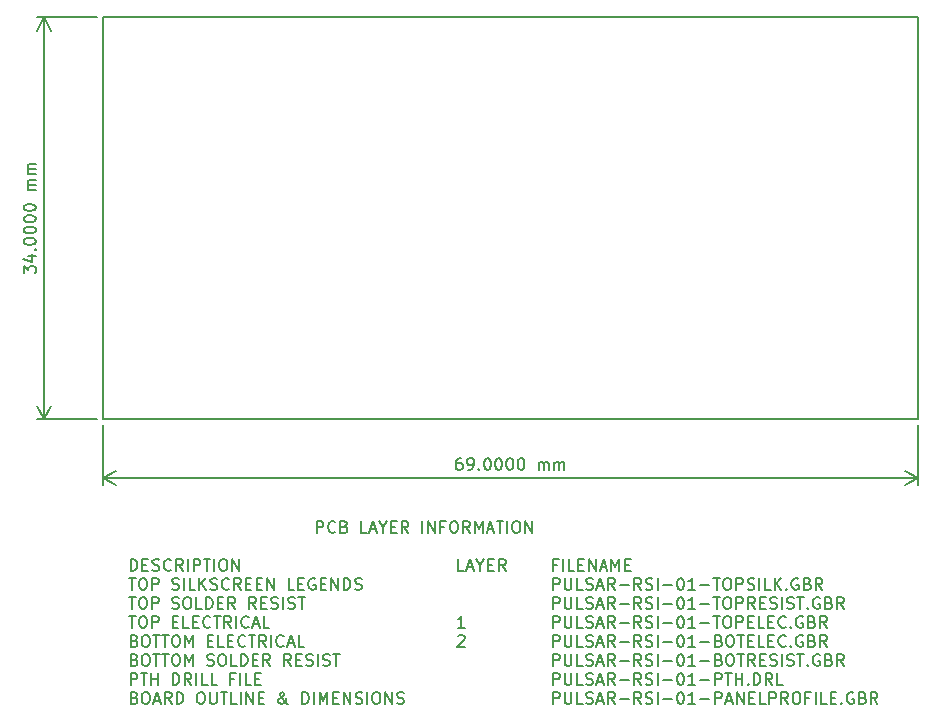
<source format=gbr>
%TF.GenerationSoftware,KiCad,Pcbnew,8.0.1*%
%TF.CreationDate,2024-04-06T14:24:59+01:00*%
%TF.ProjectId,RemoteStartInterface,52656d6f-7465-4537-9461-7274496e7465,rev?*%
%TF.SameCoordinates,Original*%
%TF.FileFunction,OtherDrawing,Comment*%
%FSLAX46Y46*%
G04 Gerber Fmt 4.6, Leading zero omitted, Abs format (unit mm)*
G04 Created by KiCad (PCBNEW 8.0.1) date 2024-04-06 14:24:59*
%MOMM*%
%LPD*%
G01*
G04 APERTURE LIST*
%ADD10C,0.150000*%
G04 APERTURE END LIST*
D10*
X0Y0D02*
X69000000Y0D01*
X69000000Y-34000000D01*
X0Y-34000000D01*
X0Y0D01*
X18098683Y-43630323D02*
X18098683Y-42630323D01*
X18098683Y-42630323D02*
X18479635Y-42630323D01*
X18479635Y-42630323D02*
X18574873Y-42677942D01*
X18574873Y-42677942D02*
X18622492Y-42725561D01*
X18622492Y-42725561D02*
X18670111Y-42820799D01*
X18670111Y-42820799D02*
X18670111Y-42963656D01*
X18670111Y-42963656D02*
X18622492Y-43058894D01*
X18622492Y-43058894D02*
X18574873Y-43106513D01*
X18574873Y-43106513D02*
X18479635Y-43154132D01*
X18479635Y-43154132D02*
X18098683Y-43154132D01*
X19670111Y-43535084D02*
X19622492Y-43582704D01*
X19622492Y-43582704D02*
X19479635Y-43630323D01*
X19479635Y-43630323D02*
X19384397Y-43630323D01*
X19384397Y-43630323D02*
X19241540Y-43582704D01*
X19241540Y-43582704D02*
X19146302Y-43487465D01*
X19146302Y-43487465D02*
X19098683Y-43392227D01*
X19098683Y-43392227D02*
X19051064Y-43201751D01*
X19051064Y-43201751D02*
X19051064Y-43058894D01*
X19051064Y-43058894D02*
X19098683Y-42868418D01*
X19098683Y-42868418D02*
X19146302Y-42773180D01*
X19146302Y-42773180D02*
X19241540Y-42677942D01*
X19241540Y-42677942D02*
X19384397Y-42630323D01*
X19384397Y-42630323D02*
X19479635Y-42630323D01*
X19479635Y-42630323D02*
X19622492Y-42677942D01*
X19622492Y-42677942D02*
X19670111Y-42725561D01*
X20432016Y-43106513D02*
X20574873Y-43154132D01*
X20574873Y-43154132D02*
X20622492Y-43201751D01*
X20622492Y-43201751D02*
X20670111Y-43296989D01*
X20670111Y-43296989D02*
X20670111Y-43439846D01*
X20670111Y-43439846D02*
X20622492Y-43535084D01*
X20622492Y-43535084D02*
X20574873Y-43582704D01*
X20574873Y-43582704D02*
X20479635Y-43630323D01*
X20479635Y-43630323D02*
X20098683Y-43630323D01*
X20098683Y-43630323D02*
X20098683Y-42630323D01*
X20098683Y-42630323D02*
X20432016Y-42630323D01*
X20432016Y-42630323D02*
X20527254Y-42677942D01*
X20527254Y-42677942D02*
X20574873Y-42725561D01*
X20574873Y-42725561D02*
X20622492Y-42820799D01*
X20622492Y-42820799D02*
X20622492Y-42916037D01*
X20622492Y-42916037D02*
X20574873Y-43011275D01*
X20574873Y-43011275D02*
X20527254Y-43058894D01*
X20527254Y-43058894D02*
X20432016Y-43106513D01*
X20432016Y-43106513D02*
X20098683Y-43106513D01*
X22336778Y-43630323D02*
X21860588Y-43630323D01*
X21860588Y-43630323D02*
X21860588Y-42630323D01*
X22622493Y-43344608D02*
X23098683Y-43344608D01*
X22527255Y-43630323D02*
X22860588Y-42630323D01*
X22860588Y-42630323D02*
X23193921Y-43630323D01*
X23717731Y-43154132D02*
X23717731Y-43630323D01*
X23384398Y-42630323D02*
X23717731Y-43154132D01*
X23717731Y-43154132D02*
X24051064Y-42630323D01*
X24384398Y-43106513D02*
X24717731Y-43106513D01*
X24860588Y-43630323D02*
X24384398Y-43630323D01*
X24384398Y-43630323D02*
X24384398Y-42630323D01*
X24384398Y-42630323D02*
X24860588Y-42630323D01*
X25860588Y-43630323D02*
X25527255Y-43154132D01*
X25289160Y-43630323D02*
X25289160Y-42630323D01*
X25289160Y-42630323D02*
X25670112Y-42630323D01*
X25670112Y-42630323D02*
X25765350Y-42677942D01*
X25765350Y-42677942D02*
X25812969Y-42725561D01*
X25812969Y-42725561D02*
X25860588Y-42820799D01*
X25860588Y-42820799D02*
X25860588Y-42963656D01*
X25860588Y-42963656D02*
X25812969Y-43058894D01*
X25812969Y-43058894D02*
X25765350Y-43106513D01*
X25765350Y-43106513D02*
X25670112Y-43154132D01*
X25670112Y-43154132D02*
X25289160Y-43154132D01*
X27051065Y-43630323D02*
X27051065Y-42630323D01*
X27527255Y-43630323D02*
X27527255Y-42630323D01*
X27527255Y-42630323D02*
X28098683Y-43630323D01*
X28098683Y-43630323D02*
X28098683Y-42630323D01*
X28908207Y-43106513D02*
X28574874Y-43106513D01*
X28574874Y-43630323D02*
X28574874Y-42630323D01*
X28574874Y-42630323D02*
X29051064Y-42630323D01*
X29622493Y-42630323D02*
X29812969Y-42630323D01*
X29812969Y-42630323D02*
X29908207Y-42677942D01*
X29908207Y-42677942D02*
X30003445Y-42773180D01*
X30003445Y-42773180D02*
X30051064Y-42963656D01*
X30051064Y-42963656D02*
X30051064Y-43296989D01*
X30051064Y-43296989D02*
X30003445Y-43487465D01*
X30003445Y-43487465D02*
X29908207Y-43582704D01*
X29908207Y-43582704D02*
X29812969Y-43630323D01*
X29812969Y-43630323D02*
X29622493Y-43630323D01*
X29622493Y-43630323D02*
X29527255Y-43582704D01*
X29527255Y-43582704D02*
X29432017Y-43487465D01*
X29432017Y-43487465D02*
X29384398Y-43296989D01*
X29384398Y-43296989D02*
X29384398Y-42963656D01*
X29384398Y-42963656D02*
X29432017Y-42773180D01*
X29432017Y-42773180D02*
X29527255Y-42677942D01*
X29527255Y-42677942D02*
X29622493Y-42630323D01*
X31051064Y-43630323D02*
X30717731Y-43154132D01*
X30479636Y-43630323D02*
X30479636Y-42630323D01*
X30479636Y-42630323D02*
X30860588Y-42630323D01*
X30860588Y-42630323D02*
X30955826Y-42677942D01*
X30955826Y-42677942D02*
X31003445Y-42725561D01*
X31003445Y-42725561D02*
X31051064Y-42820799D01*
X31051064Y-42820799D02*
X31051064Y-42963656D01*
X31051064Y-42963656D02*
X31003445Y-43058894D01*
X31003445Y-43058894D02*
X30955826Y-43106513D01*
X30955826Y-43106513D02*
X30860588Y-43154132D01*
X30860588Y-43154132D02*
X30479636Y-43154132D01*
X31479636Y-43630323D02*
X31479636Y-42630323D01*
X31479636Y-42630323D02*
X31812969Y-43344608D01*
X31812969Y-43344608D02*
X32146302Y-42630323D01*
X32146302Y-42630323D02*
X32146302Y-43630323D01*
X32574874Y-43344608D02*
X33051064Y-43344608D01*
X32479636Y-43630323D02*
X32812969Y-42630323D01*
X32812969Y-42630323D02*
X33146302Y-43630323D01*
X33336779Y-42630323D02*
X33908207Y-42630323D01*
X33622493Y-43630323D02*
X33622493Y-42630323D01*
X34241541Y-43630323D02*
X34241541Y-42630323D01*
X34908207Y-42630323D02*
X35098683Y-42630323D01*
X35098683Y-42630323D02*
X35193921Y-42677942D01*
X35193921Y-42677942D02*
X35289159Y-42773180D01*
X35289159Y-42773180D02*
X35336778Y-42963656D01*
X35336778Y-42963656D02*
X35336778Y-43296989D01*
X35336778Y-43296989D02*
X35289159Y-43487465D01*
X35289159Y-43487465D02*
X35193921Y-43582704D01*
X35193921Y-43582704D02*
X35098683Y-43630323D01*
X35098683Y-43630323D02*
X34908207Y-43630323D01*
X34908207Y-43630323D02*
X34812969Y-43582704D01*
X34812969Y-43582704D02*
X34717731Y-43487465D01*
X34717731Y-43487465D02*
X34670112Y-43296989D01*
X34670112Y-43296989D02*
X34670112Y-42963656D01*
X34670112Y-42963656D02*
X34717731Y-42773180D01*
X34717731Y-42773180D02*
X34812969Y-42677942D01*
X34812969Y-42677942D02*
X34908207Y-42630323D01*
X35765350Y-43630323D02*
X35765350Y-42630323D01*
X35765350Y-42630323D02*
X36336778Y-43630323D01*
X36336778Y-43630323D02*
X36336778Y-42630323D01*
X2336779Y-46850211D02*
X2336779Y-45850211D01*
X2336779Y-45850211D02*
X2574874Y-45850211D01*
X2574874Y-45850211D02*
X2717731Y-45897830D01*
X2717731Y-45897830D02*
X2812969Y-45993068D01*
X2812969Y-45993068D02*
X2860588Y-46088306D01*
X2860588Y-46088306D02*
X2908207Y-46278782D01*
X2908207Y-46278782D02*
X2908207Y-46421639D01*
X2908207Y-46421639D02*
X2860588Y-46612115D01*
X2860588Y-46612115D02*
X2812969Y-46707353D01*
X2812969Y-46707353D02*
X2717731Y-46802592D01*
X2717731Y-46802592D02*
X2574874Y-46850211D01*
X2574874Y-46850211D02*
X2336779Y-46850211D01*
X3336779Y-46326401D02*
X3670112Y-46326401D01*
X3812969Y-46850211D02*
X3336779Y-46850211D01*
X3336779Y-46850211D02*
X3336779Y-45850211D01*
X3336779Y-45850211D02*
X3812969Y-45850211D01*
X4193922Y-46802592D02*
X4336779Y-46850211D01*
X4336779Y-46850211D02*
X4574874Y-46850211D01*
X4574874Y-46850211D02*
X4670112Y-46802592D01*
X4670112Y-46802592D02*
X4717731Y-46754972D01*
X4717731Y-46754972D02*
X4765350Y-46659734D01*
X4765350Y-46659734D02*
X4765350Y-46564496D01*
X4765350Y-46564496D02*
X4717731Y-46469258D01*
X4717731Y-46469258D02*
X4670112Y-46421639D01*
X4670112Y-46421639D02*
X4574874Y-46374020D01*
X4574874Y-46374020D02*
X4384398Y-46326401D01*
X4384398Y-46326401D02*
X4289160Y-46278782D01*
X4289160Y-46278782D02*
X4241541Y-46231163D01*
X4241541Y-46231163D02*
X4193922Y-46135925D01*
X4193922Y-46135925D02*
X4193922Y-46040687D01*
X4193922Y-46040687D02*
X4241541Y-45945449D01*
X4241541Y-45945449D02*
X4289160Y-45897830D01*
X4289160Y-45897830D02*
X4384398Y-45850211D01*
X4384398Y-45850211D02*
X4622493Y-45850211D01*
X4622493Y-45850211D02*
X4765350Y-45897830D01*
X5765350Y-46754972D02*
X5717731Y-46802592D01*
X5717731Y-46802592D02*
X5574874Y-46850211D01*
X5574874Y-46850211D02*
X5479636Y-46850211D01*
X5479636Y-46850211D02*
X5336779Y-46802592D01*
X5336779Y-46802592D02*
X5241541Y-46707353D01*
X5241541Y-46707353D02*
X5193922Y-46612115D01*
X5193922Y-46612115D02*
X5146303Y-46421639D01*
X5146303Y-46421639D02*
X5146303Y-46278782D01*
X5146303Y-46278782D02*
X5193922Y-46088306D01*
X5193922Y-46088306D02*
X5241541Y-45993068D01*
X5241541Y-45993068D02*
X5336779Y-45897830D01*
X5336779Y-45897830D02*
X5479636Y-45850211D01*
X5479636Y-45850211D02*
X5574874Y-45850211D01*
X5574874Y-45850211D02*
X5717731Y-45897830D01*
X5717731Y-45897830D02*
X5765350Y-45945449D01*
X6765350Y-46850211D02*
X6432017Y-46374020D01*
X6193922Y-46850211D02*
X6193922Y-45850211D01*
X6193922Y-45850211D02*
X6574874Y-45850211D01*
X6574874Y-45850211D02*
X6670112Y-45897830D01*
X6670112Y-45897830D02*
X6717731Y-45945449D01*
X6717731Y-45945449D02*
X6765350Y-46040687D01*
X6765350Y-46040687D02*
X6765350Y-46183544D01*
X6765350Y-46183544D02*
X6717731Y-46278782D01*
X6717731Y-46278782D02*
X6670112Y-46326401D01*
X6670112Y-46326401D02*
X6574874Y-46374020D01*
X6574874Y-46374020D02*
X6193922Y-46374020D01*
X7193922Y-46850211D02*
X7193922Y-45850211D01*
X7670112Y-46850211D02*
X7670112Y-45850211D01*
X7670112Y-45850211D02*
X8051064Y-45850211D01*
X8051064Y-45850211D02*
X8146302Y-45897830D01*
X8146302Y-45897830D02*
X8193921Y-45945449D01*
X8193921Y-45945449D02*
X8241540Y-46040687D01*
X8241540Y-46040687D02*
X8241540Y-46183544D01*
X8241540Y-46183544D02*
X8193921Y-46278782D01*
X8193921Y-46278782D02*
X8146302Y-46326401D01*
X8146302Y-46326401D02*
X8051064Y-46374020D01*
X8051064Y-46374020D02*
X7670112Y-46374020D01*
X8527255Y-45850211D02*
X9098683Y-45850211D01*
X8812969Y-46850211D02*
X8812969Y-45850211D01*
X9432017Y-46850211D02*
X9432017Y-45850211D01*
X10098683Y-45850211D02*
X10289159Y-45850211D01*
X10289159Y-45850211D02*
X10384397Y-45897830D01*
X10384397Y-45897830D02*
X10479635Y-45993068D01*
X10479635Y-45993068D02*
X10527254Y-46183544D01*
X10527254Y-46183544D02*
X10527254Y-46516877D01*
X10527254Y-46516877D02*
X10479635Y-46707353D01*
X10479635Y-46707353D02*
X10384397Y-46802592D01*
X10384397Y-46802592D02*
X10289159Y-46850211D01*
X10289159Y-46850211D02*
X10098683Y-46850211D01*
X10098683Y-46850211D02*
X10003445Y-46802592D01*
X10003445Y-46802592D02*
X9908207Y-46707353D01*
X9908207Y-46707353D02*
X9860588Y-46516877D01*
X9860588Y-46516877D02*
X9860588Y-46183544D01*
X9860588Y-46183544D02*
X9908207Y-45993068D01*
X9908207Y-45993068D02*
X10003445Y-45897830D01*
X10003445Y-45897830D02*
X10098683Y-45850211D01*
X10955826Y-46850211D02*
X10955826Y-45850211D01*
X10955826Y-45850211D02*
X11527254Y-46850211D01*
X11527254Y-46850211D02*
X11527254Y-45850211D01*
X30574873Y-46850211D02*
X30098683Y-46850211D01*
X30098683Y-46850211D02*
X30098683Y-45850211D01*
X30860588Y-46564496D02*
X31336778Y-46564496D01*
X30765350Y-46850211D02*
X31098683Y-45850211D01*
X31098683Y-45850211D02*
X31432016Y-46850211D01*
X31955826Y-46374020D02*
X31955826Y-46850211D01*
X31622493Y-45850211D02*
X31955826Y-46374020D01*
X31955826Y-46374020D02*
X32289159Y-45850211D01*
X32622493Y-46326401D02*
X32955826Y-46326401D01*
X33098683Y-46850211D02*
X32622493Y-46850211D01*
X32622493Y-46850211D02*
X32622493Y-45850211D01*
X32622493Y-45850211D02*
X33098683Y-45850211D01*
X34098683Y-46850211D02*
X33765350Y-46374020D01*
X33527255Y-46850211D02*
X33527255Y-45850211D01*
X33527255Y-45850211D02*
X33908207Y-45850211D01*
X33908207Y-45850211D02*
X34003445Y-45897830D01*
X34003445Y-45897830D02*
X34051064Y-45945449D01*
X34051064Y-45945449D02*
X34098683Y-46040687D01*
X34098683Y-46040687D02*
X34098683Y-46183544D01*
X34098683Y-46183544D02*
X34051064Y-46278782D01*
X34051064Y-46278782D02*
X34003445Y-46326401D01*
X34003445Y-46326401D02*
X33908207Y-46374020D01*
X33908207Y-46374020D02*
X33527255Y-46374020D01*
X38432016Y-46326401D02*
X38098683Y-46326401D01*
X38098683Y-46850211D02*
X38098683Y-45850211D01*
X38098683Y-45850211D02*
X38574873Y-45850211D01*
X38955826Y-46850211D02*
X38955826Y-45850211D01*
X39908206Y-46850211D02*
X39432016Y-46850211D01*
X39432016Y-46850211D02*
X39432016Y-45850211D01*
X40241540Y-46326401D02*
X40574873Y-46326401D01*
X40717730Y-46850211D02*
X40241540Y-46850211D01*
X40241540Y-46850211D02*
X40241540Y-45850211D01*
X40241540Y-45850211D02*
X40717730Y-45850211D01*
X41146302Y-46850211D02*
X41146302Y-45850211D01*
X41146302Y-45850211D02*
X41717730Y-46850211D01*
X41717730Y-46850211D02*
X41717730Y-45850211D01*
X42146302Y-46564496D02*
X42622492Y-46564496D01*
X42051064Y-46850211D02*
X42384397Y-45850211D01*
X42384397Y-45850211D02*
X42717730Y-46850211D01*
X43051064Y-46850211D02*
X43051064Y-45850211D01*
X43051064Y-45850211D02*
X43384397Y-46564496D01*
X43384397Y-46564496D02*
X43717730Y-45850211D01*
X43717730Y-45850211D02*
X43717730Y-46850211D01*
X44193921Y-46326401D02*
X44527254Y-46326401D01*
X44670111Y-46850211D02*
X44193921Y-46850211D01*
X44193921Y-46850211D02*
X44193921Y-45850211D01*
X44193921Y-45850211D02*
X44670111Y-45850211D01*
X2193922Y-47460155D02*
X2765350Y-47460155D01*
X2479636Y-48460155D02*
X2479636Y-47460155D01*
X3289160Y-47460155D02*
X3479636Y-47460155D01*
X3479636Y-47460155D02*
X3574874Y-47507774D01*
X3574874Y-47507774D02*
X3670112Y-47603012D01*
X3670112Y-47603012D02*
X3717731Y-47793488D01*
X3717731Y-47793488D02*
X3717731Y-48126821D01*
X3717731Y-48126821D02*
X3670112Y-48317297D01*
X3670112Y-48317297D02*
X3574874Y-48412536D01*
X3574874Y-48412536D02*
X3479636Y-48460155D01*
X3479636Y-48460155D02*
X3289160Y-48460155D01*
X3289160Y-48460155D02*
X3193922Y-48412536D01*
X3193922Y-48412536D02*
X3098684Y-48317297D01*
X3098684Y-48317297D02*
X3051065Y-48126821D01*
X3051065Y-48126821D02*
X3051065Y-47793488D01*
X3051065Y-47793488D02*
X3098684Y-47603012D01*
X3098684Y-47603012D02*
X3193922Y-47507774D01*
X3193922Y-47507774D02*
X3289160Y-47460155D01*
X4146303Y-48460155D02*
X4146303Y-47460155D01*
X4146303Y-47460155D02*
X4527255Y-47460155D01*
X4527255Y-47460155D02*
X4622493Y-47507774D01*
X4622493Y-47507774D02*
X4670112Y-47555393D01*
X4670112Y-47555393D02*
X4717731Y-47650631D01*
X4717731Y-47650631D02*
X4717731Y-47793488D01*
X4717731Y-47793488D02*
X4670112Y-47888726D01*
X4670112Y-47888726D02*
X4622493Y-47936345D01*
X4622493Y-47936345D02*
X4527255Y-47983964D01*
X4527255Y-47983964D02*
X4146303Y-47983964D01*
X5860589Y-48412536D02*
X6003446Y-48460155D01*
X6003446Y-48460155D02*
X6241541Y-48460155D01*
X6241541Y-48460155D02*
X6336779Y-48412536D01*
X6336779Y-48412536D02*
X6384398Y-48364916D01*
X6384398Y-48364916D02*
X6432017Y-48269678D01*
X6432017Y-48269678D02*
X6432017Y-48174440D01*
X6432017Y-48174440D02*
X6384398Y-48079202D01*
X6384398Y-48079202D02*
X6336779Y-48031583D01*
X6336779Y-48031583D02*
X6241541Y-47983964D01*
X6241541Y-47983964D02*
X6051065Y-47936345D01*
X6051065Y-47936345D02*
X5955827Y-47888726D01*
X5955827Y-47888726D02*
X5908208Y-47841107D01*
X5908208Y-47841107D02*
X5860589Y-47745869D01*
X5860589Y-47745869D02*
X5860589Y-47650631D01*
X5860589Y-47650631D02*
X5908208Y-47555393D01*
X5908208Y-47555393D02*
X5955827Y-47507774D01*
X5955827Y-47507774D02*
X6051065Y-47460155D01*
X6051065Y-47460155D02*
X6289160Y-47460155D01*
X6289160Y-47460155D02*
X6432017Y-47507774D01*
X6860589Y-48460155D02*
X6860589Y-47460155D01*
X7812969Y-48460155D02*
X7336779Y-48460155D01*
X7336779Y-48460155D02*
X7336779Y-47460155D01*
X8146303Y-48460155D02*
X8146303Y-47460155D01*
X8717731Y-48460155D02*
X8289160Y-47888726D01*
X8717731Y-47460155D02*
X8146303Y-48031583D01*
X9098684Y-48412536D02*
X9241541Y-48460155D01*
X9241541Y-48460155D02*
X9479636Y-48460155D01*
X9479636Y-48460155D02*
X9574874Y-48412536D01*
X9574874Y-48412536D02*
X9622493Y-48364916D01*
X9622493Y-48364916D02*
X9670112Y-48269678D01*
X9670112Y-48269678D02*
X9670112Y-48174440D01*
X9670112Y-48174440D02*
X9622493Y-48079202D01*
X9622493Y-48079202D02*
X9574874Y-48031583D01*
X9574874Y-48031583D02*
X9479636Y-47983964D01*
X9479636Y-47983964D02*
X9289160Y-47936345D01*
X9289160Y-47936345D02*
X9193922Y-47888726D01*
X9193922Y-47888726D02*
X9146303Y-47841107D01*
X9146303Y-47841107D02*
X9098684Y-47745869D01*
X9098684Y-47745869D02*
X9098684Y-47650631D01*
X9098684Y-47650631D02*
X9146303Y-47555393D01*
X9146303Y-47555393D02*
X9193922Y-47507774D01*
X9193922Y-47507774D02*
X9289160Y-47460155D01*
X9289160Y-47460155D02*
X9527255Y-47460155D01*
X9527255Y-47460155D02*
X9670112Y-47507774D01*
X10670112Y-48364916D02*
X10622493Y-48412536D01*
X10622493Y-48412536D02*
X10479636Y-48460155D01*
X10479636Y-48460155D02*
X10384398Y-48460155D01*
X10384398Y-48460155D02*
X10241541Y-48412536D01*
X10241541Y-48412536D02*
X10146303Y-48317297D01*
X10146303Y-48317297D02*
X10098684Y-48222059D01*
X10098684Y-48222059D02*
X10051065Y-48031583D01*
X10051065Y-48031583D02*
X10051065Y-47888726D01*
X10051065Y-47888726D02*
X10098684Y-47698250D01*
X10098684Y-47698250D02*
X10146303Y-47603012D01*
X10146303Y-47603012D02*
X10241541Y-47507774D01*
X10241541Y-47507774D02*
X10384398Y-47460155D01*
X10384398Y-47460155D02*
X10479636Y-47460155D01*
X10479636Y-47460155D02*
X10622493Y-47507774D01*
X10622493Y-47507774D02*
X10670112Y-47555393D01*
X11670112Y-48460155D02*
X11336779Y-47983964D01*
X11098684Y-48460155D02*
X11098684Y-47460155D01*
X11098684Y-47460155D02*
X11479636Y-47460155D01*
X11479636Y-47460155D02*
X11574874Y-47507774D01*
X11574874Y-47507774D02*
X11622493Y-47555393D01*
X11622493Y-47555393D02*
X11670112Y-47650631D01*
X11670112Y-47650631D02*
X11670112Y-47793488D01*
X11670112Y-47793488D02*
X11622493Y-47888726D01*
X11622493Y-47888726D02*
X11574874Y-47936345D01*
X11574874Y-47936345D02*
X11479636Y-47983964D01*
X11479636Y-47983964D02*
X11098684Y-47983964D01*
X12098684Y-47936345D02*
X12432017Y-47936345D01*
X12574874Y-48460155D02*
X12098684Y-48460155D01*
X12098684Y-48460155D02*
X12098684Y-47460155D01*
X12098684Y-47460155D02*
X12574874Y-47460155D01*
X13003446Y-47936345D02*
X13336779Y-47936345D01*
X13479636Y-48460155D02*
X13003446Y-48460155D01*
X13003446Y-48460155D02*
X13003446Y-47460155D01*
X13003446Y-47460155D02*
X13479636Y-47460155D01*
X13908208Y-48460155D02*
X13908208Y-47460155D01*
X13908208Y-47460155D02*
X14479636Y-48460155D01*
X14479636Y-48460155D02*
X14479636Y-47460155D01*
X16193922Y-48460155D02*
X15717732Y-48460155D01*
X15717732Y-48460155D02*
X15717732Y-47460155D01*
X16527256Y-47936345D02*
X16860589Y-47936345D01*
X17003446Y-48460155D02*
X16527256Y-48460155D01*
X16527256Y-48460155D02*
X16527256Y-47460155D01*
X16527256Y-47460155D02*
X17003446Y-47460155D01*
X17955827Y-47507774D02*
X17860589Y-47460155D01*
X17860589Y-47460155D02*
X17717732Y-47460155D01*
X17717732Y-47460155D02*
X17574875Y-47507774D01*
X17574875Y-47507774D02*
X17479637Y-47603012D01*
X17479637Y-47603012D02*
X17432018Y-47698250D01*
X17432018Y-47698250D02*
X17384399Y-47888726D01*
X17384399Y-47888726D02*
X17384399Y-48031583D01*
X17384399Y-48031583D02*
X17432018Y-48222059D01*
X17432018Y-48222059D02*
X17479637Y-48317297D01*
X17479637Y-48317297D02*
X17574875Y-48412536D01*
X17574875Y-48412536D02*
X17717732Y-48460155D01*
X17717732Y-48460155D02*
X17812970Y-48460155D01*
X17812970Y-48460155D02*
X17955827Y-48412536D01*
X17955827Y-48412536D02*
X18003446Y-48364916D01*
X18003446Y-48364916D02*
X18003446Y-48031583D01*
X18003446Y-48031583D02*
X17812970Y-48031583D01*
X18432018Y-47936345D02*
X18765351Y-47936345D01*
X18908208Y-48460155D02*
X18432018Y-48460155D01*
X18432018Y-48460155D02*
X18432018Y-47460155D01*
X18432018Y-47460155D02*
X18908208Y-47460155D01*
X19336780Y-48460155D02*
X19336780Y-47460155D01*
X19336780Y-47460155D02*
X19908208Y-48460155D01*
X19908208Y-48460155D02*
X19908208Y-47460155D01*
X20384399Y-48460155D02*
X20384399Y-47460155D01*
X20384399Y-47460155D02*
X20622494Y-47460155D01*
X20622494Y-47460155D02*
X20765351Y-47507774D01*
X20765351Y-47507774D02*
X20860589Y-47603012D01*
X20860589Y-47603012D02*
X20908208Y-47698250D01*
X20908208Y-47698250D02*
X20955827Y-47888726D01*
X20955827Y-47888726D02*
X20955827Y-48031583D01*
X20955827Y-48031583D02*
X20908208Y-48222059D01*
X20908208Y-48222059D02*
X20860589Y-48317297D01*
X20860589Y-48317297D02*
X20765351Y-48412536D01*
X20765351Y-48412536D02*
X20622494Y-48460155D01*
X20622494Y-48460155D02*
X20384399Y-48460155D01*
X21336780Y-48412536D02*
X21479637Y-48460155D01*
X21479637Y-48460155D02*
X21717732Y-48460155D01*
X21717732Y-48460155D02*
X21812970Y-48412536D01*
X21812970Y-48412536D02*
X21860589Y-48364916D01*
X21860589Y-48364916D02*
X21908208Y-48269678D01*
X21908208Y-48269678D02*
X21908208Y-48174440D01*
X21908208Y-48174440D02*
X21860589Y-48079202D01*
X21860589Y-48079202D02*
X21812970Y-48031583D01*
X21812970Y-48031583D02*
X21717732Y-47983964D01*
X21717732Y-47983964D02*
X21527256Y-47936345D01*
X21527256Y-47936345D02*
X21432018Y-47888726D01*
X21432018Y-47888726D02*
X21384399Y-47841107D01*
X21384399Y-47841107D02*
X21336780Y-47745869D01*
X21336780Y-47745869D02*
X21336780Y-47650631D01*
X21336780Y-47650631D02*
X21384399Y-47555393D01*
X21384399Y-47555393D02*
X21432018Y-47507774D01*
X21432018Y-47507774D02*
X21527256Y-47460155D01*
X21527256Y-47460155D02*
X21765351Y-47460155D01*
X21765351Y-47460155D02*
X21908208Y-47507774D01*
X38098683Y-48460155D02*
X38098683Y-47460155D01*
X38098683Y-47460155D02*
X38479635Y-47460155D01*
X38479635Y-47460155D02*
X38574873Y-47507774D01*
X38574873Y-47507774D02*
X38622492Y-47555393D01*
X38622492Y-47555393D02*
X38670111Y-47650631D01*
X38670111Y-47650631D02*
X38670111Y-47793488D01*
X38670111Y-47793488D02*
X38622492Y-47888726D01*
X38622492Y-47888726D02*
X38574873Y-47936345D01*
X38574873Y-47936345D02*
X38479635Y-47983964D01*
X38479635Y-47983964D02*
X38098683Y-47983964D01*
X39098683Y-47460155D02*
X39098683Y-48269678D01*
X39098683Y-48269678D02*
X39146302Y-48364916D01*
X39146302Y-48364916D02*
X39193921Y-48412536D01*
X39193921Y-48412536D02*
X39289159Y-48460155D01*
X39289159Y-48460155D02*
X39479635Y-48460155D01*
X39479635Y-48460155D02*
X39574873Y-48412536D01*
X39574873Y-48412536D02*
X39622492Y-48364916D01*
X39622492Y-48364916D02*
X39670111Y-48269678D01*
X39670111Y-48269678D02*
X39670111Y-47460155D01*
X40622492Y-48460155D02*
X40146302Y-48460155D01*
X40146302Y-48460155D02*
X40146302Y-47460155D01*
X40908207Y-48412536D02*
X41051064Y-48460155D01*
X41051064Y-48460155D02*
X41289159Y-48460155D01*
X41289159Y-48460155D02*
X41384397Y-48412536D01*
X41384397Y-48412536D02*
X41432016Y-48364916D01*
X41432016Y-48364916D02*
X41479635Y-48269678D01*
X41479635Y-48269678D02*
X41479635Y-48174440D01*
X41479635Y-48174440D02*
X41432016Y-48079202D01*
X41432016Y-48079202D02*
X41384397Y-48031583D01*
X41384397Y-48031583D02*
X41289159Y-47983964D01*
X41289159Y-47983964D02*
X41098683Y-47936345D01*
X41098683Y-47936345D02*
X41003445Y-47888726D01*
X41003445Y-47888726D02*
X40955826Y-47841107D01*
X40955826Y-47841107D02*
X40908207Y-47745869D01*
X40908207Y-47745869D02*
X40908207Y-47650631D01*
X40908207Y-47650631D02*
X40955826Y-47555393D01*
X40955826Y-47555393D02*
X41003445Y-47507774D01*
X41003445Y-47507774D02*
X41098683Y-47460155D01*
X41098683Y-47460155D02*
X41336778Y-47460155D01*
X41336778Y-47460155D02*
X41479635Y-47507774D01*
X41860588Y-48174440D02*
X42336778Y-48174440D01*
X41765350Y-48460155D02*
X42098683Y-47460155D01*
X42098683Y-47460155D02*
X42432016Y-48460155D01*
X43336778Y-48460155D02*
X43003445Y-47983964D01*
X42765350Y-48460155D02*
X42765350Y-47460155D01*
X42765350Y-47460155D02*
X43146302Y-47460155D01*
X43146302Y-47460155D02*
X43241540Y-47507774D01*
X43241540Y-47507774D02*
X43289159Y-47555393D01*
X43289159Y-47555393D02*
X43336778Y-47650631D01*
X43336778Y-47650631D02*
X43336778Y-47793488D01*
X43336778Y-47793488D02*
X43289159Y-47888726D01*
X43289159Y-47888726D02*
X43241540Y-47936345D01*
X43241540Y-47936345D02*
X43146302Y-47983964D01*
X43146302Y-47983964D02*
X42765350Y-47983964D01*
X43765350Y-48079202D02*
X44527255Y-48079202D01*
X45574873Y-48460155D02*
X45241540Y-47983964D01*
X45003445Y-48460155D02*
X45003445Y-47460155D01*
X45003445Y-47460155D02*
X45384397Y-47460155D01*
X45384397Y-47460155D02*
X45479635Y-47507774D01*
X45479635Y-47507774D02*
X45527254Y-47555393D01*
X45527254Y-47555393D02*
X45574873Y-47650631D01*
X45574873Y-47650631D02*
X45574873Y-47793488D01*
X45574873Y-47793488D02*
X45527254Y-47888726D01*
X45527254Y-47888726D02*
X45479635Y-47936345D01*
X45479635Y-47936345D02*
X45384397Y-47983964D01*
X45384397Y-47983964D02*
X45003445Y-47983964D01*
X45955826Y-48412536D02*
X46098683Y-48460155D01*
X46098683Y-48460155D02*
X46336778Y-48460155D01*
X46336778Y-48460155D02*
X46432016Y-48412536D01*
X46432016Y-48412536D02*
X46479635Y-48364916D01*
X46479635Y-48364916D02*
X46527254Y-48269678D01*
X46527254Y-48269678D02*
X46527254Y-48174440D01*
X46527254Y-48174440D02*
X46479635Y-48079202D01*
X46479635Y-48079202D02*
X46432016Y-48031583D01*
X46432016Y-48031583D02*
X46336778Y-47983964D01*
X46336778Y-47983964D02*
X46146302Y-47936345D01*
X46146302Y-47936345D02*
X46051064Y-47888726D01*
X46051064Y-47888726D02*
X46003445Y-47841107D01*
X46003445Y-47841107D02*
X45955826Y-47745869D01*
X45955826Y-47745869D02*
X45955826Y-47650631D01*
X45955826Y-47650631D02*
X46003445Y-47555393D01*
X46003445Y-47555393D02*
X46051064Y-47507774D01*
X46051064Y-47507774D02*
X46146302Y-47460155D01*
X46146302Y-47460155D02*
X46384397Y-47460155D01*
X46384397Y-47460155D02*
X46527254Y-47507774D01*
X46955826Y-48460155D02*
X46955826Y-47460155D01*
X47432016Y-48079202D02*
X48193921Y-48079202D01*
X48860587Y-47460155D02*
X48955825Y-47460155D01*
X48955825Y-47460155D02*
X49051063Y-47507774D01*
X49051063Y-47507774D02*
X49098682Y-47555393D01*
X49098682Y-47555393D02*
X49146301Y-47650631D01*
X49146301Y-47650631D02*
X49193920Y-47841107D01*
X49193920Y-47841107D02*
X49193920Y-48079202D01*
X49193920Y-48079202D02*
X49146301Y-48269678D01*
X49146301Y-48269678D02*
X49098682Y-48364916D01*
X49098682Y-48364916D02*
X49051063Y-48412536D01*
X49051063Y-48412536D02*
X48955825Y-48460155D01*
X48955825Y-48460155D02*
X48860587Y-48460155D01*
X48860587Y-48460155D02*
X48765349Y-48412536D01*
X48765349Y-48412536D02*
X48717730Y-48364916D01*
X48717730Y-48364916D02*
X48670111Y-48269678D01*
X48670111Y-48269678D02*
X48622492Y-48079202D01*
X48622492Y-48079202D02*
X48622492Y-47841107D01*
X48622492Y-47841107D02*
X48670111Y-47650631D01*
X48670111Y-47650631D02*
X48717730Y-47555393D01*
X48717730Y-47555393D02*
X48765349Y-47507774D01*
X48765349Y-47507774D02*
X48860587Y-47460155D01*
X50146301Y-48460155D02*
X49574873Y-48460155D01*
X49860587Y-48460155D02*
X49860587Y-47460155D01*
X49860587Y-47460155D02*
X49765349Y-47603012D01*
X49765349Y-47603012D02*
X49670111Y-47698250D01*
X49670111Y-47698250D02*
X49574873Y-47745869D01*
X50574873Y-48079202D02*
X51336778Y-48079202D01*
X51670111Y-47460155D02*
X52241539Y-47460155D01*
X51955825Y-48460155D02*
X51955825Y-47460155D01*
X52765349Y-47460155D02*
X52955825Y-47460155D01*
X52955825Y-47460155D02*
X53051063Y-47507774D01*
X53051063Y-47507774D02*
X53146301Y-47603012D01*
X53146301Y-47603012D02*
X53193920Y-47793488D01*
X53193920Y-47793488D02*
X53193920Y-48126821D01*
X53193920Y-48126821D02*
X53146301Y-48317297D01*
X53146301Y-48317297D02*
X53051063Y-48412536D01*
X53051063Y-48412536D02*
X52955825Y-48460155D01*
X52955825Y-48460155D02*
X52765349Y-48460155D01*
X52765349Y-48460155D02*
X52670111Y-48412536D01*
X52670111Y-48412536D02*
X52574873Y-48317297D01*
X52574873Y-48317297D02*
X52527254Y-48126821D01*
X52527254Y-48126821D02*
X52527254Y-47793488D01*
X52527254Y-47793488D02*
X52574873Y-47603012D01*
X52574873Y-47603012D02*
X52670111Y-47507774D01*
X52670111Y-47507774D02*
X52765349Y-47460155D01*
X53622492Y-48460155D02*
X53622492Y-47460155D01*
X53622492Y-47460155D02*
X54003444Y-47460155D01*
X54003444Y-47460155D02*
X54098682Y-47507774D01*
X54098682Y-47507774D02*
X54146301Y-47555393D01*
X54146301Y-47555393D02*
X54193920Y-47650631D01*
X54193920Y-47650631D02*
X54193920Y-47793488D01*
X54193920Y-47793488D02*
X54146301Y-47888726D01*
X54146301Y-47888726D02*
X54098682Y-47936345D01*
X54098682Y-47936345D02*
X54003444Y-47983964D01*
X54003444Y-47983964D02*
X53622492Y-47983964D01*
X54574873Y-48412536D02*
X54717730Y-48460155D01*
X54717730Y-48460155D02*
X54955825Y-48460155D01*
X54955825Y-48460155D02*
X55051063Y-48412536D01*
X55051063Y-48412536D02*
X55098682Y-48364916D01*
X55098682Y-48364916D02*
X55146301Y-48269678D01*
X55146301Y-48269678D02*
X55146301Y-48174440D01*
X55146301Y-48174440D02*
X55098682Y-48079202D01*
X55098682Y-48079202D02*
X55051063Y-48031583D01*
X55051063Y-48031583D02*
X54955825Y-47983964D01*
X54955825Y-47983964D02*
X54765349Y-47936345D01*
X54765349Y-47936345D02*
X54670111Y-47888726D01*
X54670111Y-47888726D02*
X54622492Y-47841107D01*
X54622492Y-47841107D02*
X54574873Y-47745869D01*
X54574873Y-47745869D02*
X54574873Y-47650631D01*
X54574873Y-47650631D02*
X54622492Y-47555393D01*
X54622492Y-47555393D02*
X54670111Y-47507774D01*
X54670111Y-47507774D02*
X54765349Y-47460155D01*
X54765349Y-47460155D02*
X55003444Y-47460155D01*
X55003444Y-47460155D02*
X55146301Y-47507774D01*
X55574873Y-48460155D02*
X55574873Y-47460155D01*
X56527253Y-48460155D02*
X56051063Y-48460155D01*
X56051063Y-48460155D02*
X56051063Y-47460155D01*
X56860587Y-48460155D02*
X56860587Y-47460155D01*
X57432015Y-48460155D02*
X57003444Y-47888726D01*
X57432015Y-47460155D02*
X56860587Y-48031583D01*
X57860587Y-48364916D02*
X57908206Y-48412536D01*
X57908206Y-48412536D02*
X57860587Y-48460155D01*
X57860587Y-48460155D02*
X57812968Y-48412536D01*
X57812968Y-48412536D02*
X57860587Y-48364916D01*
X57860587Y-48364916D02*
X57860587Y-48460155D01*
X58860586Y-47507774D02*
X58765348Y-47460155D01*
X58765348Y-47460155D02*
X58622491Y-47460155D01*
X58622491Y-47460155D02*
X58479634Y-47507774D01*
X58479634Y-47507774D02*
X58384396Y-47603012D01*
X58384396Y-47603012D02*
X58336777Y-47698250D01*
X58336777Y-47698250D02*
X58289158Y-47888726D01*
X58289158Y-47888726D02*
X58289158Y-48031583D01*
X58289158Y-48031583D02*
X58336777Y-48222059D01*
X58336777Y-48222059D02*
X58384396Y-48317297D01*
X58384396Y-48317297D02*
X58479634Y-48412536D01*
X58479634Y-48412536D02*
X58622491Y-48460155D01*
X58622491Y-48460155D02*
X58717729Y-48460155D01*
X58717729Y-48460155D02*
X58860586Y-48412536D01*
X58860586Y-48412536D02*
X58908205Y-48364916D01*
X58908205Y-48364916D02*
X58908205Y-48031583D01*
X58908205Y-48031583D02*
X58717729Y-48031583D01*
X59670110Y-47936345D02*
X59812967Y-47983964D01*
X59812967Y-47983964D02*
X59860586Y-48031583D01*
X59860586Y-48031583D02*
X59908205Y-48126821D01*
X59908205Y-48126821D02*
X59908205Y-48269678D01*
X59908205Y-48269678D02*
X59860586Y-48364916D01*
X59860586Y-48364916D02*
X59812967Y-48412536D01*
X59812967Y-48412536D02*
X59717729Y-48460155D01*
X59717729Y-48460155D02*
X59336777Y-48460155D01*
X59336777Y-48460155D02*
X59336777Y-47460155D01*
X59336777Y-47460155D02*
X59670110Y-47460155D01*
X59670110Y-47460155D02*
X59765348Y-47507774D01*
X59765348Y-47507774D02*
X59812967Y-47555393D01*
X59812967Y-47555393D02*
X59860586Y-47650631D01*
X59860586Y-47650631D02*
X59860586Y-47745869D01*
X59860586Y-47745869D02*
X59812967Y-47841107D01*
X59812967Y-47841107D02*
X59765348Y-47888726D01*
X59765348Y-47888726D02*
X59670110Y-47936345D01*
X59670110Y-47936345D02*
X59336777Y-47936345D01*
X60908205Y-48460155D02*
X60574872Y-47983964D01*
X60336777Y-48460155D02*
X60336777Y-47460155D01*
X60336777Y-47460155D02*
X60717729Y-47460155D01*
X60717729Y-47460155D02*
X60812967Y-47507774D01*
X60812967Y-47507774D02*
X60860586Y-47555393D01*
X60860586Y-47555393D02*
X60908205Y-47650631D01*
X60908205Y-47650631D02*
X60908205Y-47793488D01*
X60908205Y-47793488D02*
X60860586Y-47888726D01*
X60860586Y-47888726D02*
X60812967Y-47936345D01*
X60812967Y-47936345D02*
X60717729Y-47983964D01*
X60717729Y-47983964D02*
X60336777Y-47983964D01*
X2193922Y-49070099D02*
X2765350Y-49070099D01*
X2479636Y-50070099D02*
X2479636Y-49070099D01*
X3289160Y-49070099D02*
X3479636Y-49070099D01*
X3479636Y-49070099D02*
X3574874Y-49117718D01*
X3574874Y-49117718D02*
X3670112Y-49212956D01*
X3670112Y-49212956D02*
X3717731Y-49403432D01*
X3717731Y-49403432D02*
X3717731Y-49736765D01*
X3717731Y-49736765D02*
X3670112Y-49927241D01*
X3670112Y-49927241D02*
X3574874Y-50022480D01*
X3574874Y-50022480D02*
X3479636Y-50070099D01*
X3479636Y-50070099D02*
X3289160Y-50070099D01*
X3289160Y-50070099D02*
X3193922Y-50022480D01*
X3193922Y-50022480D02*
X3098684Y-49927241D01*
X3098684Y-49927241D02*
X3051065Y-49736765D01*
X3051065Y-49736765D02*
X3051065Y-49403432D01*
X3051065Y-49403432D02*
X3098684Y-49212956D01*
X3098684Y-49212956D02*
X3193922Y-49117718D01*
X3193922Y-49117718D02*
X3289160Y-49070099D01*
X4146303Y-50070099D02*
X4146303Y-49070099D01*
X4146303Y-49070099D02*
X4527255Y-49070099D01*
X4527255Y-49070099D02*
X4622493Y-49117718D01*
X4622493Y-49117718D02*
X4670112Y-49165337D01*
X4670112Y-49165337D02*
X4717731Y-49260575D01*
X4717731Y-49260575D02*
X4717731Y-49403432D01*
X4717731Y-49403432D02*
X4670112Y-49498670D01*
X4670112Y-49498670D02*
X4622493Y-49546289D01*
X4622493Y-49546289D02*
X4527255Y-49593908D01*
X4527255Y-49593908D02*
X4146303Y-49593908D01*
X5860589Y-50022480D02*
X6003446Y-50070099D01*
X6003446Y-50070099D02*
X6241541Y-50070099D01*
X6241541Y-50070099D02*
X6336779Y-50022480D01*
X6336779Y-50022480D02*
X6384398Y-49974860D01*
X6384398Y-49974860D02*
X6432017Y-49879622D01*
X6432017Y-49879622D02*
X6432017Y-49784384D01*
X6432017Y-49784384D02*
X6384398Y-49689146D01*
X6384398Y-49689146D02*
X6336779Y-49641527D01*
X6336779Y-49641527D02*
X6241541Y-49593908D01*
X6241541Y-49593908D02*
X6051065Y-49546289D01*
X6051065Y-49546289D02*
X5955827Y-49498670D01*
X5955827Y-49498670D02*
X5908208Y-49451051D01*
X5908208Y-49451051D02*
X5860589Y-49355813D01*
X5860589Y-49355813D02*
X5860589Y-49260575D01*
X5860589Y-49260575D02*
X5908208Y-49165337D01*
X5908208Y-49165337D02*
X5955827Y-49117718D01*
X5955827Y-49117718D02*
X6051065Y-49070099D01*
X6051065Y-49070099D02*
X6289160Y-49070099D01*
X6289160Y-49070099D02*
X6432017Y-49117718D01*
X7051065Y-49070099D02*
X7241541Y-49070099D01*
X7241541Y-49070099D02*
X7336779Y-49117718D01*
X7336779Y-49117718D02*
X7432017Y-49212956D01*
X7432017Y-49212956D02*
X7479636Y-49403432D01*
X7479636Y-49403432D02*
X7479636Y-49736765D01*
X7479636Y-49736765D02*
X7432017Y-49927241D01*
X7432017Y-49927241D02*
X7336779Y-50022480D01*
X7336779Y-50022480D02*
X7241541Y-50070099D01*
X7241541Y-50070099D02*
X7051065Y-50070099D01*
X7051065Y-50070099D02*
X6955827Y-50022480D01*
X6955827Y-50022480D02*
X6860589Y-49927241D01*
X6860589Y-49927241D02*
X6812970Y-49736765D01*
X6812970Y-49736765D02*
X6812970Y-49403432D01*
X6812970Y-49403432D02*
X6860589Y-49212956D01*
X6860589Y-49212956D02*
X6955827Y-49117718D01*
X6955827Y-49117718D02*
X7051065Y-49070099D01*
X8384398Y-50070099D02*
X7908208Y-50070099D01*
X7908208Y-50070099D02*
X7908208Y-49070099D01*
X8717732Y-50070099D02*
X8717732Y-49070099D01*
X8717732Y-49070099D02*
X8955827Y-49070099D01*
X8955827Y-49070099D02*
X9098684Y-49117718D01*
X9098684Y-49117718D02*
X9193922Y-49212956D01*
X9193922Y-49212956D02*
X9241541Y-49308194D01*
X9241541Y-49308194D02*
X9289160Y-49498670D01*
X9289160Y-49498670D02*
X9289160Y-49641527D01*
X9289160Y-49641527D02*
X9241541Y-49832003D01*
X9241541Y-49832003D02*
X9193922Y-49927241D01*
X9193922Y-49927241D02*
X9098684Y-50022480D01*
X9098684Y-50022480D02*
X8955827Y-50070099D01*
X8955827Y-50070099D02*
X8717732Y-50070099D01*
X9717732Y-49546289D02*
X10051065Y-49546289D01*
X10193922Y-50070099D02*
X9717732Y-50070099D01*
X9717732Y-50070099D02*
X9717732Y-49070099D01*
X9717732Y-49070099D02*
X10193922Y-49070099D01*
X11193922Y-50070099D02*
X10860589Y-49593908D01*
X10622494Y-50070099D02*
X10622494Y-49070099D01*
X10622494Y-49070099D02*
X11003446Y-49070099D01*
X11003446Y-49070099D02*
X11098684Y-49117718D01*
X11098684Y-49117718D02*
X11146303Y-49165337D01*
X11146303Y-49165337D02*
X11193922Y-49260575D01*
X11193922Y-49260575D02*
X11193922Y-49403432D01*
X11193922Y-49403432D02*
X11146303Y-49498670D01*
X11146303Y-49498670D02*
X11098684Y-49546289D01*
X11098684Y-49546289D02*
X11003446Y-49593908D01*
X11003446Y-49593908D02*
X10622494Y-49593908D01*
X12955827Y-50070099D02*
X12622494Y-49593908D01*
X12384399Y-50070099D02*
X12384399Y-49070099D01*
X12384399Y-49070099D02*
X12765351Y-49070099D01*
X12765351Y-49070099D02*
X12860589Y-49117718D01*
X12860589Y-49117718D02*
X12908208Y-49165337D01*
X12908208Y-49165337D02*
X12955827Y-49260575D01*
X12955827Y-49260575D02*
X12955827Y-49403432D01*
X12955827Y-49403432D02*
X12908208Y-49498670D01*
X12908208Y-49498670D02*
X12860589Y-49546289D01*
X12860589Y-49546289D02*
X12765351Y-49593908D01*
X12765351Y-49593908D02*
X12384399Y-49593908D01*
X13384399Y-49546289D02*
X13717732Y-49546289D01*
X13860589Y-50070099D02*
X13384399Y-50070099D01*
X13384399Y-50070099D02*
X13384399Y-49070099D01*
X13384399Y-49070099D02*
X13860589Y-49070099D01*
X14241542Y-50022480D02*
X14384399Y-50070099D01*
X14384399Y-50070099D02*
X14622494Y-50070099D01*
X14622494Y-50070099D02*
X14717732Y-50022480D01*
X14717732Y-50022480D02*
X14765351Y-49974860D01*
X14765351Y-49974860D02*
X14812970Y-49879622D01*
X14812970Y-49879622D02*
X14812970Y-49784384D01*
X14812970Y-49784384D02*
X14765351Y-49689146D01*
X14765351Y-49689146D02*
X14717732Y-49641527D01*
X14717732Y-49641527D02*
X14622494Y-49593908D01*
X14622494Y-49593908D02*
X14432018Y-49546289D01*
X14432018Y-49546289D02*
X14336780Y-49498670D01*
X14336780Y-49498670D02*
X14289161Y-49451051D01*
X14289161Y-49451051D02*
X14241542Y-49355813D01*
X14241542Y-49355813D02*
X14241542Y-49260575D01*
X14241542Y-49260575D02*
X14289161Y-49165337D01*
X14289161Y-49165337D02*
X14336780Y-49117718D01*
X14336780Y-49117718D02*
X14432018Y-49070099D01*
X14432018Y-49070099D02*
X14670113Y-49070099D01*
X14670113Y-49070099D02*
X14812970Y-49117718D01*
X15241542Y-50070099D02*
X15241542Y-49070099D01*
X15670113Y-50022480D02*
X15812970Y-50070099D01*
X15812970Y-50070099D02*
X16051065Y-50070099D01*
X16051065Y-50070099D02*
X16146303Y-50022480D01*
X16146303Y-50022480D02*
X16193922Y-49974860D01*
X16193922Y-49974860D02*
X16241541Y-49879622D01*
X16241541Y-49879622D02*
X16241541Y-49784384D01*
X16241541Y-49784384D02*
X16193922Y-49689146D01*
X16193922Y-49689146D02*
X16146303Y-49641527D01*
X16146303Y-49641527D02*
X16051065Y-49593908D01*
X16051065Y-49593908D02*
X15860589Y-49546289D01*
X15860589Y-49546289D02*
X15765351Y-49498670D01*
X15765351Y-49498670D02*
X15717732Y-49451051D01*
X15717732Y-49451051D02*
X15670113Y-49355813D01*
X15670113Y-49355813D02*
X15670113Y-49260575D01*
X15670113Y-49260575D02*
X15717732Y-49165337D01*
X15717732Y-49165337D02*
X15765351Y-49117718D01*
X15765351Y-49117718D02*
X15860589Y-49070099D01*
X15860589Y-49070099D02*
X16098684Y-49070099D01*
X16098684Y-49070099D02*
X16241541Y-49117718D01*
X16527256Y-49070099D02*
X17098684Y-49070099D01*
X16812970Y-50070099D02*
X16812970Y-49070099D01*
X38098683Y-50070099D02*
X38098683Y-49070099D01*
X38098683Y-49070099D02*
X38479635Y-49070099D01*
X38479635Y-49070099D02*
X38574873Y-49117718D01*
X38574873Y-49117718D02*
X38622492Y-49165337D01*
X38622492Y-49165337D02*
X38670111Y-49260575D01*
X38670111Y-49260575D02*
X38670111Y-49403432D01*
X38670111Y-49403432D02*
X38622492Y-49498670D01*
X38622492Y-49498670D02*
X38574873Y-49546289D01*
X38574873Y-49546289D02*
X38479635Y-49593908D01*
X38479635Y-49593908D02*
X38098683Y-49593908D01*
X39098683Y-49070099D02*
X39098683Y-49879622D01*
X39098683Y-49879622D02*
X39146302Y-49974860D01*
X39146302Y-49974860D02*
X39193921Y-50022480D01*
X39193921Y-50022480D02*
X39289159Y-50070099D01*
X39289159Y-50070099D02*
X39479635Y-50070099D01*
X39479635Y-50070099D02*
X39574873Y-50022480D01*
X39574873Y-50022480D02*
X39622492Y-49974860D01*
X39622492Y-49974860D02*
X39670111Y-49879622D01*
X39670111Y-49879622D02*
X39670111Y-49070099D01*
X40622492Y-50070099D02*
X40146302Y-50070099D01*
X40146302Y-50070099D02*
X40146302Y-49070099D01*
X40908207Y-50022480D02*
X41051064Y-50070099D01*
X41051064Y-50070099D02*
X41289159Y-50070099D01*
X41289159Y-50070099D02*
X41384397Y-50022480D01*
X41384397Y-50022480D02*
X41432016Y-49974860D01*
X41432016Y-49974860D02*
X41479635Y-49879622D01*
X41479635Y-49879622D02*
X41479635Y-49784384D01*
X41479635Y-49784384D02*
X41432016Y-49689146D01*
X41432016Y-49689146D02*
X41384397Y-49641527D01*
X41384397Y-49641527D02*
X41289159Y-49593908D01*
X41289159Y-49593908D02*
X41098683Y-49546289D01*
X41098683Y-49546289D02*
X41003445Y-49498670D01*
X41003445Y-49498670D02*
X40955826Y-49451051D01*
X40955826Y-49451051D02*
X40908207Y-49355813D01*
X40908207Y-49355813D02*
X40908207Y-49260575D01*
X40908207Y-49260575D02*
X40955826Y-49165337D01*
X40955826Y-49165337D02*
X41003445Y-49117718D01*
X41003445Y-49117718D02*
X41098683Y-49070099D01*
X41098683Y-49070099D02*
X41336778Y-49070099D01*
X41336778Y-49070099D02*
X41479635Y-49117718D01*
X41860588Y-49784384D02*
X42336778Y-49784384D01*
X41765350Y-50070099D02*
X42098683Y-49070099D01*
X42098683Y-49070099D02*
X42432016Y-50070099D01*
X43336778Y-50070099D02*
X43003445Y-49593908D01*
X42765350Y-50070099D02*
X42765350Y-49070099D01*
X42765350Y-49070099D02*
X43146302Y-49070099D01*
X43146302Y-49070099D02*
X43241540Y-49117718D01*
X43241540Y-49117718D02*
X43289159Y-49165337D01*
X43289159Y-49165337D02*
X43336778Y-49260575D01*
X43336778Y-49260575D02*
X43336778Y-49403432D01*
X43336778Y-49403432D02*
X43289159Y-49498670D01*
X43289159Y-49498670D02*
X43241540Y-49546289D01*
X43241540Y-49546289D02*
X43146302Y-49593908D01*
X43146302Y-49593908D02*
X42765350Y-49593908D01*
X43765350Y-49689146D02*
X44527255Y-49689146D01*
X45574873Y-50070099D02*
X45241540Y-49593908D01*
X45003445Y-50070099D02*
X45003445Y-49070099D01*
X45003445Y-49070099D02*
X45384397Y-49070099D01*
X45384397Y-49070099D02*
X45479635Y-49117718D01*
X45479635Y-49117718D02*
X45527254Y-49165337D01*
X45527254Y-49165337D02*
X45574873Y-49260575D01*
X45574873Y-49260575D02*
X45574873Y-49403432D01*
X45574873Y-49403432D02*
X45527254Y-49498670D01*
X45527254Y-49498670D02*
X45479635Y-49546289D01*
X45479635Y-49546289D02*
X45384397Y-49593908D01*
X45384397Y-49593908D02*
X45003445Y-49593908D01*
X45955826Y-50022480D02*
X46098683Y-50070099D01*
X46098683Y-50070099D02*
X46336778Y-50070099D01*
X46336778Y-50070099D02*
X46432016Y-50022480D01*
X46432016Y-50022480D02*
X46479635Y-49974860D01*
X46479635Y-49974860D02*
X46527254Y-49879622D01*
X46527254Y-49879622D02*
X46527254Y-49784384D01*
X46527254Y-49784384D02*
X46479635Y-49689146D01*
X46479635Y-49689146D02*
X46432016Y-49641527D01*
X46432016Y-49641527D02*
X46336778Y-49593908D01*
X46336778Y-49593908D02*
X46146302Y-49546289D01*
X46146302Y-49546289D02*
X46051064Y-49498670D01*
X46051064Y-49498670D02*
X46003445Y-49451051D01*
X46003445Y-49451051D02*
X45955826Y-49355813D01*
X45955826Y-49355813D02*
X45955826Y-49260575D01*
X45955826Y-49260575D02*
X46003445Y-49165337D01*
X46003445Y-49165337D02*
X46051064Y-49117718D01*
X46051064Y-49117718D02*
X46146302Y-49070099D01*
X46146302Y-49070099D02*
X46384397Y-49070099D01*
X46384397Y-49070099D02*
X46527254Y-49117718D01*
X46955826Y-50070099D02*
X46955826Y-49070099D01*
X47432016Y-49689146D02*
X48193921Y-49689146D01*
X48860587Y-49070099D02*
X48955825Y-49070099D01*
X48955825Y-49070099D02*
X49051063Y-49117718D01*
X49051063Y-49117718D02*
X49098682Y-49165337D01*
X49098682Y-49165337D02*
X49146301Y-49260575D01*
X49146301Y-49260575D02*
X49193920Y-49451051D01*
X49193920Y-49451051D02*
X49193920Y-49689146D01*
X49193920Y-49689146D02*
X49146301Y-49879622D01*
X49146301Y-49879622D02*
X49098682Y-49974860D01*
X49098682Y-49974860D02*
X49051063Y-50022480D01*
X49051063Y-50022480D02*
X48955825Y-50070099D01*
X48955825Y-50070099D02*
X48860587Y-50070099D01*
X48860587Y-50070099D02*
X48765349Y-50022480D01*
X48765349Y-50022480D02*
X48717730Y-49974860D01*
X48717730Y-49974860D02*
X48670111Y-49879622D01*
X48670111Y-49879622D02*
X48622492Y-49689146D01*
X48622492Y-49689146D02*
X48622492Y-49451051D01*
X48622492Y-49451051D02*
X48670111Y-49260575D01*
X48670111Y-49260575D02*
X48717730Y-49165337D01*
X48717730Y-49165337D02*
X48765349Y-49117718D01*
X48765349Y-49117718D02*
X48860587Y-49070099D01*
X50146301Y-50070099D02*
X49574873Y-50070099D01*
X49860587Y-50070099D02*
X49860587Y-49070099D01*
X49860587Y-49070099D02*
X49765349Y-49212956D01*
X49765349Y-49212956D02*
X49670111Y-49308194D01*
X49670111Y-49308194D02*
X49574873Y-49355813D01*
X50574873Y-49689146D02*
X51336778Y-49689146D01*
X51670111Y-49070099D02*
X52241539Y-49070099D01*
X51955825Y-50070099D02*
X51955825Y-49070099D01*
X52765349Y-49070099D02*
X52955825Y-49070099D01*
X52955825Y-49070099D02*
X53051063Y-49117718D01*
X53051063Y-49117718D02*
X53146301Y-49212956D01*
X53146301Y-49212956D02*
X53193920Y-49403432D01*
X53193920Y-49403432D02*
X53193920Y-49736765D01*
X53193920Y-49736765D02*
X53146301Y-49927241D01*
X53146301Y-49927241D02*
X53051063Y-50022480D01*
X53051063Y-50022480D02*
X52955825Y-50070099D01*
X52955825Y-50070099D02*
X52765349Y-50070099D01*
X52765349Y-50070099D02*
X52670111Y-50022480D01*
X52670111Y-50022480D02*
X52574873Y-49927241D01*
X52574873Y-49927241D02*
X52527254Y-49736765D01*
X52527254Y-49736765D02*
X52527254Y-49403432D01*
X52527254Y-49403432D02*
X52574873Y-49212956D01*
X52574873Y-49212956D02*
X52670111Y-49117718D01*
X52670111Y-49117718D02*
X52765349Y-49070099D01*
X53622492Y-50070099D02*
X53622492Y-49070099D01*
X53622492Y-49070099D02*
X54003444Y-49070099D01*
X54003444Y-49070099D02*
X54098682Y-49117718D01*
X54098682Y-49117718D02*
X54146301Y-49165337D01*
X54146301Y-49165337D02*
X54193920Y-49260575D01*
X54193920Y-49260575D02*
X54193920Y-49403432D01*
X54193920Y-49403432D02*
X54146301Y-49498670D01*
X54146301Y-49498670D02*
X54098682Y-49546289D01*
X54098682Y-49546289D02*
X54003444Y-49593908D01*
X54003444Y-49593908D02*
X53622492Y-49593908D01*
X55193920Y-50070099D02*
X54860587Y-49593908D01*
X54622492Y-50070099D02*
X54622492Y-49070099D01*
X54622492Y-49070099D02*
X55003444Y-49070099D01*
X55003444Y-49070099D02*
X55098682Y-49117718D01*
X55098682Y-49117718D02*
X55146301Y-49165337D01*
X55146301Y-49165337D02*
X55193920Y-49260575D01*
X55193920Y-49260575D02*
X55193920Y-49403432D01*
X55193920Y-49403432D02*
X55146301Y-49498670D01*
X55146301Y-49498670D02*
X55098682Y-49546289D01*
X55098682Y-49546289D02*
X55003444Y-49593908D01*
X55003444Y-49593908D02*
X54622492Y-49593908D01*
X55622492Y-49546289D02*
X55955825Y-49546289D01*
X56098682Y-50070099D02*
X55622492Y-50070099D01*
X55622492Y-50070099D02*
X55622492Y-49070099D01*
X55622492Y-49070099D02*
X56098682Y-49070099D01*
X56479635Y-50022480D02*
X56622492Y-50070099D01*
X56622492Y-50070099D02*
X56860587Y-50070099D01*
X56860587Y-50070099D02*
X56955825Y-50022480D01*
X56955825Y-50022480D02*
X57003444Y-49974860D01*
X57003444Y-49974860D02*
X57051063Y-49879622D01*
X57051063Y-49879622D02*
X57051063Y-49784384D01*
X57051063Y-49784384D02*
X57003444Y-49689146D01*
X57003444Y-49689146D02*
X56955825Y-49641527D01*
X56955825Y-49641527D02*
X56860587Y-49593908D01*
X56860587Y-49593908D02*
X56670111Y-49546289D01*
X56670111Y-49546289D02*
X56574873Y-49498670D01*
X56574873Y-49498670D02*
X56527254Y-49451051D01*
X56527254Y-49451051D02*
X56479635Y-49355813D01*
X56479635Y-49355813D02*
X56479635Y-49260575D01*
X56479635Y-49260575D02*
X56527254Y-49165337D01*
X56527254Y-49165337D02*
X56574873Y-49117718D01*
X56574873Y-49117718D02*
X56670111Y-49070099D01*
X56670111Y-49070099D02*
X56908206Y-49070099D01*
X56908206Y-49070099D02*
X57051063Y-49117718D01*
X57479635Y-50070099D02*
X57479635Y-49070099D01*
X57908206Y-50022480D02*
X58051063Y-50070099D01*
X58051063Y-50070099D02*
X58289158Y-50070099D01*
X58289158Y-50070099D02*
X58384396Y-50022480D01*
X58384396Y-50022480D02*
X58432015Y-49974860D01*
X58432015Y-49974860D02*
X58479634Y-49879622D01*
X58479634Y-49879622D02*
X58479634Y-49784384D01*
X58479634Y-49784384D02*
X58432015Y-49689146D01*
X58432015Y-49689146D02*
X58384396Y-49641527D01*
X58384396Y-49641527D02*
X58289158Y-49593908D01*
X58289158Y-49593908D02*
X58098682Y-49546289D01*
X58098682Y-49546289D02*
X58003444Y-49498670D01*
X58003444Y-49498670D02*
X57955825Y-49451051D01*
X57955825Y-49451051D02*
X57908206Y-49355813D01*
X57908206Y-49355813D02*
X57908206Y-49260575D01*
X57908206Y-49260575D02*
X57955825Y-49165337D01*
X57955825Y-49165337D02*
X58003444Y-49117718D01*
X58003444Y-49117718D02*
X58098682Y-49070099D01*
X58098682Y-49070099D02*
X58336777Y-49070099D01*
X58336777Y-49070099D02*
X58479634Y-49117718D01*
X58765349Y-49070099D02*
X59336777Y-49070099D01*
X59051063Y-50070099D02*
X59051063Y-49070099D01*
X59670111Y-49974860D02*
X59717730Y-50022480D01*
X59717730Y-50022480D02*
X59670111Y-50070099D01*
X59670111Y-50070099D02*
X59622492Y-50022480D01*
X59622492Y-50022480D02*
X59670111Y-49974860D01*
X59670111Y-49974860D02*
X59670111Y-50070099D01*
X60670110Y-49117718D02*
X60574872Y-49070099D01*
X60574872Y-49070099D02*
X60432015Y-49070099D01*
X60432015Y-49070099D02*
X60289158Y-49117718D01*
X60289158Y-49117718D02*
X60193920Y-49212956D01*
X60193920Y-49212956D02*
X60146301Y-49308194D01*
X60146301Y-49308194D02*
X60098682Y-49498670D01*
X60098682Y-49498670D02*
X60098682Y-49641527D01*
X60098682Y-49641527D02*
X60146301Y-49832003D01*
X60146301Y-49832003D02*
X60193920Y-49927241D01*
X60193920Y-49927241D02*
X60289158Y-50022480D01*
X60289158Y-50022480D02*
X60432015Y-50070099D01*
X60432015Y-50070099D02*
X60527253Y-50070099D01*
X60527253Y-50070099D02*
X60670110Y-50022480D01*
X60670110Y-50022480D02*
X60717729Y-49974860D01*
X60717729Y-49974860D02*
X60717729Y-49641527D01*
X60717729Y-49641527D02*
X60527253Y-49641527D01*
X61479634Y-49546289D02*
X61622491Y-49593908D01*
X61622491Y-49593908D02*
X61670110Y-49641527D01*
X61670110Y-49641527D02*
X61717729Y-49736765D01*
X61717729Y-49736765D02*
X61717729Y-49879622D01*
X61717729Y-49879622D02*
X61670110Y-49974860D01*
X61670110Y-49974860D02*
X61622491Y-50022480D01*
X61622491Y-50022480D02*
X61527253Y-50070099D01*
X61527253Y-50070099D02*
X61146301Y-50070099D01*
X61146301Y-50070099D02*
X61146301Y-49070099D01*
X61146301Y-49070099D02*
X61479634Y-49070099D01*
X61479634Y-49070099D02*
X61574872Y-49117718D01*
X61574872Y-49117718D02*
X61622491Y-49165337D01*
X61622491Y-49165337D02*
X61670110Y-49260575D01*
X61670110Y-49260575D02*
X61670110Y-49355813D01*
X61670110Y-49355813D02*
X61622491Y-49451051D01*
X61622491Y-49451051D02*
X61574872Y-49498670D01*
X61574872Y-49498670D02*
X61479634Y-49546289D01*
X61479634Y-49546289D02*
X61146301Y-49546289D01*
X62717729Y-50070099D02*
X62384396Y-49593908D01*
X62146301Y-50070099D02*
X62146301Y-49070099D01*
X62146301Y-49070099D02*
X62527253Y-49070099D01*
X62527253Y-49070099D02*
X62622491Y-49117718D01*
X62622491Y-49117718D02*
X62670110Y-49165337D01*
X62670110Y-49165337D02*
X62717729Y-49260575D01*
X62717729Y-49260575D02*
X62717729Y-49403432D01*
X62717729Y-49403432D02*
X62670110Y-49498670D01*
X62670110Y-49498670D02*
X62622491Y-49546289D01*
X62622491Y-49546289D02*
X62527253Y-49593908D01*
X62527253Y-49593908D02*
X62146301Y-49593908D01*
X2193922Y-50680043D02*
X2765350Y-50680043D01*
X2479636Y-51680043D02*
X2479636Y-50680043D01*
X3289160Y-50680043D02*
X3479636Y-50680043D01*
X3479636Y-50680043D02*
X3574874Y-50727662D01*
X3574874Y-50727662D02*
X3670112Y-50822900D01*
X3670112Y-50822900D02*
X3717731Y-51013376D01*
X3717731Y-51013376D02*
X3717731Y-51346709D01*
X3717731Y-51346709D02*
X3670112Y-51537185D01*
X3670112Y-51537185D02*
X3574874Y-51632424D01*
X3574874Y-51632424D02*
X3479636Y-51680043D01*
X3479636Y-51680043D02*
X3289160Y-51680043D01*
X3289160Y-51680043D02*
X3193922Y-51632424D01*
X3193922Y-51632424D02*
X3098684Y-51537185D01*
X3098684Y-51537185D02*
X3051065Y-51346709D01*
X3051065Y-51346709D02*
X3051065Y-51013376D01*
X3051065Y-51013376D02*
X3098684Y-50822900D01*
X3098684Y-50822900D02*
X3193922Y-50727662D01*
X3193922Y-50727662D02*
X3289160Y-50680043D01*
X4146303Y-51680043D02*
X4146303Y-50680043D01*
X4146303Y-50680043D02*
X4527255Y-50680043D01*
X4527255Y-50680043D02*
X4622493Y-50727662D01*
X4622493Y-50727662D02*
X4670112Y-50775281D01*
X4670112Y-50775281D02*
X4717731Y-50870519D01*
X4717731Y-50870519D02*
X4717731Y-51013376D01*
X4717731Y-51013376D02*
X4670112Y-51108614D01*
X4670112Y-51108614D02*
X4622493Y-51156233D01*
X4622493Y-51156233D02*
X4527255Y-51203852D01*
X4527255Y-51203852D02*
X4146303Y-51203852D01*
X5908208Y-51156233D02*
X6241541Y-51156233D01*
X6384398Y-51680043D02*
X5908208Y-51680043D01*
X5908208Y-51680043D02*
X5908208Y-50680043D01*
X5908208Y-50680043D02*
X6384398Y-50680043D01*
X7289160Y-51680043D02*
X6812970Y-51680043D01*
X6812970Y-51680043D02*
X6812970Y-50680043D01*
X7622494Y-51156233D02*
X7955827Y-51156233D01*
X8098684Y-51680043D02*
X7622494Y-51680043D01*
X7622494Y-51680043D02*
X7622494Y-50680043D01*
X7622494Y-50680043D02*
X8098684Y-50680043D01*
X9098684Y-51584804D02*
X9051065Y-51632424D01*
X9051065Y-51632424D02*
X8908208Y-51680043D01*
X8908208Y-51680043D02*
X8812970Y-51680043D01*
X8812970Y-51680043D02*
X8670113Y-51632424D01*
X8670113Y-51632424D02*
X8574875Y-51537185D01*
X8574875Y-51537185D02*
X8527256Y-51441947D01*
X8527256Y-51441947D02*
X8479637Y-51251471D01*
X8479637Y-51251471D02*
X8479637Y-51108614D01*
X8479637Y-51108614D02*
X8527256Y-50918138D01*
X8527256Y-50918138D02*
X8574875Y-50822900D01*
X8574875Y-50822900D02*
X8670113Y-50727662D01*
X8670113Y-50727662D02*
X8812970Y-50680043D01*
X8812970Y-50680043D02*
X8908208Y-50680043D01*
X8908208Y-50680043D02*
X9051065Y-50727662D01*
X9051065Y-50727662D02*
X9098684Y-50775281D01*
X9384399Y-50680043D02*
X9955827Y-50680043D01*
X9670113Y-51680043D02*
X9670113Y-50680043D01*
X10860589Y-51680043D02*
X10527256Y-51203852D01*
X10289161Y-51680043D02*
X10289161Y-50680043D01*
X10289161Y-50680043D02*
X10670113Y-50680043D01*
X10670113Y-50680043D02*
X10765351Y-50727662D01*
X10765351Y-50727662D02*
X10812970Y-50775281D01*
X10812970Y-50775281D02*
X10860589Y-50870519D01*
X10860589Y-50870519D02*
X10860589Y-51013376D01*
X10860589Y-51013376D02*
X10812970Y-51108614D01*
X10812970Y-51108614D02*
X10765351Y-51156233D01*
X10765351Y-51156233D02*
X10670113Y-51203852D01*
X10670113Y-51203852D02*
X10289161Y-51203852D01*
X11289161Y-51680043D02*
X11289161Y-50680043D01*
X12336779Y-51584804D02*
X12289160Y-51632424D01*
X12289160Y-51632424D02*
X12146303Y-51680043D01*
X12146303Y-51680043D02*
X12051065Y-51680043D01*
X12051065Y-51680043D02*
X11908208Y-51632424D01*
X11908208Y-51632424D02*
X11812970Y-51537185D01*
X11812970Y-51537185D02*
X11765351Y-51441947D01*
X11765351Y-51441947D02*
X11717732Y-51251471D01*
X11717732Y-51251471D02*
X11717732Y-51108614D01*
X11717732Y-51108614D02*
X11765351Y-50918138D01*
X11765351Y-50918138D02*
X11812970Y-50822900D01*
X11812970Y-50822900D02*
X11908208Y-50727662D01*
X11908208Y-50727662D02*
X12051065Y-50680043D01*
X12051065Y-50680043D02*
X12146303Y-50680043D01*
X12146303Y-50680043D02*
X12289160Y-50727662D01*
X12289160Y-50727662D02*
X12336779Y-50775281D01*
X12717732Y-51394328D02*
X13193922Y-51394328D01*
X12622494Y-51680043D02*
X12955827Y-50680043D01*
X12955827Y-50680043D02*
X13289160Y-51680043D01*
X14098684Y-51680043D02*
X13622494Y-51680043D01*
X13622494Y-51680043D02*
X13622494Y-50680043D01*
X30622492Y-51680043D02*
X30051064Y-51680043D01*
X30336778Y-51680043D02*
X30336778Y-50680043D01*
X30336778Y-50680043D02*
X30241540Y-50822900D01*
X30241540Y-50822900D02*
X30146302Y-50918138D01*
X30146302Y-50918138D02*
X30051064Y-50965757D01*
X38098683Y-51680043D02*
X38098683Y-50680043D01*
X38098683Y-50680043D02*
X38479635Y-50680043D01*
X38479635Y-50680043D02*
X38574873Y-50727662D01*
X38574873Y-50727662D02*
X38622492Y-50775281D01*
X38622492Y-50775281D02*
X38670111Y-50870519D01*
X38670111Y-50870519D02*
X38670111Y-51013376D01*
X38670111Y-51013376D02*
X38622492Y-51108614D01*
X38622492Y-51108614D02*
X38574873Y-51156233D01*
X38574873Y-51156233D02*
X38479635Y-51203852D01*
X38479635Y-51203852D02*
X38098683Y-51203852D01*
X39098683Y-50680043D02*
X39098683Y-51489566D01*
X39098683Y-51489566D02*
X39146302Y-51584804D01*
X39146302Y-51584804D02*
X39193921Y-51632424D01*
X39193921Y-51632424D02*
X39289159Y-51680043D01*
X39289159Y-51680043D02*
X39479635Y-51680043D01*
X39479635Y-51680043D02*
X39574873Y-51632424D01*
X39574873Y-51632424D02*
X39622492Y-51584804D01*
X39622492Y-51584804D02*
X39670111Y-51489566D01*
X39670111Y-51489566D02*
X39670111Y-50680043D01*
X40622492Y-51680043D02*
X40146302Y-51680043D01*
X40146302Y-51680043D02*
X40146302Y-50680043D01*
X40908207Y-51632424D02*
X41051064Y-51680043D01*
X41051064Y-51680043D02*
X41289159Y-51680043D01*
X41289159Y-51680043D02*
X41384397Y-51632424D01*
X41384397Y-51632424D02*
X41432016Y-51584804D01*
X41432016Y-51584804D02*
X41479635Y-51489566D01*
X41479635Y-51489566D02*
X41479635Y-51394328D01*
X41479635Y-51394328D02*
X41432016Y-51299090D01*
X41432016Y-51299090D02*
X41384397Y-51251471D01*
X41384397Y-51251471D02*
X41289159Y-51203852D01*
X41289159Y-51203852D02*
X41098683Y-51156233D01*
X41098683Y-51156233D02*
X41003445Y-51108614D01*
X41003445Y-51108614D02*
X40955826Y-51060995D01*
X40955826Y-51060995D02*
X40908207Y-50965757D01*
X40908207Y-50965757D02*
X40908207Y-50870519D01*
X40908207Y-50870519D02*
X40955826Y-50775281D01*
X40955826Y-50775281D02*
X41003445Y-50727662D01*
X41003445Y-50727662D02*
X41098683Y-50680043D01*
X41098683Y-50680043D02*
X41336778Y-50680043D01*
X41336778Y-50680043D02*
X41479635Y-50727662D01*
X41860588Y-51394328D02*
X42336778Y-51394328D01*
X41765350Y-51680043D02*
X42098683Y-50680043D01*
X42098683Y-50680043D02*
X42432016Y-51680043D01*
X43336778Y-51680043D02*
X43003445Y-51203852D01*
X42765350Y-51680043D02*
X42765350Y-50680043D01*
X42765350Y-50680043D02*
X43146302Y-50680043D01*
X43146302Y-50680043D02*
X43241540Y-50727662D01*
X43241540Y-50727662D02*
X43289159Y-50775281D01*
X43289159Y-50775281D02*
X43336778Y-50870519D01*
X43336778Y-50870519D02*
X43336778Y-51013376D01*
X43336778Y-51013376D02*
X43289159Y-51108614D01*
X43289159Y-51108614D02*
X43241540Y-51156233D01*
X43241540Y-51156233D02*
X43146302Y-51203852D01*
X43146302Y-51203852D02*
X42765350Y-51203852D01*
X43765350Y-51299090D02*
X44527255Y-51299090D01*
X45574873Y-51680043D02*
X45241540Y-51203852D01*
X45003445Y-51680043D02*
X45003445Y-50680043D01*
X45003445Y-50680043D02*
X45384397Y-50680043D01*
X45384397Y-50680043D02*
X45479635Y-50727662D01*
X45479635Y-50727662D02*
X45527254Y-50775281D01*
X45527254Y-50775281D02*
X45574873Y-50870519D01*
X45574873Y-50870519D02*
X45574873Y-51013376D01*
X45574873Y-51013376D02*
X45527254Y-51108614D01*
X45527254Y-51108614D02*
X45479635Y-51156233D01*
X45479635Y-51156233D02*
X45384397Y-51203852D01*
X45384397Y-51203852D02*
X45003445Y-51203852D01*
X45955826Y-51632424D02*
X46098683Y-51680043D01*
X46098683Y-51680043D02*
X46336778Y-51680043D01*
X46336778Y-51680043D02*
X46432016Y-51632424D01*
X46432016Y-51632424D02*
X46479635Y-51584804D01*
X46479635Y-51584804D02*
X46527254Y-51489566D01*
X46527254Y-51489566D02*
X46527254Y-51394328D01*
X46527254Y-51394328D02*
X46479635Y-51299090D01*
X46479635Y-51299090D02*
X46432016Y-51251471D01*
X46432016Y-51251471D02*
X46336778Y-51203852D01*
X46336778Y-51203852D02*
X46146302Y-51156233D01*
X46146302Y-51156233D02*
X46051064Y-51108614D01*
X46051064Y-51108614D02*
X46003445Y-51060995D01*
X46003445Y-51060995D02*
X45955826Y-50965757D01*
X45955826Y-50965757D02*
X45955826Y-50870519D01*
X45955826Y-50870519D02*
X46003445Y-50775281D01*
X46003445Y-50775281D02*
X46051064Y-50727662D01*
X46051064Y-50727662D02*
X46146302Y-50680043D01*
X46146302Y-50680043D02*
X46384397Y-50680043D01*
X46384397Y-50680043D02*
X46527254Y-50727662D01*
X46955826Y-51680043D02*
X46955826Y-50680043D01*
X47432016Y-51299090D02*
X48193921Y-51299090D01*
X48860587Y-50680043D02*
X48955825Y-50680043D01*
X48955825Y-50680043D02*
X49051063Y-50727662D01*
X49051063Y-50727662D02*
X49098682Y-50775281D01*
X49098682Y-50775281D02*
X49146301Y-50870519D01*
X49146301Y-50870519D02*
X49193920Y-51060995D01*
X49193920Y-51060995D02*
X49193920Y-51299090D01*
X49193920Y-51299090D02*
X49146301Y-51489566D01*
X49146301Y-51489566D02*
X49098682Y-51584804D01*
X49098682Y-51584804D02*
X49051063Y-51632424D01*
X49051063Y-51632424D02*
X48955825Y-51680043D01*
X48955825Y-51680043D02*
X48860587Y-51680043D01*
X48860587Y-51680043D02*
X48765349Y-51632424D01*
X48765349Y-51632424D02*
X48717730Y-51584804D01*
X48717730Y-51584804D02*
X48670111Y-51489566D01*
X48670111Y-51489566D02*
X48622492Y-51299090D01*
X48622492Y-51299090D02*
X48622492Y-51060995D01*
X48622492Y-51060995D02*
X48670111Y-50870519D01*
X48670111Y-50870519D02*
X48717730Y-50775281D01*
X48717730Y-50775281D02*
X48765349Y-50727662D01*
X48765349Y-50727662D02*
X48860587Y-50680043D01*
X50146301Y-51680043D02*
X49574873Y-51680043D01*
X49860587Y-51680043D02*
X49860587Y-50680043D01*
X49860587Y-50680043D02*
X49765349Y-50822900D01*
X49765349Y-50822900D02*
X49670111Y-50918138D01*
X49670111Y-50918138D02*
X49574873Y-50965757D01*
X50574873Y-51299090D02*
X51336778Y-51299090D01*
X51670111Y-50680043D02*
X52241539Y-50680043D01*
X51955825Y-51680043D02*
X51955825Y-50680043D01*
X52765349Y-50680043D02*
X52955825Y-50680043D01*
X52955825Y-50680043D02*
X53051063Y-50727662D01*
X53051063Y-50727662D02*
X53146301Y-50822900D01*
X53146301Y-50822900D02*
X53193920Y-51013376D01*
X53193920Y-51013376D02*
X53193920Y-51346709D01*
X53193920Y-51346709D02*
X53146301Y-51537185D01*
X53146301Y-51537185D02*
X53051063Y-51632424D01*
X53051063Y-51632424D02*
X52955825Y-51680043D01*
X52955825Y-51680043D02*
X52765349Y-51680043D01*
X52765349Y-51680043D02*
X52670111Y-51632424D01*
X52670111Y-51632424D02*
X52574873Y-51537185D01*
X52574873Y-51537185D02*
X52527254Y-51346709D01*
X52527254Y-51346709D02*
X52527254Y-51013376D01*
X52527254Y-51013376D02*
X52574873Y-50822900D01*
X52574873Y-50822900D02*
X52670111Y-50727662D01*
X52670111Y-50727662D02*
X52765349Y-50680043D01*
X53622492Y-51680043D02*
X53622492Y-50680043D01*
X53622492Y-50680043D02*
X54003444Y-50680043D01*
X54003444Y-50680043D02*
X54098682Y-50727662D01*
X54098682Y-50727662D02*
X54146301Y-50775281D01*
X54146301Y-50775281D02*
X54193920Y-50870519D01*
X54193920Y-50870519D02*
X54193920Y-51013376D01*
X54193920Y-51013376D02*
X54146301Y-51108614D01*
X54146301Y-51108614D02*
X54098682Y-51156233D01*
X54098682Y-51156233D02*
X54003444Y-51203852D01*
X54003444Y-51203852D02*
X53622492Y-51203852D01*
X54622492Y-51156233D02*
X54955825Y-51156233D01*
X55098682Y-51680043D02*
X54622492Y-51680043D01*
X54622492Y-51680043D02*
X54622492Y-50680043D01*
X54622492Y-50680043D02*
X55098682Y-50680043D01*
X56003444Y-51680043D02*
X55527254Y-51680043D01*
X55527254Y-51680043D02*
X55527254Y-50680043D01*
X56336778Y-51156233D02*
X56670111Y-51156233D01*
X56812968Y-51680043D02*
X56336778Y-51680043D01*
X56336778Y-51680043D02*
X56336778Y-50680043D01*
X56336778Y-50680043D02*
X56812968Y-50680043D01*
X57812968Y-51584804D02*
X57765349Y-51632424D01*
X57765349Y-51632424D02*
X57622492Y-51680043D01*
X57622492Y-51680043D02*
X57527254Y-51680043D01*
X57527254Y-51680043D02*
X57384397Y-51632424D01*
X57384397Y-51632424D02*
X57289159Y-51537185D01*
X57289159Y-51537185D02*
X57241540Y-51441947D01*
X57241540Y-51441947D02*
X57193921Y-51251471D01*
X57193921Y-51251471D02*
X57193921Y-51108614D01*
X57193921Y-51108614D02*
X57241540Y-50918138D01*
X57241540Y-50918138D02*
X57289159Y-50822900D01*
X57289159Y-50822900D02*
X57384397Y-50727662D01*
X57384397Y-50727662D02*
X57527254Y-50680043D01*
X57527254Y-50680043D02*
X57622492Y-50680043D01*
X57622492Y-50680043D02*
X57765349Y-50727662D01*
X57765349Y-50727662D02*
X57812968Y-50775281D01*
X58241540Y-51584804D02*
X58289159Y-51632424D01*
X58289159Y-51632424D02*
X58241540Y-51680043D01*
X58241540Y-51680043D02*
X58193921Y-51632424D01*
X58193921Y-51632424D02*
X58241540Y-51584804D01*
X58241540Y-51584804D02*
X58241540Y-51680043D01*
X59241539Y-50727662D02*
X59146301Y-50680043D01*
X59146301Y-50680043D02*
X59003444Y-50680043D01*
X59003444Y-50680043D02*
X58860587Y-50727662D01*
X58860587Y-50727662D02*
X58765349Y-50822900D01*
X58765349Y-50822900D02*
X58717730Y-50918138D01*
X58717730Y-50918138D02*
X58670111Y-51108614D01*
X58670111Y-51108614D02*
X58670111Y-51251471D01*
X58670111Y-51251471D02*
X58717730Y-51441947D01*
X58717730Y-51441947D02*
X58765349Y-51537185D01*
X58765349Y-51537185D02*
X58860587Y-51632424D01*
X58860587Y-51632424D02*
X59003444Y-51680043D01*
X59003444Y-51680043D02*
X59098682Y-51680043D01*
X59098682Y-51680043D02*
X59241539Y-51632424D01*
X59241539Y-51632424D02*
X59289158Y-51584804D01*
X59289158Y-51584804D02*
X59289158Y-51251471D01*
X59289158Y-51251471D02*
X59098682Y-51251471D01*
X60051063Y-51156233D02*
X60193920Y-51203852D01*
X60193920Y-51203852D02*
X60241539Y-51251471D01*
X60241539Y-51251471D02*
X60289158Y-51346709D01*
X60289158Y-51346709D02*
X60289158Y-51489566D01*
X60289158Y-51489566D02*
X60241539Y-51584804D01*
X60241539Y-51584804D02*
X60193920Y-51632424D01*
X60193920Y-51632424D02*
X60098682Y-51680043D01*
X60098682Y-51680043D02*
X59717730Y-51680043D01*
X59717730Y-51680043D02*
X59717730Y-50680043D01*
X59717730Y-50680043D02*
X60051063Y-50680043D01*
X60051063Y-50680043D02*
X60146301Y-50727662D01*
X60146301Y-50727662D02*
X60193920Y-50775281D01*
X60193920Y-50775281D02*
X60241539Y-50870519D01*
X60241539Y-50870519D02*
X60241539Y-50965757D01*
X60241539Y-50965757D02*
X60193920Y-51060995D01*
X60193920Y-51060995D02*
X60146301Y-51108614D01*
X60146301Y-51108614D02*
X60051063Y-51156233D01*
X60051063Y-51156233D02*
X59717730Y-51156233D01*
X61289158Y-51680043D02*
X60955825Y-51203852D01*
X60717730Y-51680043D02*
X60717730Y-50680043D01*
X60717730Y-50680043D02*
X61098682Y-50680043D01*
X61098682Y-50680043D02*
X61193920Y-50727662D01*
X61193920Y-50727662D02*
X61241539Y-50775281D01*
X61241539Y-50775281D02*
X61289158Y-50870519D01*
X61289158Y-50870519D02*
X61289158Y-51013376D01*
X61289158Y-51013376D02*
X61241539Y-51108614D01*
X61241539Y-51108614D02*
X61193920Y-51156233D01*
X61193920Y-51156233D02*
X61098682Y-51203852D01*
X61098682Y-51203852D02*
X60717730Y-51203852D01*
X2670112Y-52766177D02*
X2812969Y-52813796D01*
X2812969Y-52813796D02*
X2860588Y-52861415D01*
X2860588Y-52861415D02*
X2908207Y-52956653D01*
X2908207Y-52956653D02*
X2908207Y-53099510D01*
X2908207Y-53099510D02*
X2860588Y-53194748D01*
X2860588Y-53194748D02*
X2812969Y-53242368D01*
X2812969Y-53242368D02*
X2717731Y-53289987D01*
X2717731Y-53289987D02*
X2336779Y-53289987D01*
X2336779Y-53289987D02*
X2336779Y-52289987D01*
X2336779Y-52289987D02*
X2670112Y-52289987D01*
X2670112Y-52289987D02*
X2765350Y-52337606D01*
X2765350Y-52337606D02*
X2812969Y-52385225D01*
X2812969Y-52385225D02*
X2860588Y-52480463D01*
X2860588Y-52480463D02*
X2860588Y-52575701D01*
X2860588Y-52575701D02*
X2812969Y-52670939D01*
X2812969Y-52670939D02*
X2765350Y-52718558D01*
X2765350Y-52718558D02*
X2670112Y-52766177D01*
X2670112Y-52766177D02*
X2336779Y-52766177D01*
X3527255Y-52289987D02*
X3717731Y-52289987D01*
X3717731Y-52289987D02*
X3812969Y-52337606D01*
X3812969Y-52337606D02*
X3908207Y-52432844D01*
X3908207Y-52432844D02*
X3955826Y-52623320D01*
X3955826Y-52623320D02*
X3955826Y-52956653D01*
X3955826Y-52956653D02*
X3908207Y-53147129D01*
X3908207Y-53147129D02*
X3812969Y-53242368D01*
X3812969Y-53242368D02*
X3717731Y-53289987D01*
X3717731Y-53289987D02*
X3527255Y-53289987D01*
X3527255Y-53289987D02*
X3432017Y-53242368D01*
X3432017Y-53242368D02*
X3336779Y-53147129D01*
X3336779Y-53147129D02*
X3289160Y-52956653D01*
X3289160Y-52956653D02*
X3289160Y-52623320D01*
X3289160Y-52623320D02*
X3336779Y-52432844D01*
X3336779Y-52432844D02*
X3432017Y-52337606D01*
X3432017Y-52337606D02*
X3527255Y-52289987D01*
X4241541Y-52289987D02*
X4812969Y-52289987D01*
X4527255Y-53289987D02*
X4527255Y-52289987D01*
X5003446Y-52289987D02*
X5574874Y-52289987D01*
X5289160Y-53289987D02*
X5289160Y-52289987D01*
X6098684Y-52289987D02*
X6289160Y-52289987D01*
X6289160Y-52289987D02*
X6384398Y-52337606D01*
X6384398Y-52337606D02*
X6479636Y-52432844D01*
X6479636Y-52432844D02*
X6527255Y-52623320D01*
X6527255Y-52623320D02*
X6527255Y-52956653D01*
X6527255Y-52956653D02*
X6479636Y-53147129D01*
X6479636Y-53147129D02*
X6384398Y-53242368D01*
X6384398Y-53242368D02*
X6289160Y-53289987D01*
X6289160Y-53289987D02*
X6098684Y-53289987D01*
X6098684Y-53289987D02*
X6003446Y-53242368D01*
X6003446Y-53242368D02*
X5908208Y-53147129D01*
X5908208Y-53147129D02*
X5860589Y-52956653D01*
X5860589Y-52956653D02*
X5860589Y-52623320D01*
X5860589Y-52623320D02*
X5908208Y-52432844D01*
X5908208Y-52432844D02*
X6003446Y-52337606D01*
X6003446Y-52337606D02*
X6098684Y-52289987D01*
X6955827Y-53289987D02*
X6955827Y-52289987D01*
X6955827Y-52289987D02*
X7289160Y-53004272D01*
X7289160Y-53004272D02*
X7622493Y-52289987D01*
X7622493Y-52289987D02*
X7622493Y-53289987D01*
X8860589Y-52766177D02*
X9193922Y-52766177D01*
X9336779Y-53289987D02*
X8860589Y-53289987D01*
X8860589Y-53289987D02*
X8860589Y-52289987D01*
X8860589Y-52289987D02*
X9336779Y-52289987D01*
X10241541Y-53289987D02*
X9765351Y-53289987D01*
X9765351Y-53289987D02*
X9765351Y-52289987D01*
X10574875Y-52766177D02*
X10908208Y-52766177D01*
X11051065Y-53289987D02*
X10574875Y-53289987D01*
X10574875Y-53289987D02*
X10574875Y-52289987D01*
X10574875Y-52289987D02*
X11051065Y-52289987D01*
X12051065Y-53194748D02*
X12003446Y-53242368D01*
X12003446Y-53242368D02*
X11860589Y-53289987D01*
X11860589Y-53289987D02*
X11765351Y-53289987D01*
X11765351Y-53289987D02*
X11622494Y-53242368D01*
X11622494Y-53242368D02*
X11527256Y-53147129D01*
X11527256Y-53147129D02*
X11479637Y-53051891D01*
X11479637Y-53051891D02*
X11432018Y-52861415D01*
X11432018Y-52861415D02*
X11432018Y-52718558D01*
X11432018Y-52718558D02*
X11479637Y-52528082D01*
X11479637Y-52528082D02*
X11527256Y-52432844D01*
X11527256Y-52432844D02*
X11622494Y-52337606D01*
X11622494Y-52337606D02*
X11765351Y-52289987D01*
X11765351Y-52289987D02*
X11860589Y-52289987D01*
X11860589Y-52289987D02*
X12003446Y-52337606D01*
X12003446Y-52337606D02*
X12051065Y-52385225D01*
X12336780Y-52289987D02*
X12908208Y-52289987D01*
X12622494Y-53289987D02*
X12622494Y-52289987D01*
X13812970Y-53289987D02*
X13479637Y-52813796D01*
X13241542Y-53289987D02*
X13241542Y-52289987D01*
X13241542Y-52289987D02*
X13622494Y-52289987D01*
X13622494Y-52289987D02*
X13717732Y-52337606D01*
X13717732Y-52337606D02*
X13765351Y-52385225D01*
X13765351Y-52385225D02*
X13812970Y-52480463D01*
X13812970Y-52480463D02*
X13812970Y-52623320D01*
X13812970Y-52623320D02*
X13765351Y-52718558D01*
X13765351Y-52718558D02*
X13717732Y-52766177D01*
X13717732Y-52766177D02*
X13622494Y-52813796D01*
X13622494Y-52813796D02*
X13241542Y-52813796D01*
X14241542Y-53289987D02*
X14241542Y-52289987D01*
X15289160Y-53194748D02*
X15241541Y-53242368D01*
X15241541Y-53242368D02*
X15098684Y-53289987D01*
X15098684Y-53289987D02*
X15003446Y-53289987D01*
X15003446Y-53289987D02*
X14860589Y-53242368D01*
X14860589Y-53242368D02*
X14765351Y-53147129D01*
X14765351Y-53147129D02*
X14717732Y-53051891D01*
X14717732Y-53051891D02*
X14670113Y-52861415D01*
X14670113Y-52861415D02*
X14670113Y-52718558D01*
X14670113Y-52718558D02*
X14717732Y-52528082D01*
X14717732Y-52528082D02*
X14765351Y-52432844D01*
X14765351Y-52432844D02*
X14860589Y-52337606D01*
X14860589Y-52337606D02*
X15003446Y-52289987D01*
X15003446Y-52289987D02*
X15098684Y-52289987D01*
X15098684Y-52289987D02*
X15241541Y-52337606D01*
X15241541Y-52337606D02*
X15289160Y-52385225D01*
X15670113Y-53004272D02*
X16146303Y-53004272D01*
X15574875Y-53289987D02*
X15908208Y-52289987D01*
X15908208Y-52289987D02*
X16241541Y-53289987D01*
X17051065Y-53289987D02*
X16574875Y-53289987D01*
X16574875Y-53289987D02*
X16574875Y-52289987D01*
X30051064Y-52385225D02*
X30098683Y-52337606D01*
X30098683Y-52337606D02*
X30193921Y-52289987D01*
X30193921Y-52289987D02*
X30432016Y-52289987D01*
X30432016Y-52289987D02*
X30527254Y-52337606D01*
X30527254Y-52337606D02*
X30574873Y-52385225D01*
X30574873Y-52385225D02*
X30622492Y-52480463D01*
X30622492Y-52480463D02*
X30622492Y-52575701D01*
X30622492Y-52575701D02*
X30574873Y-52718558D01*
X30574873Y-52718558D02*
X30003445Y-53289987D01*
X30003445Y-53289987D02*
X30622492Y-53289987D01*
X38098683Y-53289987D02*
X38098683Y-52289987D01*
X38098683Y-52289987D02*
X38479635Y-52289987D01*
X38479635Y-52289987D02*
X38574873Y-52337606D01*
X38574873Y-52337606D02*
X38622492Y-52385225D01*
X38622492Y-52385225D02*
X38670111Y-52480463D01*
X38670111Y-52480463D02*
X38670111Y-52623320D01*
X38670111Y-52623320D02*
X38622492Y-52718558D01*
X38622492Y-52718558D02*
X38574873Y-52766177D01*
X38574873Y-52766177D02*
X38479635Y-52813796D01*
X38479635Y-52813796D02*
X38098683Y-52813796D01*
X39098683Y-52289987D02*
X39098683Y-53099510D01*
X39098683Y-53099510D02*
X39146302Y-53194748D01*
X39146302Y-53194748D02*
X39193921Y-53242368D01*
X39193921Y-53242368D02*
X39289159Y-53289987D01*
X39289159Y-53289987D02*
X39479635Y-53289987D01*
X39479635Y-53289987D02*
X39574873Y-53242368D01*
X39574873Y-53242368D02*
X39622492Y-53194748D01*
X39622492Y-53194748D02*
X39670111Y-53099510D01*
X39670111Y-53099510D02*
X39670111Y-52289987D01*
X40622492Y-53289987D02*
X40146302Y-53289987D01*
X40146302Y-53289987D02*
X40146302Y-52289987D01*
X40908207Y-53242368D02*
X41051064Y-53289987D01*
X41051064Y-53289987D02*
X41289159Y-53289987D01*
X41289159Y-53289987D02*
X41384397Y-53242368D01*
X41384397Y-53242368D02*
X41432016Y-53194748D01*
X41432016Y-53194748D02*
X41479635Y-53099510D01*
X41479635Y-53099510D02*
X41479635Y-53004272D01*
X41479635Y-53004272D02*
X41432016Y-52909034D01*
X41432016Y-52909034D02*
X41384397Y-52861415D01*
X41384397Y-52861415D02*
X41289159Y-52813796D01*
X41289159Y-52813796D02*
X41098683Y-52766177D01*
X41098683Y-52766177D02*
X41003445Y-52718558D01*
X41003445Y-52718558D02*
X40955826Y-52670939D01*
X40955826Y-52670939D02*
X40908207Y-52575701D01*
X40908207Y-52575701D02*
X40908207Y-52480463D01*
X40908207Y-52480463D02*
X40955826Y-52385225D01*
X40955826Y-52385225D02*
X41003445Y-52337606D01*
X41003445Y-52337606D02*
X41098683Y-52289987D01*
X41098683Y-52289987D02*
X41336778Y-52289987D01*
X41336778Y-52289987D02*
X41479635Y-52337606D01*
X41860588Y-53004272D02*
X42336778Y-53004272D01*
X41765350Y-53289987D02*
X42098683Y-52289987D01*
X42098683Y-52289987D02*
X42432016Y-53289987D01*
X43336778Y-53289987D02*
X43003445Y-52813796D01*
X42765350Y-53289987D02*
X42765350Y-52289987D01*
X42765350Y-52289987D02*
X43146302Y-52289987D01*
X43146302Y-52289987D02*
X43241540Y-52337606D01*
X43241540Y-52337606D02*
X43289159Y-52385225D01*
X43289159Y-52385225D02*
X43336778Y-52480463D01*
X43336778Y-52480463D02*
X43336778Y-52623320D01*
X43336778Y-52623320D02*
X43289159Y-52718558D01*
X43289159Y-52718558D02*
X43241540Y-52766177D01*
X43241540Y-52766177D02*
X43146302Y-52813796D01*
X43146302Y-52813796D02*
X42765350Y-52813796D01*
X43765350Y-52909034D02*
X44527255Y-52909034D01*
X45574873Y-53289987D02*
X45241540Y-52813796D01*
X45003445Y-53289987D02*
X45003445Y-52289987D01*
X45003445Y-52289987D02*
X45384397Y-52289987D01*
X45384397Y-52289987D02*
X45479635Y-52337606D01*
X45479635Y-52337606D02*
X45527254Y-52385225D01*
X45527254Y-52385225D02*
X45574873Y-52480463D01*
X45574873Y-52480463D02*
X45574873Y-52623320D01*
X45574873Y-52623320D02*
X45527254Y-52718558D01*
X45527254Y-52718558D02*
X45479635Y-52766177D01*
X45479635Y-52766177D02*
X45384397Y-52813796D01*
X45384397Y-52813796D02*
X45003445Y-52813796D01*
X45955826Y-53242368D02*
X46098683Y-53289987D01*
X46098683Y-53289987D02*
X46336778Y-53289987D01*
X46336778Y-53289987D02*
X46432016Y-53242368D01*
X46432016Y-53242368D02*
X46479635Y-53194748D01*
X46479635Y-53194748D02*
X46527254Y-53099510D01*
X46527254Y-53099510D02*
X46527254Y-53004272D01*
X46527254Y-53004272D02*
X46479635Y-52909034D01*
X46479635Y-52909034D02*
X46432016Y-52861415D01*
X46432016Y-52861415D02*
X46336778Y-52813796D01*
X46336778Y-52813796D02*
X46146302Y-52766177D01*
X46146302Y-52766177D02*
X46051064Y-52718558D01*
X46051064Y-52718558D02*
X46003445Y-52670939D01*
X46003445Y-52670939D02*
X45955826Y-52575701D01*
X45955826Y-52575701D02*
X45955826Y-52480463D01*
X45955826Y-52480463D02*
X46003445Y-52385225D01*
X46003445Y-52385225D02*
X46051064Y-52337606D01*
X46051064Y-52337606D02*
X46146302Y-52289987D01*
X46146302Y-52289987D02*
X46384397Y-52289987D01*
X46384397Y-52289987D02*
X46527254Y-52337606D01*
X46955826Y-53289987D02*
X46955826Y-52289987D01*
X47432016Y-52909034D02*
X48193921Y-52909034D01*
X48860587Y-52289987D02*
X48955825Y-52289987D01*
X48955825Y-52289987D02*
X49051063Y-52337606D01*
X49051063Y-52337606D02*
X49098682Y-52385225D01*
X49098682Y-52385225D02*
X49146301Y-52480463D01*
X49146301Y-52480463D02*
X49193920Y-52670939D01*
X49193920Y-52670939D02*
X49193920Y-52909034D01*
X49193920Y-52909034D02*
X49146301Y-53099510D01*
X49146301Y-53099510D02*
X49098682Y-53194748D01*
X49098682Y-53194748D02*
X49051063Y-53242368D01*
X49051063Y-53242368D02*
X48955825Y-53289987D01*
X48955825Y-53289987D02*
X48860587Y-53289987D01*
X48860587Y-53289987D02*
X48765349Y-53242368D01*
X48765349Y-53242368D02*
X48717730Y-53194748D01*
X48717730Y-53194748D02*
X48670111Y-53099510D01*
X48670111Y-53099510D02*
X48622492Y-52909034D01*
X48622492Y-52909034D02*
X48622492Y-52670939D01*
X48622492Y-52670939D02*
X48670111Y-52480463D01*
X48670111Y-52480463D02*
X48717730Y-52385225D01*
X48717730Y-52385225D02*
X48765349Y-52337606D01*
X48765349Y-52337606D02*
X48860587Y-52289987D01*
X50146301Y-53289987D02*
X49574873Y-53289987D01*
X49860587Y-53289987D02*
X49860587Y-52289987D01*
X49860587Y-52289987D02*
X49765349Y-52432844D01*
X49765349Y-52432844D02*
X49670111Y-52528082D01*
X49670111Y-52528082D02*
X49574873Y-52575701D01*
X50574873Y-52909034D02*
X51336778Y-52909034D01*
X52146301Y-52766177D02*
X52289158Y-52813796D01*
X52289158Y-52813796D02*
X52336777Y-52861415D01*
X52336777Y-52861415D02*
X52384396Y-52956653D01*
X52384396Y-52956653D02*
X52384396Y-53099510D01*
X52384396Y-53099510D02*
X52336777Y-53194748D01*
X52336777Y-53194748D02*
X52289158Y-53242368D01*
X52289158Y-53242368D02*
X52193920Y-53289987D01*
X52193920Y-53289987D02*
X51812968Y-53289987D01*
X51812968Y-53289987D02*
X51812968Y-52289987D01*
X51812968Y-52289987D02*
X52146301Y-52289987D01*
X52146301Y-52289987D02*
X52241539Y-52337606D01*
X52241539Y-52337606D02*
X52289158Y-52385225D01*
X52289158Y-52385225D02*
X52336777Y-52480463D01*
X52336777Y-52480463D02*
X52336777Y-52575701D01*
X52336777Y-52575701D02*
X52289158Y-52670939D01*
X52289158Y-52670939D02*
X52241539Y-52718558D01*
X52241539Y-52718558D02*
X52146301Y-52766177D01*
X52146301Y-52766177D02*
X51812968Y-52766177D01*
X53003444Y-52289987D02*
X53193920Y-52289987D01*
X53193920Y-52289987D02*
X53289158Y-52337606D01*
X53289158Y-52337606D02*
X53384396Y-52432844D01*
X53384396Y-52432844D02*
X53432015Y-52623320D01*
X53432015Y-52623320D02*
X53432015Y-52956653D01*
X53432015Y-52956653D02*
X53384396Y-53147129D01*
X53384396Y-53147129D02*
X53289158Y-53242368D01*
X53289158Y-53242368D02*
X53193920Y-53289987D01*
X53193920Y-53289987D02*
X53003444Y-53289987D01*
X53003444Y-53289987D02*
X52908206Y-53242368D01*
X52908206Y-53242368D02*
X52812968Y-53147129D01*
X52812968Y-53147129D02*
X52765349Y-52956653D01*
X52765349Y-52956653D02*
X52765349Y-52623320D01*
X52765349Y-52623320D02*
X52812968Y-52432844D01*
X52812968Y-52432844D02*
X52908206Y-52337606D01*
X52908206Y-52337606D02*
X53003444Y-52289987D01*
X53717730Y-52289987D02*
X54289158Y-52289987D01*
X54003444Y-53289987D02*
X54003444Y-52289987D01*
X54622492Y-52766177D02*
X54955825Y-52766177D01*
X55098682Y-53289987D02*
X54622492Y-53289987D01*
X54622492Y-53289987D02*
X54622492Y-52289987D01*
X54622492Y-52289987D02*
X55098682Y-52289987D01*
X56003444Y-53289987D02*
X55527254Y-53289987D01*
X55527254Y-53289987D02*
X55527254Y-52289987D01*
X56336778Y-52766177D02*
X56670111Y-52766177D01*
X56812968Y-53289987D02*
X56336778Y-53289987D01*
X56336778Y-53289987D02*
X56336778Y-52289987D01*
X56336778Y-52289987D02*
X56812968Y-52289987D01*
X57812968Y-53194748D02*
X57765349Y-53242368D01*
X57765349Y-53242368D02*
X57622492Y-53289987D01*
X57622492Y-53289987D02*
X57527254Y-53289987D01*
X57527254Y-53289987D02*
X57384397Y-53242368D01*
X57384397Y-53242368D02*
X57289159Y-53147129D01*
X57289159Y-53147129D02*
X57241540Y-53051891D01*
X57241540Y-53051891D02*
X57193921Y-52861415D01*
X57193921Y-52861415D02*
X57193921Y-52718558D01*
X57193921Y-52718558D02*
X57241540Y-52528082D01*
X57241540Y-52528082D02*
X57289159Y-52432844D01*
X57289159Y-52432844D02*
X57384397Y-52337606D01*
X57384397Y-52337606D02*
X57527254Y-52289987D01*
X57527254Y-52289987D02*
X57622492Y-52289987D01*
X57622492Y-52289987D02*
X57765349Y-52337606D01*
X57765349Y-52337606D02*
X57812968Y-52385225D01*
X58241540Y-53194748D02*
X58289159Y-53242368D01*
X58289159Y-53242368D02*
X58241540Y-53289987D01*
X58241540Y-53289987D02*
X58193921Y-53242368D01*
X58193921Y-53242368D02*
X58241540Y-53194748D01*
X58241540Y-53194748D02*
X58241540Y-53289987D01*
X59241539Y-52337606D02*
X59146301Y-52289987D01*
X59146301Y-52289987D02*
X59003444Y-52289987D01*
X59003444Y-52289987D02*
X58860587Y-52337606D01*
X58860587Y-52337606D02*
X58765349Y-52432844D01*
X58765349Y-52432844D02*
X58717730Y-52528082D01*
X58717730Y-52528082D02*
X58670111Y-52718558D01*
X58670111Y-52718558D02*
X58670111Y-52861415D01*
X58670111Y-52861415D02*
X58717730Y-53051891D01*
X58717730Y-53051891D02*
X58765349Y-53147129D01*
X58765349Y-53147129D02*
X58860587Y-53242368D01*
X58860587Y-53242368D02*
X59003444Y-53289987D01*
X59003444Y-53289987D02*
X59098682Y-53289987D01*
X59098682Y-53289987D02*
X59241539Y-53242368D01*
X59241539Y-53242368D02*
X59289158Y-53194748D01*
X59289158Y-53194748D02*
X59289158Y-52861415D01*
X59289158Y-52861415D02*
X59098682Y-52861415D01*
X60051063Y-52766177D02*
X60193920Y-52813796D01*
X60193920Y-52813796D02*
X60241539Y-52861415D01*
X60241539Y-52861415D02*
X60289158Y-52956653D01*
X60289158Y-52956653D02*
X60289158Y-53099510D01*
X60289158Y-53099510D02*
X60241539Y-53194748D01*
X60241539Y-53194748D02*
X60193920Y-53242368D01*
X60193920Y-53242368D02*
X60098682Y-53289987D01*
X60098682Y-53289987D02*
X59717730Y-53289987D01*
X59717730Y-53289987D02*
X59717730Y-52289987D01*
X59717730Y-52289987D02*
X60051063Y-52289987D01*
X60051063Y-52289987D02*
X60146301Y-52337606D01*
X60146301Y-52337606D02*
X60193920Y-52385225D01*
X60193920Y-52385225D02*
X60241539Y-52480463D01*
X60241539Y-52480463D02*
X60241539Y-52575701D01*
X60241539Y-52575701D02*
X60193920Y-52670939D01*
X60193920Y-52670939D02*
X60146301Y-52718558D01*
X60146301Y-52718558D02*
X60051063Y-52766177D01*
X60051063Y-52766177D02*
X59717730Y-52766177D01*
X61289158Y-53289987D02*
X60955825Y-52813796D01*
X60717730Y-53289987D02*
X60717730Y-52289987D01*
X60717730Y-52289987D02*
X61098682Y-52289987D01*
X61098682Y-52289987D02*
X61193920Y-52337606D01*
X61193920Y-52337606D02*
X61241539Y-52385225D01*
X61241539Y-52385225D02*
X61289158Y-52480463D01*
X61289158Y-52480463D02*
X61289158Y-52623320D01*
X61289158Y-52623320D02*
X61241539Y-52718558D01*
X61241539Y-52718558D02*
X61193920Y-52766177D01*
X61193920Y-52766177D02*
X61098682Y-52813796D01*
X61098682Y-52813796D02*
X60717730Y-52813796D01*
X2670112Y-54376121D02*
X2812969Y-54423740D01*
X2812969Y-54423740D02*
X2860588Y-54471359D01*
X2860588Y-54471359D02*
X2908207Y-54566597D01*
X2908207Y-54566597D02*
X2908207Y-54709454D01*
X2908207Y-54709454D02*
X2860588Y-54804692D01*
X2860588Y-54804692D02*
X2812969Y-54852312D01*
X2812969Y-54852312D02*
X2717731Y-54899931D01*
X2717731Y-54899931D02*
X2336779Y-54899931D01*
X2336779Y-54899931D02*
X2336779Y-53899931D01*
X2336779Y-53899931D02*
X2670112Y-53899931D01*
X2670112Y-53899931D02*
X2765350Y-53947550D01*
X2765350Y-53947550D02*
X2812969Y-53995169D01*
X2812969Y-53995169D02*
X2860588Y-54090407D01*
X2860588Y-54090407D02*
X2860588Y-54185645D01*
X2860588Y-54185645D02*
X2812969Y-54280883D01*
X2812969Y-54280883D02*
X2765350Y-54328502D01*
X2765350Y-54328502D02*
X2670112Y-54376121D01*
X2670112Y-54376121D02*
X2336779Y-54376121D01*
X3527255Y-53899931D02*
X3717731Y-53899931D01*
X3717731Y-53899931D02*
X3812969Y-53947550D01*
X3812969Y-53947550D02*
X3908207Y-54042788D01*
X3908207Y-54042788D02*
X3955826Y-54233264D01*
X3955826Y-54233264D02*
X3955826Y-54566597D01*
X3955826Y-54566597D02*
X3908207Y-54757073D01*
X3908207Y-54757073D02*
X3812969Y-54852312D01*
X3812969Y-54852312D02*
X3717731Y-54899931D01*
X3717731Y-54899931D02*
X3527255Y-54899931D01*
X3527255Y-54899931D02*
X3432017Y-54852312D01*
X3432017Y-54852312D02*
X3336779Y-54757073D01*
X3336779Y-54757073D02*
X3289160Y-54566597D01*
X3289160Y-54566597D02*
X3289160Y-54233264D01*
X3289160Y-54233264D02*
X3336779Y-54042788D01*
X3336779Y-54042788D02*
X3432017Y-53947550D01*
X3432017Y-53947550D02*
X3527255Y-53899931D01*
X4241541Y-53899931D02*
X4812969Y-53899931D01*
X4527255Y-54899931D02*
X4527255Y-53899931D01*
X5003446Y-53899931D02*
X5574874Y-53899931D01*
X5289160Y-54899931D02*
X5289160Y-53899931D01*
X6098684Y-53899931D02*
X6289160Y-53899931D01*
X6289160Y-53899931D02*
X6384398Y-53947550D01*
X6384398Y-53947550D02*
X6479636Y-54042788D01*
X6479636Y-54042788D02*
X6527255Y-54233264D01*
X6527255Y-54233264D02*
X6527255Y-54566597D01*
X6527255Y-54566597D02*
X6479636Y-54757073D01*
X6479636Y-54757073D02*
X6384398Y-54852312D01*
X6384398Y-54852312D02*
X6289160Y-54899931D01*
X6289160Y-54899931D02*
X6098684Y-54899931D01*
X6098684Y-54899931D02*
X6003446Y-54852312D01*
X6003446Y-54852312D02*
X5908208Y-54757073D01*
X5908208Y-54757073D02*
X5860589Y-54566597D01*
X5860589Y-54566597D02*
X5860589Y-54233264D01*
X5860589Y-54233264D02*
X5908208Y-54042788D01*
X5908208Y-54042788D02*
X6003446Y-53947550D01*
X6003446Y-53947550D02*
X6098684Y-53899931D01*
X6955827Y-54899931D02*
X6955827Y-53899931D01*
X6955827Y-53899931D02*
X7289160Y-54614216D01*
X7289160Y-54614216D02*
X7622493Y-53899931D01*
X7622493Y-53899931D02*
X7622493Y-54899931D01*
X8812970Y-54852312D02*
X8955827Y-54899931D01*
X8955827Y-54899931D02*
X9193922Y-54899931D01*
X9193922Y-54899931D02*
X9289160Y-54852312D01*
X9289160Y-54852312D02*
X9336779Y-54804692D01*
X9336779Y-54804692D02*
X9384398Y-54709454D01*
X9384398Y-54709454D02*
X9384398Y-54614216D01*
X9384398Y-54614216D02*
X9336779Y-54518978D01*
X9336779Y-54518978D02*
X9289160Y-54471359D01*
X9289160Y-54471359D02*
X9193922Y-54423740D01*
X9193922Y-54423740D02*
X9003446Y-54376121D01*
X9003446Y-54376121D02*
X8908208Y-54328502D01*
X8908208Y-54328502D02*
X8860589Y-54280883D01*
X8860589Y-54280883D02*
X8812970Y-54185645D01*
X8812970Y-54185645D02*
X8812970Y-54090407D01*
X8812970Y-54090407D02*
X8860589Y-53995169D01*
X8860589Y-53995169D02*
X8908208Y-53947550D01*
X8908208Y-53947550D02*
X9003446Y-53899931D01*
X9003446Y-53899931D02*
X9241541Y-53899931D01*
X9241541Y-53899931D02*
X9384398Y-53947550D01*
X10003446Y-53899931D02*
X10193922Y-53899931D01*
X10193922Y-53899931D02*
X10289160Y-53947550D01*
X10289160Y-53947550D02*
X10384398Y-54042788D01*
X10384398Y-54042788D02*
X10432017Y-54233264D01*
X10432017Y-54233264D02*
X10432017Y-54566597D01*
X10432017Y-54566597D02*
X10384398Y-54757073D01*
X10384398Y-54757073D02*
X10289160Y-54852312D01*
X10289160Y-54852312D02*
X10193922Y-54899931D01*
X10193922Y-54899931D02*
X10003446Y-54899931D01*
X10003446Y-54899931D02*
X9908208Y-54852312D01*
X9908208Y-54852312D02*
X9812970Y-54757073D01*
X9812970Y-54757073D02*
X9765351Y-54566597D01*
X9765351Y-54566597D02*
X9765351Y-54233264D01*
X9765351Y-54233264D02*
X9812970Y-54042788D01*
X9812970Y-54042788D02*
X9908208Y-53947550D01*
X9908208Y-53947550D02*
X10003446Y-53899931D01*
X11336779Y-54899931D02*
X10860589Y-54899931D01*
X10860589Y-54899931D02*
X10860589Y-53899931D01*
X11670113Y-54899931D02*
X11670113Y-53899931D01*
X11670113Y-53899931D02*
X11908208Y-53899931D01*
X11908208Y-53899931D02*
X12051065Y-53947550D01*
X12051065Y-53947550D02*
X12146303Y-54042788D01*
X12146303Y-54042788D02*
X12193922Y-54138026D01*
X12193922Y-54138026D02*
X12241541Y-54328502D01*
X12241541Y-54328502D02*
X12241541Y-54471359D01*
X12241541Y-54471359D02*
X12193922Y-54661835D01*
X12193922Y-54661835D02*
X12146303Y-54757073D01*
X12146303Y-54757073D02*
X12051065Y-54852312D01*
X12051065Y-54852312D02*
X11908208Y-54899931D01*
X11908208Y-54899931D02*
X11670113Y-54899931D01*
X12670113Y-54376121D02*
X13003446Y-54376121D01*
X13146303Y-54899931D02*
X12670113Y-54899931D01*
X12670113Y-54899931D02*
X12670113Y-53899931D01*
X12670113Y-53899931D02*
X13146303Y-53899931D01*
X14146303Y-54899931D02*
X13812970Y-54423740D01*
X13574875Y-54899931D02*
X13574875Y-53899931D01*
X13574875Y-53899931D02*
X13955827Y-53899931D01*
X13955827Y-53899931D02*
X14051065Y-53947550D01*
X14051065Y-53947550D02*
X14098684Y-53995169D01*
X14098684Y-53995169D02*
X14146303Y-54090407D01*
X14146303Y-54090407D02*
X14146303Y-54233264D01*
X14146303Y-54233264D02*
X14098684Y-54328502D01*
X14098684Y-54328502D02*
X14051065Y-54376121D01*
X14051065Y-54376121D02*
X13955827Y-54423740D01*
X13955827Y-54423740D02*
X13574875Y-54423740D01*
X15908208Y-54899931D02*
X15574875Y-54423740D01*
X15336780Y-54899931D02*
X15336780Y-53899931D01*
X15336780Y-53899931D02*
X15717732Y-53899931D01*
X15717732Y-53899931D02*
X15812970Y-53947550D01*
X15812970Y-53947550D02*
X15860589Y-53995169D01*
X15860589Y-53995169D02*
X15908208Y-54090407D01*
X15908208Y-54090407D02*
X15908208Y-54233264D01*
X15908208Y-54233264D02*
X15860589Y-54328502D01*
X15860589Y-54328502D02*
X15812970Y-54376121D01*
X15812970Y-54376121D02*
X15717732Y-54423740D01*
X15717732Y-54423740D02*
X15336780Y-54423740D01*
X16336780Y-54376121D02*
X16670113Y-54376121D01*
X16812970Y-54899931D02*
X16336780Y-54899931D01*
X16336780Y-54899931D02*
X16336780Y-53899931D01*
X16336780Y-53899931D02*
X16812970Y-53899931D01*
X17193923Y-54852312D02*
X17336780Y-54899931D01*
X17336780Y-54899931D02*
X17574875Y-54899931D01*
X17574875Y-54899931D02*
X17670113Y-54852312D01*
X17670113Y-54852312D02*
X17717732Y-54804692D01*
X17717732Y-54804692D02*
X17765351Y-54709454D01*
X17765351Y-54709454D02*
X17765351Y-54614216D01*
X17765351Y-54614216D02*
X17717732Y-54518978D01*
X17717732Y-54518978D02*
X17670113Y-54471359D01*
X17670113Y-54471359D02*
X17574875Y-54423740D01*
X17574875Y-54423740D02*
X17384399Y-54376121D01*
X17384399Y-54376121D02*
X17289161Y-54328502D01*
X17289161Y-54328502D02*
X17241542Y-54280883D01*
X17241542Y-54280883D02*
X17193923Y-54185645D01*
X17193923Y-54185645D02*
X17193923Y-54090407D01*
X17193923Y-54090407D02*
X17241542Y-53995169D01*
X17241542Y-53995169D02*
X17289161Y-53947550D01*
X17289161Y-53947550D02*
X17384399Y-53899931D01*
X17384399Y-53899931D02*
X17622494Y-53899931D01*
X17622494Y-53899931D02*
X17765351Y-53947550D01*
X18193923Y-54899931D02*
X18193923Y-53899931D01*
X18622494Y-54852312D02*
X18765351Y-54899931D01*
X18765351Y-54899931D02*
X19003446Y-54899931D01*
X19003446Y-54899931D02*
X19098684Y-54852312D01*
X19098684Y-54852312D02*
X19146303Y-54804692D01*
X19146303Y-54804692D02*
X19193922Y-54709454D01*
X19193922Y-54709454D02*
X19193922Y-54614216D01*
X19193922Y-54614216D02*
X19146303Y-54518978D01*
X19146303Y-54518978D02*
X19098684Y-54471359D01*
X19098684Y-54471359D02*
X19003446Y-54423740D01*
X19003446Y-54423740D02*
X18812970Y-54376121D01*
X18812970Y-54376121D02*
X18717732Y-54328502D01*
X18717732Y-54328502D02*
X18670113Y-54280883D01*
X18670113Y-54280883D02*
X18622494Y-54185645D01*
X18622494Y-54185645D02*
X18622494Y-54090407D01*
X18622494Y-54090407D02*
X18670113Y-53995169D01*
X18670113Y-53995169D02*
X18717732Y-53947550D01*
X18717732Y-53947550D02*
X18812970Y-53899931D01*
X18812970Y-53899931D02*
X19051065Y-53899931D01*
X19051065Y-53899931D02*
X19193922Y-53947550D01*
X19479637Y-53899931D02*
X20051065Y-53899931D01*
X19765351Y-54899931D02*
X19765351Y-53899931D01*
X38098683Y-54899931D02*
X38098683Y-53899931D01*
X38098683Y-53899931D02*
X38479635Y-53899931D01*
X38479635Y-53899931D02*
X38574873Y-53947550D01*
X38574873Y-53947550D02*
X38622492Y-53995169D01*
X38622492Y-53995169D02*
X38670111Y-54090407D01*
X38670111Y-54090407D02*
X38670111Y-54233264D01*
X38670111Y-54233264D02*
X38622492Y-54328502D01*
X38622492Y-54328502D02*
X38574873Y-54376121D01*
X38574873Y-54376121D02*
X38479635Y-54423740D01*
X38479635Y-54423740D02*
X38098683Y-54423740D01*
X39098683Y-53899931D02*
X39098683Y-54709454D01*
X39098683Y-54709454D02*
X39146302Y-54804692D01*
X39146302Y-54804692D02*
X39193921Y-54852312D01*
X39193921Y-54852312D02*
X39289159Y-54899931D01*
X39289159Y-54899931D02*
X39479635Y-54899931D01*
X39479635Y-54899931D02*
X39574873Y-54852312D01*
X39574873Y-54852312D02*
X39622492Y-54804692D01*
X39622492Y-54804692D02*
X39670111Y-54709454D01*
X39670111Y-54709454D02*
X39670111Y-53899931D01*
X40622492Y-54899931D02*
X40146302Y-54899931D01*
X40146302Y-54899931D02*
X40146302Y-53899931D01*
X40908207Y-54852312D02*
X41051064Y-54899931D01*
X41051064Y-54899931D02*
X41289159Y-54899931D01*
X41289159Y-54899931D02*
X41384397Y-54852312D01*
X41384397Y-54852312D02*
X41432016Y-54804692D01*
X41432016Y-54804692D02*
X41479635Y-54709454D01*
X41479635Y-54709454D02*
X41479635Y-54614216D01*
X41479635Y-54614216D02*
X41432016Y-54518978D01*
X41432016Y-54518978D02*
X41384397Y-54471359D01*
X41384397Y-54471359D02*
X41289159Y-54423740D01*
X41289159Y-54423740D02*
X41098683Y-54376121D01*
X41098683Y-54376121D02*
X41003445Y-54328502D01*
X41003445Y-54328502D02*
X40955826Y-54280883D01*
X40955826Y-54280883D02*
X40908207Y-54185645D01*
X40908207Y-54185645D02*
X40908207Y-54090407D01*
X40908207Y-54090407D02*
X40955826Y-53995169D01*
X40955826Y-53995169D02*
X41003445Y-53947550D01*
X41003445Y-53947550D02*
X41098683Y-53899931D01*
X41098683Y-53899931D02*
X41336778Y-53899931D01*
X41336778Y-53899931D02*
X41479635Y-53947550D01*
X41860588Y-54614216D02*
X42336778Y-54614216D01*
X41765350Y-54899931D02*
X42098683Y-53899931D01*
X42098683Y-53899931D02*
X42432016Y-54899931D01*
X43336778Y-54899931D02*
X43003445Y-54423740D01*
X42765350Y-54899931D02*
X42765350Y-53899931D01*
X42765350Y-53899931D02*
X43146302Y-53899931D01*
X43146302Y-53899931D02*
X43241540Y-53947550D01*
X43241540Y-53947550D02*
X43289159Y-53995169D01*
X43289159Y-53995169D02*
X43336778Y-54090407D01*
X43336778Y-54090407D02*
X43336778Y-54233264D01*
X43336778Y-54233264D02*
X43289159Y-54328502D01*
X43289159Y-54328502D02*
X43241540Y-54376121D01*
X43241540Y-54376121D02*
X43146302Y-54423740D01*
X43146302Y-54423740D02*
X42765350Y-54423740D01*
X43765350Y-54518978D02*
X44527255Y-54518978D01*
X45574873Y-54899931D02*
X45241540Y-54423740D01*
X45003445Y-54899931D02*
X45003445Y-53899931D01*
X45003445Y-53899931D02*
X45384397Y-53899931D01*
X45384397Y-53899931D02*
X45479635Y-53947550D01*
X45479635Y-53947550D02*
X45527254Y-53995169D01*
X45527254Y-53995169D02*
X45574873Y-54090407D01*
X45574873Y-54090407D02*
X45574873Y-54233264D01*
X45574873Y-54233264D02*
X45527254Y-54328502D01*
X45527254Y-54328502D02*
X45479635Y-54376121D01*
X45479635Y-54376121D02*
X45384397Y-54423740D01*
X45384397Y-54423740D02*
X45003445Y-54423740D01*
X45955826Y-54852312D02*
X46098683Y-54899931D01*
X46098683Y-54899931D02*
X46336778Y-54899931D01*
X46336778Y-54899931D02*
X46432016Y-54852312D01*
X46432016Y-54852312D02*
X46479635Y-54804692D01*
X46479635Y-54804692D02*
X46527254Y-54709454D01*
X46527254Y-54709454D02*
X46527254Y-54614216D01*
X46527254Y-54614216D02*
X46479635Y-54518978D01*
X46479635Y-54518978D02*
X46432016Y-54471359D01*
X46432016Y-54471359D02*
X46336778Y-54423740D01*
X46336778Y-54423740D02*
X46146302Y-54376121D01*
X46146302Y-54376121D02*
X46051064Y-54328502D01*
X46051064Y-54328502D02*
X46003445Y-54280883D01*
X46003445Y-54280883D02*
X45955826Y-54185645D01*
X45955826Y-54185645D02*
X45955826Y-54090407D01*
X45955826Y-54090407D02*
X46003445Y-53995169D01*
X46003445Y-53995169D02*
X46051064Y-53947550D01*
X46051064Y-53947550D02*
X46146302Y-53899931D01*
X46146302Y-53899931D02*
X46384397Y-53899931D01*
X46384397Y-53899931D02*
X46527254Y-53947550D01*
X46955826Y-54899931D02*
X46955826Y-53899931D01*
X47432016Y-54518978D02*
X48193921Y-54518978D01*
X48860587Y-53899931D02*
X48955825Y-53899931D01*
X48955825Y-53899931D02*
X49051063Y-53947550D01*
X49051063Y-53947550D02*
X49098682Y-53995169D01*
X49098682Y-53995169D02*
X49146301Y-54090407D01*
X49146301Y-54090407D02*
X49193920Y-54280883D01*
X49193920Y-54280883D02*
X49193920Y-54518978D01*
X49193920Y-54518978D02*
X49146301Y-54709454D01*
X49146301Y-54709454D02*
X49098682Y-54804692D01*
X49098682Y-54804692D02*
X49051063Y-54852312D01*
X49051063Y-54852312D02*
X48955825Y-54899931D01*
X48955825Y-54899931D02*
X48860587Y-54899931D01*
X48860587Y-54899931D02*
X48765349Y-54852312D01*
X48765349Y-54852312D02*
X48717730Y-54804692D01*
X48717730Y-54804692D02*
X48670111Y-54709454D01*
X48670111Y-54709454D02*
X48622492Y-54518978D01*
X48622492Y-54518978D02*
X48622492Y-54280883D01*
X48622492Y-54280883D02*
X48670111Y-54090407D01*
X48670111Y-54090407D02*
X48717730Y-53995169D01*
X48717730Y-53995169D02*
X48765349Y-53947550D01*
X48765349Y-53947550D02*
X48860587Y-53899931D01*
X50146301Y-54899931D02*
X49574873Y-54899931D01*
X49860587Y-54899931D02*
X49860587Y-53899931D01*
X49860587Y-53899931D02*
X49765349Y-54042788D01*
X49765349Y-54042788D02*
X49670111Y-54138026D01*
X49670111Y-54138026D02*
X49574873Y-54185645D01*
X50574873Y-54518978D02*
X51336778Y-54518978D01*
X52146301Y-54376121D02*
X52289158Y-54423740D01*
X52289158Y-54423740D02*
X52336777Y-54471359D01*
X52336777Y-54471359D02*
X52384396Y-54566597D01*
X52384396Y-54566597D02*
X52384396Y-54709454D01*
X52384396Y-54709454D02*
X52336777Y-54804692D01*
X52336777Y-54804692D02*
X52289158Y-54852312D01*
X52289158Y-54852312D02*
X52193920Y-54899931D01*
X52193920Y-54899931D02*
X51812968Y-54899931D01*
X51812968Y-54899931D02*
X51812968Y-53899931D01*
X51812968Y-53899931D02*
X52146301Y-53899931D01*
X52146301Y-53899931D02*
X52241539Y-53947550D01*
X52241539Y-53947550D02*
X52289158Y-53995169D01*
X52289158Y-53995169D02*
X52336777Y-54090407D01*
X52336777Y-54090407D02*
X52336777Y-54185645D01*
X52336777Y-54185645D02*
X52289158Y-54280883D01*
X52289158Y-54280883D02*
X52241539Y-54328502D01*
X52241539Y-54328502D02*
X52146301Y-54376121D01*
X52146301Y-54376121D02*
X51812968Y-54376121D01*
X53003444Y-53899931D02*
X53193920Y-53899931D01*
X53193920Y-53899931D02*
X53289158Y-53947550D01*
X53289158Y-53947550D02*
X53384396Y-54042788D01*
X53384396Y-54042788D02*
X53432015Y-54233264D01*
X53432015Y-54233264D02*
X53432015Y-54566597D01*
X53432015Y-54566597D02*
X53384396Y-54757073D01*
X53384396Y-54757073D02*
X53289158Y-54852312D01*
X53289158Y-54852312D02*
X53193920Y-54899931D01*
X53193920Y-54899931D02*
X53003444Y-54899931D01*
X53003444Y-54899931D02*
X52908206Y-54852312D01*
X52908206Y-54852312D02*
X52812968Y-54757073D01*
X52812968Y-54757073D02*
X52765349Y-54566597D01*
X52765349Y-54566597D02*
X52765349Y-54233264D01*
X52765349Y-54233264D02*
X52812968Y-54042788D01*
X52812968Y-54042788D02*
X52908206Y-53947550D01*
X52908206Y-53947550D02*
X53003444Y-53899931D01*
X53717730Y-53899931D02*
X54289158Y-53899931D01*
X54003444Y-54899931D02*
X54003444Y-53899931D01*
X55193920Y-54899931D02*
X54860587Y-54423740D01*
X54622492Y-54899931D02*
X54622492Y-53899931D01*
X54622492Y-53899931D02*
X55003444Y-53899931D01*
X55003444Y-53899931D02*
X55098682Y-53947550D01*
X55098682Y-53947550D02*
X55146301Y-53995169D01*
X55146301Y-53995169D02*
X55193920Y-54090407D01*
X55193920Y-54090407D02*
X55193920Y-54233264D01*
X55193920Y-54233264D02*
X55146301Y-54328502D01*
X55146301Y-54328502D02*
X55098682Y-54376121D01*
X55098682Y-54376121D02*
X55003444Y-54423740D01*
X55003444Y-54423740D02*
X54622492Y-54423740D01*
X55622492Y-54376121D02*
X55955825Y-54376121D01*
X56098682Y-54899931D02*
X55622492Y-54899931D01*
X55622492Y-54899931D02*
X55622492Y-53899931D01*
X55622492Y-53899931D02*
X56098682Y-53899931D01*
X56479635Y-54852312D02*
X56622492Y-54899931D01*
X56622492Y-54899931D02*
X56860587Y-54899931D01*
X56860587Y-54899931D02*
X56955825Y-54852312D01*
X56955825Y-54852312D02*
X57003444Y-54804692D01*
X57003444Y-54804692D02*
X57051063Y-54709454D01*
X57051063Y-54709454D02*
X57051063Y-54614216D01*
X57051063Y-54614216D02*
X57003444Y-54518978D01*
X57003444Y-54518978D02*
X56955825Y-54471359D01*
X56955825Y-54471359D02*
X56860587Y-54423740D01*
X56860587Y-54423740D02*
X56670111Y-54376121D01*
X56670111Y-54376121D02*
X56574873Y-54328502D01*
X56574873Y-54328502D02*
X56527254Y-54280883D01*
X56527254Y-54280883D02*
X56479635Y-54185645D01*
X56479635Y-54185645D02*
X56479635Y-54090407D01*
X56479635Y-54090407D02*
X56527254Y-53995169D01*
X56527254Y-53995169D02*
X56574873Y-53947550D01*
X56574873Y-53947550D02*
X56670111Y-53899931D01*
X56670111Y-53899931D02*
X56908206Y-53899931D01*
X56908206Y-53899931D02*
X57051063Y-53947550D01*
X57479635Y-54899931D02*
X57479635Y-53899931D01*
X57908206Y-54852312D02*
X58051063Y-54899931D01*
X58051063Y-54899931D02*
X58289158Y-54899931D01*
X58289158Y-54899931D02*
X58384396Y-54852312D01*
X58384396Y-54852312D02*
X58432015Y-54804692D01*
X58432015Y-54804692D02*
X58479634Y-54709454D01*
X58479634Y-54709454D02*
X58479634Y-54614216D01*
X58479634Y-54614216D02*
X58432015Y-54518978D01*
X58432015Y-54518978D02*
X58384396Y-54471359D01*
X58384396Y-54471359D02*
X58289158Y-54423740D01*
X58289158Y-54423740D02*
X58098682Y-54376121D01*
X58098682Y-54376121D02*
X58003444Y-54328502D01*
X58003444Y-54328502D02*
X57955825Y-54280883D01*
X57955825Y-54280883D02*
X57908206Y-54185645D01*
X57908206Y-54185645D02*
X57908206Y-54090407D01*
X57908206Y-54090407D02*
X57955825Y-53995169D01*
X57955825Y-53995169D02*
X58003444Y-53947550D01*
X58003444Y-53947550D02*
X58098682Y-53899931D01*
X58098682Y-53899931D02*
X58336777Y-53899931D01*
X58336777Y-53899931D02*
X58479634Y-53947550D01*
X58765349Y-53899931D02*
X59336777Y-53899931D01*
X59051063Y-54899931D02*
X59051063Y-53899931D01*
X59670111Y-54804692D02*
X59717730Y-54852312D01*
X59717730Y-54852312D02*
X59670111Y-54899931D01*
X59670111Y-54899931D02*
X59622492Y-54852312D01*
X59622492Y-54852312D02*
X59670111Y-54804692D01*
X59670111Y-54804692D02*
X59670111Y-54899931D01*
X60670110Y-53947550D02*
X60574872Y-53899931D01*
X60574872Y-53899931D02*
X60432015Y-53899931D01*
X60432015Y-53899931D02*
X60289158Y-53947550D01*
X60289158Y-53947550D02*
X60193920Y-54042788D01*
X60193920Y-54042788D02*
X60146301Y-54138026D01*
X60146301Y-54138026D02*
X60098682Y-54328502D01*
X60098682Y-54328502D02*
X60098682Y-54471359D01*
X60098682Y-54471359D02*
X60146301Y-54661835D01*
X60146301Y-54661835D02*
X60193920Y-54757073D01*
X60193920Y-54757073D02*
X60289158Y-54852312D01*
X60289158Y-54852312D02*
X60432015Y-54899931D01*
X60432015Y-54899931D02*
X60527253Y-54899931D01*
X60527253Y-54899931D02*
X60670110Y-54852312D01*
X60670110Y-54852312D02*
X60717729Y-54804692D01*
X60717729Y-54804692D02*
X60717729Y-54471359D01*
X60717729Y-54471359D02*
X60527253Y-54471359D01*
X61479634Y-54376121D02*
X61622491Y-54423740D01*
X61622491Y-54423740D02*
X61670110Y-54471359D01*
X61670110Y-54471359D02*
X61717729Y-54566597D01*
X61717729Y-54566597D02*
X61717729Y-54709454D01*
X61717729Y-54709454D02*
X61670110Y-54804692D01*
X61670110Y-54804692D02*
X61622491Y-54852312D01*
X61622491Y-54852312D02*
X61527253Y-54899931D01*
X61527253Y-54899931D02*
X61146301Y-54899931D01*
X61146301Y-54899931D02*
X61146301Y-53899931D01*
X61146301Y-53899931D02*
X61479634Y-53899931D01*
X61479634Y-53899931D02*
X61574872Y-53947550D01*
X61574872Y-53947550D02*
X61622491Y-53995169D01*
X61622491Y-53995169D02*
X61670110Y-54090407D01*
X61670110Y-54090407D02*
X61670110Y-54185645D01*
X61670110Y-54185645D02*
X61622491Y-54280883D01*
X61622491Y-54280883D02*
X61574872Y-54328502D01*
X61574872Y-54328502D02*
X61479634Y-54376121D01*
X61479634Y-54376121D02*
X61146301Y-54376121D01*
X62717729Y-54899931D02*
X62384396Y-54423740D01*
X62146301Y-54899931D02*
X62146301Y-53899931D01*
X62146301Y-53899931D02*
X62527253Y-53899931D01*
X62527253Y-53899931D02*
X62622491Y-53947550D01*
X62622491Y-53947550D02*
X62670110Y-53995169D01*
X62670110Y-53995169D02*
X62717729Y-54090407D01*
X62717729Y-54090407D02*
X62717729Y-54233264D01*
X62717729Y-54233264D02*
X62670110Y-54328502D01*
X62670110Y-54328502D02*
X62622491Y-54376121D01*
X62622491Y-54376121D02*
X62527253Y-54423740D01*
X62527253Y-54423740D02*
X62146301Y-54423740D01*
X2336779Y-56509875D02*
X2336779Y-55509875D01*
X2336779Y-55509875D02*
X2717731Y-55509875D01*
X2717731Y-55509875D02*
X2812969Y-55557494D01*
X2812969Y-55557494D02*
X2860588Y-55605113D01*
X2860588Y-55605113D02*
X2908207Y-55700351D01*
X2908207Y-55700351D02*
X2908207Y-55843208D01*
X2908207Y-55843208D02*
X2860588Y-55938446D01*
X2860588Y-55938446D02*
X2812969Y-55986065D01*
X2812969Y-55986065D02*
X2717731Y-56033684D01*
X2717731Y-56033684D02*
X2336779Y-56033684D01*
X3193922Y-55509875D02*
X3765350Y-55509875D01*
X3479636Y-56509875D02*
X3479636Y-55509875D01*
X4098684Y-56509875D02*
X4098684Y-55509875D01*
X4098684Y-55986065D02*
X4670112Y-55986065D01*
X4670112Y-56509875D02*
X4670112Y-55509875D01*
X5908208Y-56509875D02*
X5908208Y-55509875D01*
X5908208Y-55509875D02*
X6146303Y-55509875D01*
X6146303Y-55509875D02*
X6289160Y-55557494D01*
X6289160Y-55557494D02*
X6384398Y-55652732D01*
X6384398Y-55652732D02*
X6432017Y-55747970D01*
X6432017Y-55747970D02*
X6479636Y-55938446D01*
X6479636Y-55938446D02*
X6479636Y-56081303D01*
X6479636Y-56081303D02*
X6432017Y-56271779D01*
X6432017Y-56271779D02*
X6384398Y-56367017D01*
X6384398Y-56367017D02*
X6289160Y-56462256D01*
X6289160Y-56462256D02*
X6146303Y-56509875D01*
X6146303Y-56509875D02*
X5908208Y-56509875D01*
X7479636Y-56509875D02*
X7146303Y-56033684D01*
X6908208Y-56509875D02*
X6908208Y-55509875D01*
X6908208Y-55509875D02*
X7289160Y-55509875D01*
X7289160Y-55509875D02*
X7384398Y-55557494D01*
X7384398Y-55557494D02*
X7432017Y-55605113D01*
X7432017Y-55605113D02*
X7479636Y-55700351D01*
X7479636Y-55700351D02*
X7479636Y-55843208D01*
X7479636Y-55843208D02*
X7432017Y-55938446D01*
X7432017Y-55938446D02*
X7384398Y-55986065D01*
X7384398Y-55986065D02*
X7289160Y-56033684D01*
X7289160Y-56033684D02*
X6908208Y-56033684D01*
X7908208Y-56509875D02*
X7908208Y-55509875D01*
X8860588Y-56509875D02*
X8384398Y-56509875D01*
X8384398Y-56509875D02*
X8384398Y-55509875D01*
X9670112Y-56509875D02*
X9193922Y-56509875D01*
X9193922Y-56509875D02*
X9193922Y-55509875D01*
X11098684Y-55986065D02*
X10765351Y-55986065D01*
X10765351Y-56509875D02*
X10765351Y-55509875D01*
X10765351Y-55509875D02*
X11241541Y-55509875D01*
X11622494Y-56509875D02*
X11622494Y-55509875D01*
X12574874Y-56509875D02*
X12098684Y-56509875D01*
X12098684Y-56509875D02*
X12098684Y-55509875D01*
X12908208Y-55986065D02*
X13241541Y-55986065D01*
X13384398Y-56509875D02*
X12908208Y-56509875D01*
X12908208Y-56509875D02*
X12908208Y-55509875D01*
X12908208Y-55509875D02*
X13384398Y-55509875D01*
X38098683Y-56509875D02*
X38098683Y-55509875D01*
X38098683Y-55509875D02*
X38479635Y-55509875D01*
X38479635Y-55509875D02*
X38574873Y-55557494D01*
X38574873Y-55557494D02*
X38622492Y-55605113D01*
X38622492Y-55605113D02*
X38670111Y-55700351D01*
X38670111Y-55700351D02*
X38670111Y-55843208D01*
X38670111Y-55843208D02*
X38622492Y-55938446D01*
X38622492Y-55938446D02*
X38574873Y-55986065D01*
X38574873Y-55986065D02*
X38479635Y-56033684D01*
X38479635Y-56033684D02*
X38098683Y-56033684D01*
X39098683Y-55509875D02*
X39098683Y-56319398D01*
X39098683Y-56319398D02*
X39146302Y-56414636D01*
X39146302Y-56414636D02*
X39193921Y-56462256D01*
X39193921Y-56462256D02*
X39289159Y-56509875D01*
X39289159Y-56509875D02*
X39479635Y-56509875D01*
X39479635Y-56509875D02*
X39574873Y-56462256D01*
X39574873Y-56462256D02*
X39622492Y-56414636D01*
X39622492Y-56414636D02*
X39670111Y-56319398D01*
X39670111Y-56319398D02*
X39670111Y-55509875D01*
X40622492Y-56509875D02*
X40146302Y-56509875D01*
X40146302Y-56509875D02*
X40146302Y-55509875D01*
X40908207Y-56462256D02*
X41051064Y-56509875D01*
X41051064Y-56509875D02*
X41289159Y-56509875D01*
X41289159Y-56509875D02*
X41384397Y-56462256D01*
X41384397Y-56462256D02*
X41432016Y-56414636D01*
X41432016Y-56414636D02*
X41479635Y-56319398D01*
X41479635Y-56319398D02*
X41479635Y-56224160D01*
X41479635Y-56224160D02*
X41432016Y-56128922D01*
X41432016Y-56128922D02*
X41384397Y-56081303D01*
X41384397Y-56081303D02*
X41289159Y-56033684D01*
X41289159Y-56033684D02*
X41098683Y-55986065D01*
X41098683Y-55986065D02*
X41003445Y-55938446D01*
X41003445Y-55938446D02*
X40955826Y-55890827D01*
X40955826Y-55890827D02*
X40908207Y-55795589D01*
X40908207Y-55795589D02*
X40908207Y-55700351D01*
X40908207Y-55700351D02*
X40955826Y-55605113D01*
X40955826Y-55605113D02*
X41003445Y-55557494D01*
X41003445Y-55557494D02*
X41098683Y-55509875D01*
X41098683Y-55509875D02*
X41336778Y-55509875D01*
X41336778Y-55509875D02*
X41479635Y-55557494D01*
X41860588Y-56224160D02*
X42336778Y-56224160D01*
X41765350Y-56509875D02*
X42098683Y-55509875D01*
X42098683Y-55509875D02*
X42432016Y-56509875D01*
X43336778Y-56509875D02*
X43003445Y-56033684D01*
X42765350Y-56509875D02*
X42765350Y-55509875D01*
X42765350Y-55509875D02*
X43146302Y-55509875D01*
X43146302Y-55509875D02*
X43241540Y-55557494D01*
X43241540Y-55557494D02*
X43289159Y-55605113D01*
X43289159Y-55605113D02*
X43336778Y-55700351D01*
X43336778Y-55700351D02*
X43336778Y-55843208D01*
X43336778Y-55843208D02*
X43289159Y-55938446D01*
X43289159Y-55938446D02*
X43241540Y-55986065D01*
X43241540Y-55986065D02*
X43146302Y-56033684D01*
X43146302Y-56033684D02*
X42765350Y-56033684D01*
X43765350Y-56128922D02*
X44527255Y-56128922D01*
X45574873Y-56509875D02*
X45241540Y-56033684D01*
X45003445Y-56509875D02*
X45003445Y-55509875D01*
X45003445Y-55509875D02*
X45384397Y-55509875D01*
X45384397Y-55509875D02*
X45479635Y-55557494D01*
X45479635Y-55557494D02*
X45527254Y-55605113D01*
X45527254Y-55605113D02*
X45574873Y-55700351D01*
X45574873Y-55700351D02*
X45574873Y-55843208D01*
X45574873Y-55843208D02*
X45527254Y-55938446D01*
X45527254Y-55938446D02*
X45479635Y-55986065D01*
X45479635Y-55986065D02*
X45384397Y-56033684D01*
X45384397Y-56033684D02*
X45003445Y-56033684D01*
X45955826Y-56462256D02*
X46098683Y-56509875D01*
X46098683Y-56509875D02*
X46336778Y-56509875D01*
X46336778Y-56509875D02*
X46432016Y-56462256D01*
X46432016Y-56462256D02*
X46479635Y-56414636D01*
X46479635Y-56414636D02*
X46527254Y-56319398D01*
X46527254Y-56319398D02*
X46527254Y-56224160D01*
X46527254Y-56224160D02*
X46479635Y-56128922D01*
X46479635Y-56128922D02*
X46432016Y-56081303D01*
X46432016Y-56081303D02*
X46336778Y-56033684D01*
X46336778Y-56033684D02*
X46146302Y-55986065D01*
X46146302Y-55986065D02*
X46051064Y-55938446D01*
X46051064Y-55938446D02*
X46003445Y-55890827D01*
X46003445Y-55890827D02*
X45955826Y-55795589D01*
X45955826Y-55795589D02*
X45955826Y-55700351D01*
X45955826Y-55700351D02*
X46003445Y-55605113D01*
X46003445Y-55605113D02*
X46051064Y-55557494D01*
X46051064Y-55557494D02*
X46146302Y-55509875D01*
X46146302Y-55509875D02*
X46384397Y-55509875D01*
X46384397Y-55509875D02*
X46527254Y-55557494D01*
X46955826Y-56509875D02*
X46955826Y-55509875D01*
X47432016Y-56128922D02*
X48193921Y-56128922D01*
X48860587Y-55509875D02*
X48955825Y-55509875D01*
X48955825Y-55509875D02*
X49051063Y-55557494D01*
X49051063Y-55557494D02*
X49098682Y-55605113D01*
X49098682Y-55605113D02*
X49146301Y-55700351D01*
X49146301Y-55700351D02*
X49193920Y-55890827D01*
X49193920Y-55890827D02*
X49193920Y-56128922D01*
X49193920Y-56128922D02*
X49146301Y-56319398D01*
X49146301Y-56319398D02*
X49098682Y-56414636D01*
X49098682Y-56414636D02*
X49051063Y-56462256D01*
X49051063Y-56462256D02*
X48955825Y-56509875D01*
X48955825Y-56509875D02*
X48860587Y-56509875D01*
X48860587Y-56509875D02*
X48765349Y-56462256D01*
X48765349Y-56462256D02*
X48717730Y-56414636D01*
X48717730Y-56414636D02*
X48670111Y-56319398D01*
X48670111Y-56319398D02*
X48622492Y-56128922D01*
X48622492Y-56128922D02*
X48622492Y-55890827D01*
X48622492Y-55890827D02*
X48670111Y-55700351D01*
X48670111Y-55700351D02*
X48717730Y-55605113D01*
X48717730Y-55605113D02*
X48765349Y-55557494D01*
X48765349Y-55557494D02*
X48860587Y-55509875D01*
X50146301Y-56509875D02*
X49574873Y-56509875D01*
X49860587Y-56509875D02*
X49860587Y-55509875D01*
X49860587Y-55509875D02*
X49765349Y-55652732D01*
X49765349Y-55652732D02*
X49670111Y-55747970D01*
X49670111Y-55747970D02*
X49574873Y-55795589D01*
X50574873Y-56128922D02*
X51336778Y-56128922D01*
X51812968Y-56509875D02*
X51812968Y-55509875D01*
X51812968Y-55509875D02*
X52193920Y-55509875D01*
X52193920Y-55509875D02*
X52289158Y-55557494D01*
X52289158Y-55557494D02*
X52336777Y-55605113D01*
X52336777Y-55605113D02*
X52384396Y-55700351D01*
X52384396Y-55700351D02*
X52384396Y-55843208D01*
X52384396Y-55843208D02*
X52336777Y-55938446D01*
X52336777Y-55938446D02*
X52289158Y-55986065D01*
X52289158Y-55986065D02*
X52193920Y-56033684D01*
X52193920Y-56033684D02*
X51812968Y-56033684D01*
X52670111Y-55509875D02*
X53241539Y-55509875D01*
X52955825Y-56509875D02*
X52955825Y-55509875D01*
X53574873Y-56509875D02*
X53574873Y-55509875D01*
X53574873Y-55986065D02*
X54146301Y-55986065D01*
X54146301Y-56509875D02*
X54146301Y-55509875D01*
X54622492Y-56414636D02*
X54670111Y-56462256D01*
X54670111Y-56462256D02*
X54622492Y-56509875D01*
X54622492Y-56509875D02*
X54574873Y-56462256D01*
X54574873Y-56462256D02*
X54622492Y-56414636D01*
X54622492Y-56414636D02*
X54622492Y-56509875D01*
X55098682Y-56509875D02*
X55098682Y-55509875D01*
X55098682Y-55509875D02*
X55336777Y-55509875D01*
X55336777Y-55509875D02*
X55479634Y-55557494D01*
X55479634Y-55557494D02*
X55574872Y-55652732D01*
X55574872Y-55652732D02*
X55622491Y-55747970D01*
X55622491Y-55747970D02*
X55670110Y-55938446D01*
X55670110Y-55938446D02*
X55670110Y-56081303D01*
X55670110Y-56081303D02*
X55622491Y-56271779D01*
X55622491Y-56271779D02*
X55574872Y-56367017D01*
X55574872Y-56367017D02*
X55479634Y-56462256D01*
X55479634Y-56462256D02*
X55336777Y-56509875D01*
X55336777Y-56509875D02*
X55098682Y-56509875D01*
X56670110Y-56509875D02*
X56336777Y-56033684D01*
X56098682Y-56509875D02*
X56098682Y-55509875D01*
X56098682Y-55509875D02*
X56479634Y-55509875D01*
X56479634Y-55509875D02*
X56574872Y-55557494D01*
X56574872Y-55557494D02*
X56622491Y-55605113D01*
X56622491Y-55605113D02*
X56670110Y-55700351D01*
X56670110Y-55700351D02*
X56670110Y-55843208D01*
X56670110Y-55843208D02*
X56622491Y-55938446D01*
X56622491Y-55938446D02*
X56574872Y-55986065D01*
X56574872Y-55986065D02*
X56479634Y-56033684D01*
X56479634Y-56033684D02*
X56098682Y-56033684D01*
X57574872Y-56509875D02*
X57098682Y-56509875D01*
X57098682Y-56509875D02*
X57098682Y-55509875D01*
X2670112Y-57596009D02*
X2812969Y-57643628D01*
X2812969Y-57643628D02*
X2860588Y-57691247D01*
X2860588Y-57691247D02*
X2908207Y-57786485D01*
X2908207Y-57786485D02*
X2908207Y-57929342D01*
X2908207Y-57929342D02*
X2860588Y-58024580D01*
X2860588Y-58024580D02*
X2812969Y-58072200D01*
X2812969Y-58072200D02*
X2717731Y-58119819D01*
X2717731Y-58119819D02*
X2336779Y-58119819D01*
X2336779Y-58119819D02*
X2336779Y-57119819D01*
X2336779Y-57119819D02*
X2670112Y-57119819D01*
X2670112Y-57119819D02*
X2765350Y-57167438D01*
X2765350Y-57167438D02*
X2812969Y-57215057D01*
X2812969Y-57215057D02*
X2860588Y-57310295D01*
X2860588Y-57310295D02*
X2860588Y-57405533D01*
X2860588Y-57405533D02*
X2812969Y-57500771D01*
X2812969Y-57500771D02*
X2765350Y-57548390D01*
X2765350Y-57548390D02*
X2670112Y-57596009D01*
X2670112Y-57596009D02*
X2336779Y-57596009D01*
X3527255Y-57119819D02*
X3717731Y-57119819D01*
X3717731Y-57119819D02*
X3812969Y-57167438D01*
X3812969Y-57167438D02*
X3908207Y-57262676D01*
X3908207Y-57262676D02*
X3955826Y-57453152D01*
X3955826Y-57453152D02*
X3955826Y-57786485D01*
X3955826Y-57786485D02*
X3908207Y-57976961D01*
X3908207Y-57976961D02*
X3812969Y-58072200D01*
X3812969Y-58072200D02*
X3717731Y-58119819D01*
X3717731Y-58119819D02*
X3527255Y-58119819D01*
X3527255Y-58119819D02*
X3432017Y-58072200D01*
X3432017Y-58072200D02*
X3336779Y-57976961D01*
X3336779Y-57976961D02*
X3289160Y-57786485D01*
X3289160Y-57786485D02*
X3289160Y-57453152D01*
X3289160Y-57453152D02*
X3336779Y-57262676D01*
X3336779Y-57262676D02*
X3432017Y-57167438D01*
X3432017Y-57167438D02*
X3527255Y-57119819D01*
X4336779Y-57834104D02*
X4812969Y-57834104D01*
X4241541Y-58119819D02*
X4574874Y-57119819D01*
X4574874Y-57119819D02*
X4908207Y-58119819D01*
X5812969Y-58119819D02*
X5479636Y-57643628D01*
X5241541Y-58119819D02*
X5241541Y-57119819D01*
X5241541Y-57119819D02*
X5622493Y-57119819D01*
X5622493Y-57119819D02*
X5717731Y-57167438D01*
X5717731Y-57167438D02*
X5765350Y-57215057D01*
X5765350Y-57215057D02*
X5812969Y-57310295D01*
X5812969Y-57310295D02*
X5812969Y-57453152D01*
X5812969Y-57453152D02*
X5765350Y-57548390D01*
X5765350Y-57548390D02*
X5717731Y-57596009D01*
X5717731Y-57596009D02*
X5622493Y-57643628D01*
X5622493Y-57643628D02*
X5241541Y-57643628D01*
X6241541Y-58119819D02*
X6241541Y-57119819D01*
X6241541Y-57119819D02*
X6479636Y-57119819D01*
X6479636Y-57119819D02*
X6622493Y-57167438D01*
X6622493Y-57167438D02*
X6717731Y-57262676D01*
X6717731Y-57262676D02*
X6765350Y-57357914D01*
X6765350Y-57357914D02*
X6812969Y-57548390D01*
X6812969Y-57548390D02*
X6812969Y-57691247D01*
X6812969Y-57691247D02*
X6765350Y-57881723D01*
X6765350Y-57881723D02*
X6717731Y-57976961D01*
X6717731Y-57976961D02*
X6622493Y-58072200D01*
X6622493Y-58072200D02*
X6479636Y-58119819D01*
X6479636Y-58119819D02*
X6241541Y-58119819D01*
X8193922Y-57119819D02*
X8384398Y-57119819D01*
X8384398Y-57119819D02*
X8479636Y-57167438D01*
X8479636Y-57167438D02*
X8574874Y-57262676D01*
X8574874Y-57262676D02*
X8622493Y-57453152D01*
X8622493Y-57453152D02*
X8622493Y-57786485D01*
X8622493Y-57786485D02*
X8574874Y-57976961D01*
X8574874Y-57976961D02*
X8479636Y-58072200D01*
X8479636Y-58072200D02*
X8384398Y-58119819D01*
X8384398Y-58119819D02*
X8193922Y-58119819D01*
X8193922Y-58119819D02*
X8098684Y-58072200D01*
X8098684Y-58072200D02*
X8003446Y-57976961D01*
X8003446Y-57976961D02*
X7955827Y-57786485D01*
X7955827Y-57786485D02*
X7955827Y-57453152D01*
X7955827Y-57453152D02*
X8003446Y-57262676D01*
X8003446Y-57262676D02*
X8098684Y-57167438D01*
X8098684Y-57167438D02*
X8193922Y-57119819D01*
X9051065Y-57119819D02*
X9051065Y-57929342D01*
X9051065Y-57929342D02*
X9098684Y-58024580D01*
X9098684Y-58024580D02*
X9146303Y-58072200D01*
X9146303Y-58072200D02*
X9241541Y-58119819D01*
X9241541Y-58119819D02*
X9432017Y-58119819D01*
X9432017Y-58119819D02*
X9527255Y-58072200D01*
X9527255Y-58072200D02*
X9574874Y-58024580D01*
X9574874Y-58024580D02*
X9622493Y-57929342D01*
X9622493Y-57929342D02*
X9622493Y-57119819D01*
X9955827Y-57119819D02*
X10527255Y-57119819D01*
X10241541Y-58119819D02*
X10241541Y-57119819D01*
X11336779Y-58119819D02*
X10860589Y-58119819D01*
X10860589Y-58119819D02*
X10860589Y-57119819D01*
X11670113Y-58119819D02*
X11670113Y-57119819D01*
X12146303Y-58119819D02*
X12146303Y-57119819D01*
X12146303Y-57119819D02*
X12717731Y-58119819D01*
X12717731Y-58119819D02*
X12717731Y-57119819D01*
X13193922Y-57596009D02*
X13527255Y-57596009D01*
X13670112Y-58119819D02*
X13193922Y-58119819D01*
X13193922Y-58119819D02*
X13193922Y-57119819D01*
X13193922Y-57119819D02*
X13670112Y-57119819D01*
X15670113Y-58119819D02*
X15622494Y-58119819D01*
X15622494Y-58119819D02*
X15527255Y-58072200D01*
X15527255Y-58072200D02*
X15384398Y-57929342D01*
X15384398Y-57929342D02*
X15146303Y-57643628D01*
X15146303Y-57643628D02*
X15051065Y-57500771D01*
X15051065Y-57500771D02*
X15003446Y-57357914D01*
X15003446Y-57357914D02*
X15003446Y-57262676D01*
X15003446Y-57262676D02*
X15051065Y-57167438D01*
X15051065Y-57167438D02*
X15146303Y-57119819D01*
X15146303Y-57119819D02*
X15193922Y-57119819D01*
X15193922Y-57119819D02*
X15289160Y-57167438D01*
X15289160Y-57167438D02*
X15336779Y-57262676D01*
X15336779Y-57262676D02*
X15336779Y-57310295D01*
X15336779Y-57310295D02*
X15289160Y-57405533D01*
X15289160Y-57405533D02*
X15241541Y-57453152D01*
X15241541Y-57453152D02*
X14955827Y-57643628D01*
X14955827Y-57643628D02*
X14908208Y-57691247D01*
X14908208Y-57691247D02*
X14860589Y-57786485D01*
X14860589Y-57786485D02*
X14860589Y-57929342D01*
X14860589Y-57929342D02*
X14908208Y-58024580D01*
X14908208Y-58024580D02*
X14955827Y-58072200D01*
X14955827Y-58072200D02*
X15051065Y-58119819D01*
X15051065Y-58119819D02*
X15193922Y-58119819D01*
X15193922Y-58119819D02*
X15289160Y-58072200D01*
X15289160Y-58072200D02*
X15336779Y-58024580D01*
X15336779Y-58024580D02*
X15479636Y-57834104D01*
X15479636Y-57834104D02*
X15527255Y-57691247D01*
X15527255Y-57691247D02*
X15527255Y-57596009D01*
X16860589Y-58119819D02*
X16860589Y-57119819D01*
X16860589Y-57119819D02*
X17098684Y-57119819D01*
X17098684Y-57119819D02*
X17241541Y-57167438D01*
X17241541Y-57167438D02*
X17336779Y-57262676D01*
X17336779Y-57262676D02*
X17384398Y-57357914D01*
X17384398Y-57357914D02*
X17432017Y-57548390D01*
X17432017Y-57548390D02*
X17432017Y-57691247D01*
X17432017Y-57691247D02*
X17384398Y-57881723D01*
X17384398Y-57881723D02*
X17336779Y-57976961D01*
X17336779Y-57976961D02*
X17241541Y-58072200D01*
X17241541Y-58072200D02*
X17098684Y-58119819D01*
X17098684Y-58119819D02*
X16860589Y-58119819D01*
X17860589Y-58119819D02*
X17860589Y-57119819D01*
X18336779Y-58119819D02*
X18336779Y-57119819D01*
X18336779Y-57119819D02*
X18670112Y-57834104D01*
X18670112Y-57834104D02*
X19003445Y-57119819D01*
X19003445Y-57119819D02*
X19003445Y-58119819D01*
X19479636Y-57596009D02*
X19812969Y-57596009D01*
X19955826Y-58119819D02*
X19479636Y-58119819D01*
X19479636Y-58119819D02*
X19479636Y-57119819D01*
X19479636Y-57119819D02*
X19955826Y-57119819D01*
X20384398Y-58119819D02*
X20384398Y-57119819D01*
X20384398Y-57119819D02*
X20955826Y-58119819D01*
X20955826Y-58119819D02*
X20955826Y-57119819D01*
X21384398Y-58072200D02*
X21527255Y-58119819D01*
X21527255Y-58119819D02*
X21765350Y-58119819D01*
X21765350Y-58119819D02*
X21860588Y-58072200D01*
X21860588Y-58072200D02*
X21908207Y-58024580D01*
X21908207Y-58024580D02*
X21955826Y-57929342D01*
X21955826Y-57929342D02*
X21955826Y-57834104D01*
X21955826Y-57834104D02*
X21908207Y-57738866D01*
X21908207Y-57738866D02*
X21860588Y-57691247D01*
X21860588Y-57691247D02*
X21765350Y-57643628D01*
X21765350Y-57643628D02*
X21574874Y-57596009D01*
X21574874Y-57596009D02*
X21479636Y-57548390D01*
X21479636Y-57548390D02*
X21432017Y-57500771D01*
X21432017Y-57500771D02*
X21384398Y-57405533D01*
X21384398Y-57405533D02*
X21384398Y-57310295D01*
X21384398Y-57310295D02*
X21432017Y-57215057D01*
X21432017Y-57215057D02*
X21479636Y-57167438D01*
X21479636Y-57167438D02*
X21574874Y-57119819D01*
X21574874Y-57119819D02*
X21812969Y-57119819D01*
X21812969Y-57119819D02*
X21955826Y-57167438D01*
X22384398Y-58119819D02*
X22384398Y-57119819D01*
X23051064Y-57119819D02*
X23241540Y-57119819D01*
X23241540Y-57119819D02*
X23336778Y-57167438D01*
X23336778Y-57167438D02*
X23432016Y-57262676D01*
X23432016Y-57262676D02*
X23479635Y-57453152D01*
X23479635Y-57453152D02*
X23479635Y-57786485D01*
X23479635Y-57786485D02*
X23432016Y-57976961D01*
X23432016Y-57976961D02*
X23336778Y-58072200D01*
X23336778Y-58072200D02*
X23241540Y-58119819D01*
X23241540Y-58119819D02*
X23051064Y-58119819D01*
X23051064Y-58119819D02*
X22955826Y-58072200D01*
X22955826Y-58072200D02*
X22860588Y-57976961D01*
X22860588Y-57976961D02*
X22812969Y-57786485D01*
X22812969Y-57786485D02*
X22812969Y-57453152D01*
X22812969Y-57453152D02*
X22860588Y-57262676D01*
X22860588Y-57262676D02*
X22955826Y-57167438D01*
X22955826Y-57167438D02*
X23051064Y-57119819D01*
X23908207Y-58119819D02*
X23908207Y-57119819D01*
X23908207Y-57119819D02*
X24479635Y-58119819D01*
X24479635Y-58119819D02*
X24479635Y-57119819D01*
X24908207Y-58072200D02*
X25051064Y-58119819D01*
X25051064Y-58119819D02*
X25289159Y-58119819D01*
X25289159Y-58119819D02*
X25384397Y-58072200D01*
X25384397Y-58072200D02*
X25432016Y-58024580D01*
X25432016Y-58024580D02*
X25479635Y-57929342D01*
X25479635Y-57929342D02*
X25479635Y-57834104D01*
X25479635Y-57834104D02*
X25432016Y-57738866D01*
X25432016Y-57738866D02*
X25384397Y-57691247D01*
X25384397Y-57691247D02*
X25289159Y-57643628D01*
X25289159Y-57643628D02*
X25098683Y-57596009D01*
X25098683Y-57596009D02*
X25003445Y-57548390D01*
X25003445Y-57548390D02*
X24955826Y-57500771D01*
X24955826Y-57500771D02*
X24908207Y-57405533D01*
X24908207Y-57405533D02*
X24908207Y-57310295D01*
X24908207Y-57310295D02*
X24955826Y-57215057D01*
X24955826Y-57215057D02*
X25003445Y-57167438D01*
X25003445Y-57167438D02*
X25098683Y-57119819D01*
X25098683Y-57119819D02*
X25336778Y-57119819D01*
X25336778Y-57119819D02*
X25479635Y-57167438D01*
X38098683Y-58119819D02*
X38098683Y-57119819D01*
X38098683Y-57119819D02*
X38479635Y-57119819D01*
X38479635Y-57119819D02*
X38574873Y-57167438D01*
X38574873Y-57167438D02*
X38622492Y-57215057D01*
X38622492Y-57215057D02*
X38670111Y-57310295D01*
X38670111Y-57310295D02*
X38670111Y-57453152D01*
X38670111Y-57453152D02*
X38622492Y-57548390D01*
X38622492Y-57548390D02*
X38574873Y-57596009D01*
X38574873Y-57596009D02*
X38479635Y-57643628D01*
X38479635Y-57643628D02*
X38098683Y-57643628D01*
X39098683Y-57119819D02*
X39098683Y-57929342D01*
X39098683Y-57929342D02*
X39146302Y-58024580D01*
X39146302Y-58024580D02*
X39193921Y-58072200D01*
X39193921Y-58072200D02*
X39289159Y-58119819D01*
X39289159Y-58119819D02*
X39479635Y-58119819D01*
X39479635Y-58119819D02*
X39574873Y-58072200D01*
X39574873Y-58072200D02*
X39622492Y-58024580D01*
X39622492Y-58024580D02*
X39670111Y-57929342D01*
X39670111Y-57929342D02*
X39670111Y-57119819D01*
X40622492Y-58119819D02*
X40146302Y-58119819D01*
X40146302Y-58119819D02*
X40146302Y-57119819D01*
X40908207Y-58072200D02*
X41051064Y-58119819D01*
X41051064Y-58119819D02*
X41289159Y-58119819D01*
X41289159Y-58119819D02*
X41384397Y-58072200D01*
X41384397Y-58072200D02*
X41432016Y-58024580D01*
X41432016Y-58024580D02*
X41479635Y-57929342D01*
X41479635Y-57929342D02*
X41479635Y-57834104D01*
X41479635Y-57834104D02*
X41432016Y-57738866D01*
X41432016Y-57738866D02*
X41384397Y-57691247D01*
X41384397Y-57691247D02*
X41289159Y-57643628D01*
X41289159Y-57643628D02*
X41098683Y-57596009D01*
X41098683Y-57596009D02*
X41003445Y-57548390D01*
X41003445Y-57548390D02*
X40955826Y-57500771D01*
X40955826Y-57500771D02*
X40908207Y-57405533D01*
X40908207Y-57405533D02*
X40908207Y-57310295D01*
X40908207Y-57310295D02*
X40955826Y-57215057D01*
X40955826Y-57215057D02*
X41003445Y-57167438D01*
X41003445Y-57167438D02*
X41098683Y-57119819D01*
X41098683Y-57119819D02*
X41336778Y-57119819D01*
X41336778Y-57119819D02*
X41479635Y-57167438D01*
X41860588Y-57834104D02*
X42336778Y-57834104D01*
X41765350Y-58119819D02*
X42098683Y-57119819D01*
X42098683Y-57119819D02*
X42432016Y-58119819D01*
X43336778Y-58119819D02*
X43003445Y-57643628D01*
X42765350Y-58119819D02*
X42765350Y-57119819D01*
X42765350Y-57119819D02*
X43146302Y-57119819D01*
X43146302Y-57119819D02*
X43241540Y-57167438D01*
X43241540Y-57167438D02*
X43289159Y-57215057D01*
X43289159Y-57215057D02*
X43336778Y-57310295D01*
X43336778Y-57310295D02*
X43336778Y-57453152D01*
X43336778Y-57453152D02*
X43289159Y-57548390D01*
X43289159Y-57548390D02*
X43241540Y-57596009D01*
X43241540Y-57596009D02*
X43146302Y-57643628D01*
X43146302Y-57643628D02*
X42765350Y-57643628D01*
X43765350Y-57738866D02*
X44527255Y-57738866D01*
X45574873Y-58119819D02*
X45241540Y-57643628D01*
X45003445Y-58119819D02*
X45003445Y-57119819D01*
X45003445Y-57119819D02*
X45384397Y-57119819D01*
X45384397Y-57119819D02*
X45479635Y-57167438D01*
X45479635Y-57167438D02*
X45527254Y-57215057D01*
X45527254Y-57215057D02*
X45574873Y-57310295D01*
X45574873Y-57310295D02*
X45574873Y-57453152D01*
X45574873Y-57453152D02*
X45527254Y-57548390D01*
X45527254Y-57548390D02*
X45479635Y-57596009D01*
X45479635Y-57596009D02*
X45384397Y-57643628D01*
X45384397Y-57643628D02*
X45003445Y-57643628D01*
X45955826Y-58072200D02*
X46098683Y-58119819D01*
X46098683Y-58119819D02*
X46336778Y-58119819D01*
X46336778Y-58119819D02*
X46432016Y-58072200D01*
X46432016Y-58072200D02*
X46479635Y-58024580D01*
X46479635Y-58024580D02*
X46527254Y-57929342D01*
X46527254Y-57929342D02*
X46527254Y-57834104D01*
X46527254Y-57834104D02*
X46479635Y-57738866D01*
X46479635Y-57738866D02*
X46432016Y-57691247D01*
X46432016Y-57691247D02*
X46336778Y-57643628D01*
X46336778Y-57643628D02*
X46146302Y-57596009D01*
X46146302Y-57596009D02*
X46051064Y-57548390D01*
X46051064Y-57548390D02*
X46003445Y-57500771D01*
X46003445Y-57500771D02*
X45955826Y-57405533D01*
X45955826Y-57405533D02*
X45955826Y-57310295D01*
X45955826Y-57310295D02*
X46003445Y-57215057D01*
X46003445Y-57215057D02*
X46051064Y-57167438D01*
X46051064Y-57167438D02*
X46146302Y-57119819D01*
X46146302Y-57119819D02*
X46384397Y-57119819D01*
X46384397Y-57119819D02*
X46527254Y-57167438D01*
X46955826Y-58119819D02*
X46955826Y-57119819D01*
X47432016Y-57738866D02*
X48193921Y-57738866D01*
X48860587Y-57119819D02*
X48955825Y-57119819D01*
X48955825Y-57119819D02*
X49051063Y-57167438D01*
X49051063Y-57167438D02*
X49098682Y-57215057D01*
X49098682Y-57215057D02*
X49146301Y-57310295D01*
X49146301Y-57310295D02*
X49193920Y-57500771D01*
X49193920Y-57500771D02*
X49193920Y-57738866D01*
X49193920Y-57738866D02*
X49146301Y-57929342D01*
X49146301Y-57929342D02*
X49098682Y-58024580D01*
X49098682Y-58024580D02*
X49051063Y-58072200D01*
X49051063Y-58072200D02*
X48955825Y-58119819D01*
X48955825Y-58119819D02*
X48860587Y-58119819D01*
X48860587Y-58119819D02*
X48765349Y-58072200D01*
X48765349Y-58072200D02*
X48717730Y-58024580D01*
X48717730Y-58024580D02*
X48670111Y-57929342D01*
X48670111Y-57929342D02*
X48622492Y-57738866D01*
X48622492Y-57738866D02*
X48622492Y-57500771D01*
X48622492Y-57500771D02*
X48670111Y-57310295D01*
X48670111Y-57310295D02*
X48717730Y-57215057D01*
X48717730Y-57215057D02*
X48765349Y-57167438D01*
X48765349Y-57167438D02*
X48860587Y-57119819D01*
X50146301Y-58119819D02*
X49574873Y-58119819D01*
X49860587Y-58119819D02*
X49860587Y-57119819D01*
X49860587Y-57119819D02*
X49765349Y-57262676D01*
X49765349Y-57262676D02*
X49670111Y-57357914D01*
X49670111Y-57357914D02*
X49574873Y-57405533D01*
X50574873Y-57738866D02*
X51336778Y-57738866D01*
X51812968Y-58119819D02*
X51812968Y-57119819D01*
X51812968Y-57119819D02*
X52193920Y-57119819D01*
X52193920Y-57119819D02*
X52289158Y-57167438D01*
X52289158Y-57167438D02*
X52336777Y-57215057D01*
X52336777Y-57215057D02*
X52384396Y-57310295D01*
X52384396Y-57310295D02*
X52384396Y-57453152D01*
X52384396Y-57453152D02*
X52336777Y-57548390D01*
X52336777Y-57548390D02*
X52289158Y-57596009D01*
X52289158Y-57596009D02*
X52193920Y-57643628D01*
X52193920Y-57643628D02*
X51812968Y-57643628D01*
X52765349Y-57834104D02*
X53241539Y-57834104D01*
X52670111Y-58119819D02*
X53003444Y-57119819D01*
X53003444Y-57119819D02*
X53336777Y-58119819D01*
X53670111Y-58119819D02*
X53670111Y-57119819D01*
X53670111Y-57119819D02*
X54241539Y-58119819D01*
X54241539Y-58119819D02*
X54241539Y-57119819D01*
X54717730Y-57596009D02*
X55051063Y-57596009D01*
X55193920Y-58119819D02*
X54717730Y-58119819D01*
X54717730Y-58119819D02*
X54717730Y-57119819D01*
X54717730Y-57119819D02*
X55193920Y-57119819D01*
X56098682Y-58119819D02*
X55622492Y-58119819D01*
X55622492Y-58119819D02*
X55622492Y-57119819D01*
X56432016Y-58119819D02*
X56432016Y-57119819D01*
X56432016Y-57119819D02*
X56812968Y-57119819D01*
X56812968Y-57119819D02*
X56908206Y-57167438D01*
X56908206Y-57167438D02*
X56955825Y-57215057D01*
X56955825Y-57215057D02*
X57003444Y-57310295D01*
X57003444Y-57310295D02*
X57003444Y-57453152D01*
X57003444Y-57453152D02*
X56955825Y-57548390D01*
X56955825Y-57548390D02*
X56908206Y-57596009D01*
X56908206Y-57596009D02*
X56812968Y-57643628D01*
X56812968Y-57643628D02*
X56432016Y-57643628D01*
X58003444Y-58119819D02*
X57670111Y-57643628D01*
X57432016Y-58119819D02*
X57432016Y-57119819D01*
X57432016Y-57119819D02*
X57812968Y-57119819D01*
X57812968Y-57119819D02*
X57908206Y-57167438D01*
X57908206Y-57167438D02*
X57955825Y-57215057D01*
X57955825Y-57215057D02*
X58003444Y-57310295D01*
X58003444Y-57310295D02*
X58003444Y-57453152D01*
X58003444Y-57453152D02*
X57955825Y-57548390D01*
X57955825Y-57548390D02*
X57908206Y-57596009D01*
X57908206Y-57596009D02*
X57812968Y-57643628D01*
X57812968Y-57643628D02*
X57432016Y-57643628D01*
X58622492Y-57119819D02*
X58812968Y-57119819D01*
X58812968Y-57119819D02*
X58908206Y-57167438D01*
X58908206Y-57167438D02*
X59003444Y-57262676D01*
X59003444Y-57262676D02*
X59051063Y-57453152D01*
X59051063Y-57453152D02*
X59051063Y-57786485D01*
X59051063Y-57786485D02*
X59003444Y-57976961D01*
X59003444Y-57976961D02*
X58908206Y-58072200D01*
X58908206Y-58072200D02*
X58812968Y-58119819D01*
X58812968Y-58119819D02*
X58622492Y-58119819D01*
X58622492Y-58119819D02*
X58527254Y-58072200D01*
X58527254Y-58072200D02*
X58432016Y-57976961D01*
X58432016Y-57976961D02*
X58384397Y-57786485D01*
X58384397Y-57786485D02*
X58384397Y-57453152D01*
X58384397Y-57453152D02*
X58432016Y-57262676D01*
X58432016Y-57262676D02*
X58527254Y-57167438D01*
X58527254Y-57167438D02*
X58622492Y-57119819D01*
X59812968Y-57596009D02*
X59479635Y-57596009D01*
X59479635Y-58119819D02*
X59479635Y-57119819D01*
X59479635Y-57119819D02*
X59955825Y-57119819D01*
X60336778Y-58119819D02*
X60336778Y-57119819D01*
X61289158Y-58119819D02*
X60812968Y-58119819D01*
X60812968Y-58119819D02*
X60812968Y-57119819D01*
X61622492Y-57596009D02*
X61955825Y-57596009D01*
X62098682Y-58119819D02*
X61622492Y-58119819D01*
X61622492Y-58119819D02*
X61622492Y-57119819D01*
X61622492Y-57119819D02*
X62098682Y-57119819D01*
X62527254Y-58024580D02*
X62574873Y-58072200D01*
X62574873Y-58072200D02*
X62527254Y-58119819D01*
X62527254Y-58119819D02*
X62479635Y-58072200D01*
X62479635Y-58072200D02*
X62527254Y-58024580D01*
X62527254Y-58024580D02*
X62527254Y-58119819D01*
X63527253Y-57167438D02*
X63432015Y-57119819D01*
X63432015Y-57119819D02*
X63289158Y-57119819D01*
X63289158Y-57119819D02*
X63146301Y-57167438D01*
X63146301Y-57167438D02*
X63051063Y-57262676D01*
X63051063Y-57262676D02*
X63003444Y-57357914D01*
X63003444Y-57357914D02*
X62955825Y-57548390D01*
X62955825Y-57548390D02*
X62955825Y-57691247D01*
X62955825Y-57691247D02*
X63003444Y-57881723D01*
X63003444Y-57881723D02*
X63051063Y-57976961D01*
X63051063Y-57976961D02*
X63146301Y-58072200D01*
X63146301Y-58072200D02*
X63289158Y-58119819D01*
X63289158Y-58119819D02*
X63384396Y-58119819D01*
X63384396Y-58119819D02*
X63527253Y-58072200D01*
X63527253Y-58072200D02*
X63574872Y-58024580D01*
X63574872Y-58024580D02*
X63574872Y-57691247D01*
X63574872Y-57691247D02*
X63384396Y-57691247D01*
X64336777Y-57596009D02*
X64479634Y-57643628D01*
X64479634Y-57643628D02*
X64527253Y-57691247D01*
X64527253Y-57691247D02*
X64574872Y-57786485D01*
X64574872Y-57786485D02*
X64574872Y-57929342D01*
X64574872Y-57929342D02*
X64527253Y-58024580D01*
X64527253Y-58024580D02*
X64479634Y-58072200D01*
X64479634Y-58072200D02*
X64384396Y-58119819D01*
X64384396Y-58119819D02*
X64003444Y-58119819D01*
X64003444Y-58119819D02*
X64003444Y-57119819D01*
X64003444Y-57119819D02*
X64336777Y-57119819D01*
X64336777Y-57119819D02*
X64432015Y-57167438D01*
X64432015Y-57167438D02*
X64479634Y-57215057D01*
X64479634Y-57215057D02*
X64527253Y-57310295D01*
X64527253Y-57310295D02*
X64527253Y-57405533D01*
X64527253Y-57405533D02*
X64479634Y-57500771D01*
X64479634Y-57500771D02*
X64432015Y-57548390D01*
X64432015Y-57548390D02*
X64336777Y-57596009D01*
X64336777Y-57596009D02*
X64003444Y-57596009D01*
X65574872Y-58119819D02*
X65241539Y-57643628D01*
X65003444Y-58119819D02*
X65003444Y-57119819D01*
X65003444Y-57119819D02*
X65384396Y-57119819D01*
X65384396Y-57119819D02*
X65479634Y-57167438D01*
X65479634Y-57167438D02*
X65527253Y-57215057D01*
X65527253Y-57215057D02*
X65574872Y-57310295D01*
X65574872Y-57310295D02*
X65574872Y-57453152D01*
X65574872Y-57453152D02*
X65527253Y-57548390D01*
X65527253Y-57548390D02*
X65479634Y-57596009D01*
X65479634Y-57596009D02*
X65384396Y-57643628D01*
X65384396Y-57643628D02*
X65003444Y-57643628D01*
X-6695180Y-21666665D02*
X-6695180Y-21047618D01*
X-6695180Y-21047618D02*
X-6314228Y-21380951D01*
X-6314228Y-21380951D02*
X-6314228Y-21238094D01*
X-6314228Y-21238094D02*
X-6266609Y-21142856D01*
X-6266609Y-21142856D02*
X-6218990Y-21095237D01*
X-6218990Y-21095237D02*
X-6123752Y-21047618D01*
X-6123752Y-21047618D02*
X-5885657Y-21047618D01*
X-5885657Y-21047618D02*
X-5790419Y-21095237D01*
X-5790419Y-21095237D02*
X-5742800Y-21142856D01*
X-5742800Y-21142856D02*
X-5695180Y-21238094D01*
X-5695180Y-21238094D02*
X-5695180Y-21523808D01*
X-5695180Y-21523808D02*
X-5742800Y-21619046D01*
X-5742800Y-21619046D02*
X-5790419Y-21666665D01*
X-6361847Y-20190475D02*
X-5695180Y-20190475D01*
X-6742800Y-20428570D02*
X-6028514Y-20666665D01*
X-6028514Y-20666665D02*
X-6028514Y-20047618D01*
X-5790419Y-19666665D02*
X-5742800Y-19619046D01*
X-5742800Y-19619046D02*
X-5695180Y-19666665D01*
X-5695180Y-19666665D02*
X-5742800Y-19714284D01*
X-5742800Y-19714284D02*
X-5790419Y-19666665D01*
X-5790419Y-19666665D02*
X-5695180Y-19666665D01*
X-6695180Y-18999999D02*
X-6695180Y-18904761D01*
X-6695180Y-18904761D02*
X-6647561Y-18809523D01*
X-6647561Y-18809523D02*
X-6599942Y-18761904D01*
X-6599942Y-18761904D02*
X-6504704Y-18714285D01*
X-6504704Y-18714285D02*
X-6314228Y-18666666D01*
X-6314228Y-18666666D02*
X-6076133Y-18666666D01*
X-6076133Y-18666666D02*
X-5885657Y-18714285D01*
X-5885657Y-18714285D02*
X-5790419Y-18761904D01*
X-5790419Y-18761904D02*
X-5742800Y-18809523D01*
X-5742800Y-18809523D02*
X-5695180Y-18904761D01*
X-5695180Y-18904761D02*
X-5695180Y-18999999D01*
X-5695180Y-18999999D02*
X-5742800Y-19095237D01*
X-5742800Y-19095237D02*
X-5790419Y-19142856D01*
X-5790419Y-19142856D02*
X-5885657Y-19190475D01*
X-5885657Y-19190475D02*
X-6076133Y-19238094D01*
X-6076133Y-19238094D02*
X-6314228Y-19238094D01*
X-6314228Y-19238094D02*
X-6504704Y-19190475D01*
X-6504704Y-19190475D02*
X-6599942Y-19142856D01*
X-6599942Y-19142856D02*
X-6647561Y-19095237D01*
X-6647561Y-19095237D02*
X-6695180Y-18999999D01*
X-6695180Y-18047618D02*
X-6695180Y-17952380D01*
X-6695180Y-17952380D02*
X-6647561Y-17857142D01*
X-6647561Y-17857142D02*
X-6599942Y-17809523D01*
X-6599942Y-17809523D02*
X-6504704Y-17761904D01*
X-6504704Y-17761904D02*
X-6314228Y-17714285D01*
X-6314228Y-17714285D02*
X-6076133Y-17714285D01*
X-6076133Y-17714285D02*
X-5885657Y-17761904D01*
X-5885657Y-17761904D02*
X-5790419Y-17809523D01*
X-5790419Y-17809523D02*
X-5742800Y-17857142D01*
X-5742800Y-17857142D02*
X-5695180Y-17952380D01*
X-5695180Y-17952380D02*
X-5695180Y-18047618D01*
X-5695180Y-18047618D02*
X-5742800Y-18142856D01*
X-5742800Y-18142856D02*
X-5790419Y-18190475D01*
X-5790419Y-18190475D02*
X-5885657Y-18238094D01*
X-5885657Y-18238094D02*
X-6076133Y-18285713D01*
X-6076133Y-18285713D02*
X-6314228Y-18285713D01*
X-6314228Y-18285713D02*
X-6504704Y-18238094D01*
X-6504704Y-18238094D02*
X-6599942Y-18190475D01*
X-6599942Y-18190475D02*
X-6647561Y-18142856D01*
X-6647561Y-18142856D02*
X-6695180Y-18047618D01*
X-6695180Y-17095237D02*
X-6695180Y-16999999D01*
X-6695180Y-16999999D02*
X-6647561Y-16904761D01*
X-6647561Y-16904761D02*
X-6599942Y-16857142D01*
X-6599942Y-16857142D02*
X-6504704Y-16809523D01*
X-6504704Y-16809523D02*
X-6314228Y-16761904D01*
X-6314228Y-16761904D02*
X-6076133Y-16761904D01*
X-6076133Y-16761904D02*
X-5885657Y-16809523D01*
X-5885657Y-16809523D02*
X-5790419Y-16857142D01*
X-5790419Y-16857142D02*
X-5742800Y-16904761D01*
X-5742800Y-16904761D02*
X-5695180Y-16999999D01*
X-5695180Y-16999999D02*
X-5695180Y-17095237D01*
X-5695180Y-17095237D02*
X-5742800Y-17190475D01*
X-5742800Y-17190475D02*
X-5790419Y-17238094D01*
X-5790419Y-17238094D02*
X-5885657Y-17285713D01*
X-5885657Y-17285713D02*
X-6076133Y-17333332D01*
X-6076133Y-17333332D02*
X-6314228Y-17333332D01*
X-6314228Y-17333332D02*
X-6504704Y-17285713D01*
X-6504704Y-17285713D02*
X-6599942Y-17238094D01*
X-6599942Y-17238094D02*
X-6647561Y-17190475D01*
X-6647561Y-17190475D02*
X-6695180Y-17095237D01*
X-6695180Y-16142856D02*
X-6695180Y-16047618D01*
X-6695180Y-16047618D02*
X-6647561Y-15952380D01*
X-6647561Y-15952380D02*
X-6599942Y-15904761D01*
X-6599942Y-15904761D02*
X-6504704Y-15857142D01*
X-6504704Y-15857142D02*
X-6314228Y-15809523D01*
X-6314228Y-15809523D02*
X-6076133Y-15809523D01*
X-6076133Y-15809523D02*
X-5885657Y-15857142D01*
X-5885657Y-15857142D02*
X-5790419Y-15904761D01*
X-5790419Y-15904761D02*
X-5742800Y-15952380D01*
X-5742800Y-15952380D02*
X-5695180Y-16047618D01*
X-5695180Y-16047618D02*
X-5695180Y-16142856D01*
X-5695180Y-16142856D02*
X-5742800Y-16238094D01*
X-5742800Y-16238094D02*
X-5790419Y-16285713D01*
X-5790419Y-16285713D02*
X-5885657Y-16333332D01*
X-5885657Y-16333332D02*
X-6076133Y-16380951D01*
X-6076133Y-16380951D02*
X-6314228Y-16380951D01*
X-6314228Y-16380951D02*
X-6504704Y-16333332D01*
X-6504704Y-16333332D02*
X-6599942Y-16285713D01*
X-6599942Y-16285713D02*
X-6647561Y-16238094D01*
X-6647561Y-16238094D02*
X-6695180Y-16142856D01*
X-5695180Y-14619046D02*
X-6361847Y-14619046D01*
X-6266609Y-14619046D02*
X-6314228Y-14571427D01*
X-6314228Y-14571427D02*
X-6361847Y-14476189D01*
X-6361847Y-14476189D02*
X-6361847Y-14333332D01*
X-6361847Y-14333332D02*
X-6314228Y-14238094D01*
X-6314228Y-14238094D02*
X-6218990Y-14190475D01*
X-6218990Y-14190475D02*
X-5695180Y-14190475D01*
X-6218990Y-14190475D02*
X-6314228Y-14142856D01*
X-6314228Y-14142856D02*
X-6361847Y-14047618D01*
X-6361847Y-14047618D02*
X-6361847Y-13904761D01*
X-6361847Y-13904761D02*
X-6314228Y-13809522D01*
X-6314228Y-13809522D02*
X-6218990Y-13761903D01*
X-6218990Y-13761903D02*
X-5695180Y-13761903D01*
X-5695180Y-13285713D02*
X-6361847Y-13285713D01*
X-6266609Y-13285713D02*
X-6314228Y-13238094D01*
X-6314228Y-13238094D02*
X-6361847Y-13142856D01*
X-6361847Y-13142856D02*
X-6361847Y-12999999D01*
X-6361847Y-12999999D02*
X-6314228Y-12904761D01*
X-6314228Y-12904761D02*
X-6218990Y-12857142D01*
X-6218990Y-12857142D02*
X-5695180Y-12857142D01*
X-6218990Y-12857142D02*
X-6314228Y-12809523D01*
X-6314228Y-12809523D02*
X-6361847Y-12714285D01*
X-6361847Y-12714285D02*
X-6361847Y-12571428D01*
X-6361847Y-12571428D02*
X-6314228Y-12476189D01*
X-6314228Y-12476189D02*
X-6218990Y-12428570D01*
X-6218990Y-12428570D02*
X-5695180Y-12428570D01*
X-500000Y0D02*
X-5586420Y0D01*
X-5586420Y-34000000D02*
X-500000Y-34000000D01*
X-5000000Y0D02*
X-5000000Y-34000000D01*
X-5000000Y0D02*
X-5000000Y-34000000D01*
X-5000000Y0D02*
X-4413579Y-1126504D01*
X-5000000Y0D02*
X-5586421Y-1126504D01*
X-5000000Y-34000000D02*
X-5586421Y-32873496D01*
X-5000000Y-34000000D02*
X-4413579Y-32873496D01*
X30357143Y-37304819D02*
X30166667Y-37304819D01*
X30166667Y-37304819D02*
X30071429Y-37352438D01*
X30071429Y-37352438D02*
X30023810Y-37400057D01*
X30023810Y-37400057D02*
X29928572Y-37542914D01*
X29928572Y-37542914D02*
X29880953Y-37733390D01*
X29880953Y-37733390D02*
X29880953Y-38114342D01*
X29880953Y-38114342D02*
X29928572Y-38209580D01*
X29928572Y-38209580D02*
X29976191Y-38257200D01*
X29976191Y-38257200D02*
X30071429Y-38304819D01*
X30071429Y-38304819D02*
X30261905Y-38304819D01*
X30261905Y-38304819D02*
X30357143Y-38257200D01*
X30357143Y-38257200D02*
X30404762Y-38209580D01*
X30404762Y-38209580D02*
X30452381Y-38114342D01*
X30452381Y-38114342D02*
X30452381Y-37876247D01*
X30452381Y-37876247D02*
X30404762Y-37781009D01*
X30404762Y-37781009D02*
X30357143Y-37733390D01*
X30357143Y-37733390D02*
X30261905Y-37685771D01*
X30261905Y-37685771D02*
X30071429Y-37685771D01*
X30071429Y-37685771D02*
X29976191Y-37733390D01*
X29976191Y-37733390D02*
X29928572Y-37781009D01*
X29928572Y-37781009D02*
X29880953Y-37876247D01*
X30928572Y-38304819D02*
X31119048Y-38304819D01*
X31119048Y-38304819D02*
X31214286Y-38257200D01*
X31214286Y-38257200D02*
X31261905Y-38209580D01*
X31261905Y-38209580D02*
X31357143Y-38066723D01*
X31357143Y-38066723D02*
X31404762Y-37876247D01*
X31404762Y-37876247D02*
X31404762Y-37495295D01*
X31404762Y-37495295D02*
X31357143Y-37400057D01*
X31357143Y-37400057D02*
X31309524Y-37352438D01*
X31309524Y-37352438D02*
X31214286Y-37304819D01*
X31214286Y-37304819D02*
X31023810Y-37304819D01*
X31023810Y-37304819D02*
X30928572Y-37352438D01*
X30928572Y-37352438D02*
X30880953Y-37400057D01*
X30880953Y-37400057D02*
X30833334Y-37495295D01*
X30833334Y-37495295D02*
X30833334Y-37733390D01*
X30833334Y-37733390D02*
X30880953Y-37828628D01*
X30880953Y-37828628D02*
X30928572Y-37876247D01*
X30928572Y-37876247D02*
X31023810Y-37923866D01*
X31023810Y-37923866D02*
X31214286Y-37923866D01*
X31214286Y-37923866D02*
X31309524Y-37876247D01*
X31309524Y-37876247D02*
X31357143Y-37828628D01*
X31357143Y-37828628D02*
X31404762Y-37733390D01*
X31833334Y-38209580D02*
X31880953Y-38257200D01*
X31880953Y-38257200D02*
X31833334Y-38304819D01*
X31833334Y-38304819D02*
X31785715Y-38257200D01*
X31785715Y-38257200D02*
X31833334Y-38209580D01*
X31833334Y-38209580D02*
X31833334Y-38304819D01*
X32500000Y-37304819D02*
X32595238Y-37304819D01*
X32595238Y-37304819D02*
X32690476Y-37352438D01*
X32690476Y-37352438D02*
X32738095Y-37400057D01*
X32738095Y-37400057D02*
X32785714Y-37495295D01*
X32785714Y-37495295D02*
X32833333Y-37685771D01*
X32833333Y-37685771D02*
X32833333Y-37923866D01*
X32833333Y-37923866D02*
X32785714Y-38114342D01*
X32785714Y-38114342D02*
X32738095Y-38209580D01*
X32738095Y-38209580D02*
X32690476Y-38257200D01*
X32690476Y-38257200D02*
X32595238Y-38304819D01*
X32595238Y-38304819D02*
X32500000Y-38304819D01*
X32500000Y-38304819D02*
X32404762Y-38257200D01*
X32404762Y-38257200D02*
X32357143Y-38209580D01*
X32357143Y-38209580D02*
X32309524Y-38114342D01*
X32309524Y-38114342D02*
X32261905Y-37923866D01*
X32261905Y-37923866D02*
X32261905Y-37685771D01*
X32261905Y-37685771D02*
X32309524Y-37495295D01*
X32309524Y-37495295D02*
X32357143Y-37400057D01*
X32357143Y-37400057D02*
X32404762Y-37352438D01*
X32404762Y-37352438D02*
X32500000Y-37304819D01*
X33452381Y-37304819D02*
X33547619Y-37304819D01*
X33547619Y-37304819D02*
X33642857Y-37352438D01*
X33642857Y-37352438D02*
X33690476Y-37400057D01*
X33690476Y-37400057D02*
X33738095Y-37495295D01*
X33738095Y-37495295D02*
X33785714Y-37685771D01*
X33785714Y-37685771D02*
X33785714Y-37923866D01*
X33785714Y-37923866D02*
X33738095Y-38114342D01*
X33738095Y-38114342D02*
X33690476Y-38209580D01*
X33690476Y-38209580D02*
X33642857Y-38257200D01*
X33642857Y-38257200D02*
X33547619Y-38304819D01*
X33547619Y-38304819D02*
X33452381Y-38304819D01*
X33452381Y-38304819D02*
X33357143Y-38257200D01*
X33357143Y-38257200D02*
X33309524Y-38209580D01*
X33309524Y-38209580D02*
X33261905Y-38114342D01*
X33261905Y-38114342D02*
X33214286Y-37923866D01*
X33214286Y-37923866D02*
X33214286Y-37685771D01*
X33214286Y-37685771D02*
X33261905Y-37495295D01*
X33261905Y-37495295D02*
X33309524Y-37400057D01*
X33309524Y-37400057D02*
X33357143Y-37352438D01*
X33357143Y-37352438D02*
X33452381Y-37304819D01*
X34404762Y-37304819D02*
X34500000Y-37304819D01*
X34500000Y-37304819D02*
X34595238Y-37352438D01*
X34595238Y-37352438D02*
X34642857Y-37400057D01*
X34642857Y-37400057D02*
X34690476Y-37495295D01*
X34690476Y-37495295D02*
X34738095Y-37685771D01*
X34738095Y-37685771D02*
X34738095Y-37923866D01*
X34738095Y-37923866D02*
X34690476Y-38114342D01*
X34690476Y-38114342D02*
X34642857Y-38209580D01*
X34642857Y-38209580D02*
X34595238Y-38257200D01*
X34595238Y-38257200D02*
X34500000Y-38304819D01*
X34500000Y-38304819D02*
X34404762Y-38304819D01*
X34404762Y-38304819D02*
X34309524Y-38257200D01*
X34309524Y-38257200D02*
X34261905Y-38209580D01*
X34261905Y-38209580D02*
X34214286Y-38114342D01*
X34214286Y-38114342D02*
X34166667Y-37923866D01*
X34166667Y-37923866D02*
X34166667Y-37685771D01*
X34166667Y-37685771D02*
X34214286Y-37495295D01*
X34214286Y-37495295D02*
X34261905Y-37400057D01*
X34261905Y-37400057D02*
X34309524Y-37352438D01*
X34309524Y-37352438D02*
X34404762Y-37304819D01*
X35357143Y-37304819D02*
X35452381Y-37304819D01*
X35452381Y-37304819D02*
X35547619Y-37352438D01*
X35547619Y-37352438D02*
X35595238Y-37400057D01*
X35595238Y-37400057D02*
X35642857Y-37495295D01*
X35642857Y-37495295D02*
X35690476Y-37685771D01*
X35690476Y-37685771D02*
X35690476Y-37923866D01*
X35690476Y-37923866D02*
X35642857Y-38114342D01*
X35642857Y-38114342D02*
X35595238Y-38209580D01*
X35595238Y-38209580D02*
X35547619Y-38257200D01*
X35547619Y-38257200D02*
X35452381Y-38304819D01*
X35452381Y-38304819D02*
X35357143Y-38304819D01*
X35357143Y-38304819D02*
X35261905Y-38257200D01*
X35261905Y-38257200D02*
X35214286Y-38209580D01*
X35214286Y-38209580D02*
X35166667Y-38114342D01*
X35166667Y-38114342D02*
X35119048Y-37923866D01*
X35119048Y-37923866D02*
X35119048Y-37685771D01*
X35119048Y-37685771D02*
X35166667Y-37495295D01*
X35166667Y-37495295D02*
X35214286Y-37400057D01*
X35214286Y-37400057D02*
X35261905Y-37352438D01*
X35261905Y-37352438D02*
X35357143Y-37304819D01*
X36880953Y-38304819D02*
X36880953Y-37638152D01*
X36880953Y-37733390D02*
X36928572Y-37685771D01*
X36928572Y-37685771D02*
X37023810Y-37638152D01*
X37023810Y-37638152D02*
X37166667Y-37638152D01*
X37166667Y-37638152D02*
X37261905Y-37685771D01*
X37261905Y-37685771D02*
X37309524Y-37781009D01*
X37309524Y-37781009D02*
X37309524Y-38304819D01*
X37309524Y-37781009D02*
X37357143Y-37685771D01*
X37357143Y-37685771D02*
X37452381Y-37638152D01*
X37452381Y-37638152D02*
X37595238Y-37638152D01*
X37595238Y-37638152D02*
X37690477Y-37685771D01*
X37690477Y-37685771D02*
X37738096Y-37781009D01*
X37738096Y-37781009D02*
X37738096Y-38304819D01*
X38214286Y-38304819D02*
X38214286Y-37638152D01*
X38214286Y-37733390D02*
X38261905Y-37685771D01*
X38261905Y-37685771D02*
X38357143Y-37638152D01*
X38357143Y-37638152D02*
X38500000Y-37638152D01*
X38500000Y-37638152D02*
X38595238Y-37685771D01*
X38595238Y-37685771D02*
X38642857Y-37781009D01*
X38642857Y-37781009D02*
X38642857Y-38304819D01*
X38642857Y-37781009D02*
X38690476Y-37685771D01*
X38690476Y-37685771D02*
X38785714Y-37638152D01*
X38785714Y-37638152D02*
X38928571Y-37638152D01*
X38928571Y-37638152D02*
X39023810Y-37685771D01*
X39023810Y-37685771D02*
X39071429Y-37781009D01*
X39071429Y-37781009D02*
X39071429Y-38304819D01*
X0Y-34500000D02*
X0Y-39586420D01*
X69000000Y-39586420D02*
X69000000Y-34500000D01*
X0Y-39000000D02*
X69000000Y-39000000D01*
X0Y-39000000D02*
X69000000Y-39000000D01*
X0Y-39000000D02*
X1126504Y-38413579D01*
X0Y-39000000D02*
X1126504Y-39586421D01*
X69000000Y-39000000D02*
X67873496Y-39586421D01*
X69000000Y-39000000D02*
X67873496Y-38413579D01*
M02*

</source>
